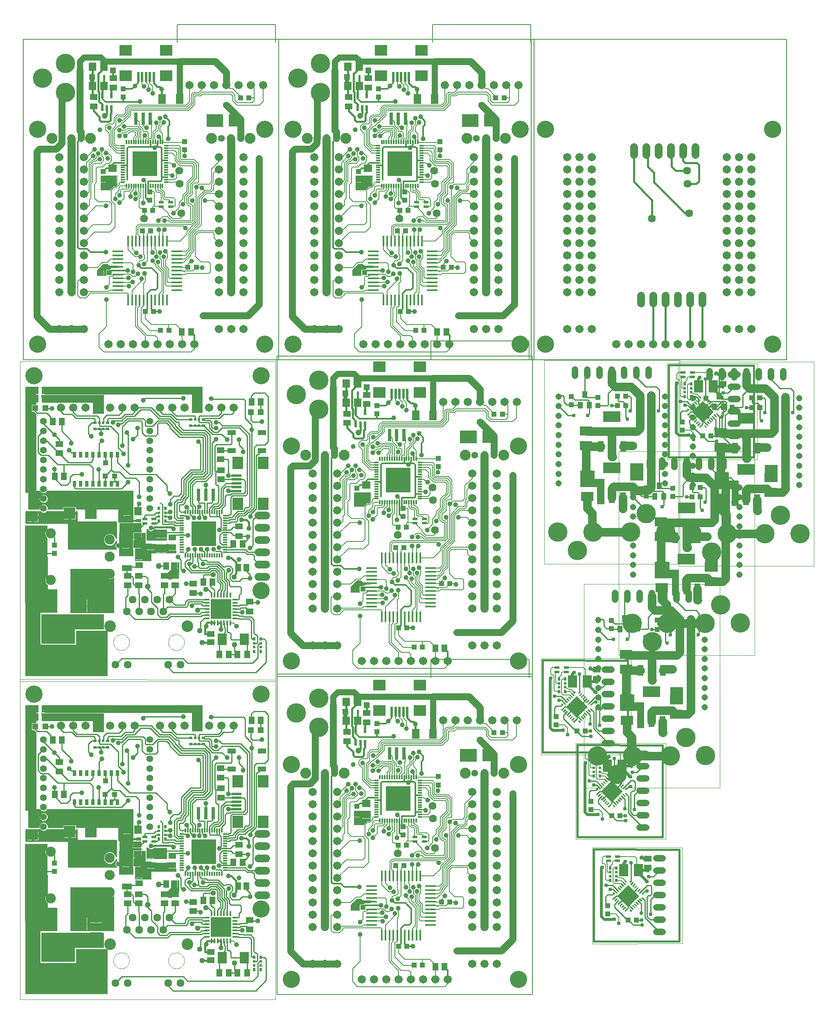
<source format=gtl>
G75*
G70*
%OFA0B0*%
%FSLAX24Y24*%
%IPPOS*%
%LPD*%
G04 *
G04 macro definitions for tiled file 'copperStiched.GTL':*
G04 *
%AMOC8*
5,1,8,0,0,1.08239X$1,22.5*
%
G04 *
G04 aperture list for tiled file 'copperStiched.GTL':*
G04 *
%ADD75R,0.1650X0.1640*%
%ADD91R,0.0390X0.0390*%
%ADD13C,0.0640*%
%ADD84R,0.0787X0.0197*%
%ADD71R,0.0748X0.0945*%
%ADD70R,0.0630X0.0512*%
%ADD48R,0.0118X0.0295*%
%ADD57C,0.0000*%
%ADD36R,0.0400X0.0200*%
%ADD78R,0.0472X0.0472*%
%ADD24R,0.0118X0.0335*%
%ADD87R,0.1102X0.0787*%
%ADD18C,0.1580*%
%ADD21C,0.0550*%
%ADD88R,0.0315X0.0472*%
%ADD47C,0.0660*%
%ADD74R,0.0260X0.0500*%
%ADD83R,0.0866X0.0984*%
%ADD52R,0.0236X0.0236*%
%ADD60R,0.1417X0.0866*%
%ADD43C,0.0476*%
%ADD86R,0.0709X0.0276*%
%ADD69R,0.0787X0.0472*%
%ADD68R,0.0512X0.0591*%
%ADD15C,0.0160*%
%ADD55C,0.0100*%
%ADD26R,0.2000X0.2000*%
%ADD90C,0.0437*%
%ADD20C,0.0050*%
%ADD58C,0.0515*%
%ADD14R,0.0512X0.0630*%
%ADD53R,0.0236X0.0315*%
%ADD81R,0.1161X0.1063*%
%ADD11C,0.0673*%
%ADD82R,0.0709X0.0433*%
%ADD22C,0.0885*%
%ADD19R,0.0433X0.0394*%
%ADD59R,0.0480X0.0880*%
%ADD32R,0.0984X0.0866*%
%ADD10C,0.0060*%
%ADD77C,0.0825*%
%ADD42R,0.0476X0.0476*%
%ADD35R,0.0591X0.0827*%
%ADD63C,0.0700*%
%ADD40C,0.0560*%
%ADD85R,0.0433X0.0276*%
%ADD54C,0.0310*%
%ADD25R,0.0335X0.0118*%
%ADD28R,0.0610X0.0709*%
%ADD16R,0.0138X0.0866*%
%ADD46C,0.0500*%
%ADD31R,0.0394X0.0433*%
%ADD64R,0.0396X0.0396*%
%ADD49R,0.0118X0.0197*%
%ADD73R,0.0394X0.0157*%
%ADD41C,0.0010*%
%ADD89C,0.0001*%
%ADD23R,0.0768X0.0984*%
%ADD79R,0.0315X0.0236*%
%ADD67C,0.0945*%
%ADD34R,0.0315X0.1024*%
%ADD62R,0.0394X0.0551*%
%ADD33R,0.0197X0.0787*%
%ADD76R,0.0900X0.0700*%
%ADD39C,0.0120*%
%ADD45C,0.0555*%
%ADD27R,0.0217X0.0472*%
%ADD66C,0.0634*%
%ADD29R,0.0591X0.0512*%
%ADD61R,0.0984X0.0768*%
%ADD80R,0.0945X0.0945*%
%ADD38C,0.0080*%
%ADD50R,0.1260X0.1260*%
%ADD30R,0.0709X0.0610*%
%ADD44C,0.0320*%
%ADD37C,0.0390*%
%ADD51C,0.0520*%
%ADD65R,0.0310X0.0310*%
%ADD12C,0.1400*%
%ADD72R,0.0157X0.0394*%
%ADD17R,0.0866X0.0138*%
%ADD56C,0.0240*%
G04 *
G04 next data from source file './prgm/top_copper.GTL', *
G04 source file key is 'infile_0003'. *
G04 *
D10*
X041990Y053735D02*
X041990Y079835D01*
X062790Y079835D01*
X062790Y053735D01*
X041990Y053735D01*
D11*
X044900Y056245D03*
X045900Y056245D03*
X046900Y056245D03*
X048900Y054995D03*
X049900Y054995D03*
X050900Y054995D03*
X051900Y054995D03*
X052900Y054995D03*
X053900Y054995D03*
X054900Y054995D03*
X055900Y054995D03*
X057900Y056245D03*
X058900Y056245D03*
X059900Y056245D03*
X059900Y059245D03*
X059900Y060245D03*
X059900Y061245D03*
X059900Y062245D03*
X059900Y063245D03*
X059900Y064245D03*
X059900Y065245D03*
X059900Y066245D03*
X059900Y067245D03*
X059900Y068245D03*
X059900Y069245D03*
X059900Y070245D03*
X058900Y070245D03*
X057900Y070245D03*
X057900Y069245D03*
X057900Y068245D03*
X057900Y067245D03*
X057900Y066245D03*
X057900Y065245D03*
X057900Y064245D03*
X057900Y063245D03*
X057900Y062245D03*
X057900Y061245D03*
X057900Y060245D03*
X057900Y059245D03*
X058900Y059245D03*
X058900Y060245D03*
X058900Y061245D03*
X058900Y062245D03*
X058900Y063245D03*
X058900Y064245D03*
X058900Y065245D03*
X058900Y066245D03*
X058900Y067245D03*
X058900Y068245D03*
X058900Y069245D03*
X046900Y069245D03*
X045900Y069245D03*
X045900Y070245D03*
X046900Y070245D03*
X046900Y068245D03*
X045900Y068245D03*
X045900Y067245D03*
X045900Y066245D03*
X045900Y065245D03*
X045900Y064245D03*
X045900Y063245D03*
X045900Y062245D03*
X045900Y061245D03*
X045900Y060245D03*
X045900Y059245D03*
X046900Y059245D03*
X046900Y060245D03*
X046900Y061245D03*
X046900Y062245D03*
X046900Y063245D03*
X046900Y064245D03*
X046900Y065245D03*
X046900Y066245D03*
X046900Y067245D03*
X044900Y067245D03*
X044900Y068245D03*
X044900Y069245D03*
X044900Y070245D03*
X044900Y066245D03*
X044900Y065245D03*
X044900Y064245D03*
X044900Y063245D03*
X044900Y062245D03*
X044900Y061245D03*
X044900Y060245D03*
X044900Y059245D03*
D12*
X043150Y054995D03*
X043150Y072495D03*
X061650Y072495D03*
X061650Y054995D03*
D13*
X054850Y065665D03*
X054710Y068085D03*
X054670Y069125D03*
X051830Y065245D03*
D13*
X051350Y070425D02*
X051350Y071065D01*
X052350Y071065D02*
X052350Y070425D01*
X053350Y070425D02*
X053350Y071065D01*
X054350Y071065D02*
X054350Y070425D01*
X055350Y070425D02*
X055350Y071065D01*
X050350Y071065D02*
X050350Y070425D01*
X050910Y058985D02*
X050910Y058345D01*
X051910Y058345D02*
X051910Y058985D01*
X052910Y058985D02*
X052910Y058345D01*
X053910Y058345D02*
X053910Y058985D01*
X054910Y058985D02*
X054910Y058345D01*
X055910Y058345D02*
X055910Y058985D01*
D15*
X055910Y058665D02*
X055900Y058655D01*
X055900Y054995D01*
X054900Y054995D02*
X054900Y058655D01*
X054910Y058665D01*
X052910Y058665D02*
X052900Y058655D01*
X052900Y054995D01*
X051900Y054995D02*
X051900Y058655D01*
X051910Y058665D01*
X051830Y065245D02*
X051830Y066745D01*
X050350Y068225D01*
X050350Y070745D01*
X051350Y070745D02*
X051490Y070605D01*
X051490Y069465D01*
X051990Y068965D01*
X051990Y068205D01*
X054530Y065665D01*
X054850Y065665D01*
X054650Y068065D02*
X054530Y068185D01*
X054610Y068185D01*
X054710Y068085D01*
X054650Y068065D02*
X055430Y068065D01*
X055650Y068285D01*
X055650Y069605D01*
X055490Y069765D01*
X054510Y069765D01*
X054350Y069925D01*
X054350Y070745D01*
X053410Y070685D02*
X053410Y069465D01*
X053750Y069125D01*
X054670Y069125D01*
X053410Y070685D02*
X053350Y070745D01*
G04 *
G04 next data from source file './dyio2/top_copper.GTL', *
G04 source file key is 'infile_0010'. *
G04 *
D10*
X000624Y053735D02*
X000624Y079835D01*
X021424Y079835D01*
X021424Y053735D01*
X000624Y053735D01*
D16*
X009154Y058594D03*
X009469Y058594D03*
X009784Y058594D03*
X010099Y058594D03*
X010414Y058594D03*
X010729Y058594D03*
X011044Y058594D03*
X011359Y058594D03*
X011674Y058594D03*
X011989Y058594D03*
X012304Y058594D03*
X012304Y063397D03*
X011989Y063397D03*
X011674Y063397D03*
X011359Y063397D03*
X011044Y063397D03*
X010729Y063397D03*
X010414Y063397D03*
X010099Y063397D03*
X009784Y063397D03*
X009469Y063397D03*
X009154Y063397D03*
D17*
X008328Y062570D03*
X008328Y062255D03*
X008328Y061940D03*
X008328Y061625D03*
X008328Y061310D03*
X008328Y060996D03*
X008328Y060681D03*
X008328Y060366D03*
X008328Y060051D03*
X008328Y059736D03*
X008328Y059421D03*
X013131Y059421D03*
X013131Y059736D03*
X013131Y060051D03*
X013131Y060366D03*
X013131Y060681D03*
X013131Y060996D03*
X013131Y061310D03*
X013131Y061625D03*
X013131Y061940D03*
X013131Y062255D03*
X013131Y062570D03*
D18*
X004037Y075509D03*
X002187Y076690D03*
X004037Y077871D03*
D14*
X013529Y056012D03*
X014277Y056012D03*
D19*
X011204Y057679D03*
X010535Y057679D03*
X007615Y060848D03*
X006945Y060848D03*
X010303Y064233D03*
X010973Y064233D03*
X014032Y061280D03*
X014701Y061280D03*
X013746Y070826D03*
X013746Y071496D03*
D11*
X016534Y070245D03*
X016534Y069245D03*
X016534Y068245D03*
X016534Y067245D03*
X016534Y066245D03*
X016534Y065245D03*
X016534Y064245D03*
X016534Y063245D03*
X016534Y062245D03*
X016534Y061245D03*
X016534Y060245D03*
X016534Y059245D03*
X017534Y059245D03*
X017534Y060245D03*
X017534Y061245D03*
X017534Y062245D03*
X017534Y063245D03*
X017534Y064245D03*
X017534Y065245D03*
X017534Y066245D03*
X017534Y067245D03*
X017534Y068245D03*
X017534Y069245D03*
X017534Y070245D03*
X018534Y070245D03*
X018534Y069245D03*
X018534Y068245D03*
X018534Y067245D03*
X018534Y066245D03*
X018534Y065245D03*
X018534Y064245D03*
X018534Y063245D03*
X018534Y062245D03*
X018534Y061245D03*
X018534Y060245D03*
X018534Y059245D03*
X018534Y056245D03*
X017534Y056245D03*
X016534Y056245D03*
X014534Y054995D03*
X013534Y054995D03*
X012534Y054995D03*
X011534Y054995D03*
X010534Y054995D03*
X009534Y054995D03*
X008534Y054995D03*
X007534Y054995D03*
X005534Y056245D03*
X004534Y056245D03*
X003534Y056245D03*
X003534Y059245D03*
X003534Y060245D03*
X003534Y061245D03*
X003534Y062245D03*
X003534Y063245D03*
X003534Y064245D03*
X003534Y065245D03*
X003534Y066245D03*
X003534Y067245D03*
X003534Y068245D03*
X003534Y069245D03*
X003534Y070245D03*
X004534Y070245D03*
X004534Y069245D03*
X004534Y068245D03*
X004534Y067245D03*
X004534Y066245D03*
X004534Y065245D03*
X004534Y064245D03*
X004534Y063245D03*
X004534Y062245D03*
X004534Y061245D03*
X004534Y060245D03*
X004534Y059245D03*
X005534Y059245D03*
X005534Y060245D03*
X005534Y061245D03*
X005534Y062245D03*
X005534Y063245D03*
X005534Y064245D03*
X005534Y065245D03*
X005534Y066245D03*
X005534Y067245D03*
X005534Y068245D03*
X005534Y069245D03*
X005534Y070245D03*
X014154Y076095D03*
X015154Y076095D03*
X016154Y076095D03*
X017154Y076095D03*
X018154Y076095D03*
X019154Y076095D03*
X020154Y076095D03*
D20*
X021154Y079595D02*
X021154Y081045D01*
X013154Y081045D01*
X013154Y079595D01*
D12*
X020284Y072495D03*
X020284Y054995D03*
X001784Y054995D03*
X001784Y072495D03*
D21*
X003737Y071764D03*
X004524Y071764D03*
X005311Y071764D03*
X016737Y071764D03*
X017524Y071764D03*
X018311Y071764D03*
D22*
X019099Y071764D03*
X015949Y071764D03*
X006099Y071764D03*
X002949Y071764D03*
D23*
X016518Y073254D03*
X017719Y073254D03*
D24*
X011964Y071459D03*
X011767Y071459D03*
X011570Y071459D03*
X011373Y071459D03*
X011176Y071459D03*
X010979Y071459D03*
X010783Y071459D03*
X010586Y071459D03*
X010389Y071459D03*
X010192Y071459D03*
X009995Y071459D03*
X009798Y071459D03*
X009601Y071459D03*
X009405Y071459D03*
X009208Y071459D03*
X009011Y071459D03*
X009011Y067915D03*
X009208Y067915D03*
X009405Y067915D03*
X009601Y067915D03*
X009798Y067915D03*
X009995Y067915D03*
X010192Y067915D03*
X010389Y067915D03*
X010586Y067915D03*
X010783Y067915D03*
X010979Y067915D03*
X011176Y067915D03*
X011373Y067915D03*
X011570Y067915D03*
X011767Y067915D03*
X011964Y067915D03*
D25*
X012259Y068211D03*
X012259Y068407D03*
X012259Y068604D03*
X012259Y068801D03*
X012259Y068998D03*
X012259Y069195D03*
X012259Y069392D03*
X012259Y069589D03*
X012259Y069785D03*
X012259Y069982D03*
X012259Y070179D03*
X012259Y070376D03*
X012259Y070573D03*
X012259Y070770D03*
X012259Y070966D03*
X012259Y071163D03*
X008716Y071163D03*
X008716Y070966D03*
X008716Y070770D03*
X008716Y070573D03*
X008716Y070376D03*
X008716Y070179D03*
X008716Y069982D03*
X008716Y069785D03*
X008716Y069589D03*
X008716Y069392D03*
X008716Y069195D03*
X008716Y068998D03*
X008716Y068801D03*
X008716Y068604D03*
X008716Y068407D03*
X008716Y068211D03*
D26*
X010509Y069711D03*
D27*
X007791Y074250D03*
X007417Y074250D03*
X007043Y074250D03*
X007043Y075273D03*
X007791Y075273D03*
D28*
X007184Y076035D03*
X006259Y076035D03*
X006263Y077592D03*
X007188Y077592D03*
D29*
X007942Y076672D03*
X007942Y075924D03*
X006338Y075138D03*
X006338Y074390D03*
D30*
X007883Y069327D03*
X007883Y068402D03*
D31*
X007124Y068400D03*
X007124Y069069D03*
X010493Y065901D03*
X011163Y065901D03*
X010904Y066750D03*
X010904Y067420D03*
X008764Y075130D03*
X008764Y075800D03*
X018309Y075085D03*
X018979Y075085D03*
X012469Y056135D03*
X011799Y056135D03*
D32*
X012258Y076868D03*
X012258Y078954D03*
X008951Y078954D03*
X008951Y076868D03*
D33*
X009974Y076769D03*
X010289Y076769D03*
X010604Y076769D03*
X010919Y076769D03*
X011234Y076769D03*
D34*
X010965Y073385D03*
X010374Y073385D03*
X009784Y073385D03*
D35*
X011915Y074985D03*
X013333Y074985D03*
D36*
X012613Y066567D03*
X012613Y066212D03*
X011865Y066212D03*
X011865Y066567D03*
D13*
X013344Y068085D03*
X013304Y069125D03*
X013484Y065665D03*
X010464Y065245D03*
D37*
X011624Y065085D03*
X012104Y065085D03*
X012124Y064345D03*
X011644Y064345D03*
X012854Y065675D03*
X013604Y066395D03*
X014384Y066705D03*
X014704Y067805D03*
X015164Y067725D03*
X015404Y066705D03*
X013804Y064485D03*
X012184Y062585D03*
X011744Y062485D03*
X011444Y062145D03*
X011584Y061705D03*
X011144Y061805D03*
X011144Y062485D03*
X010464Y061545D03*
X010004Y061425D03*
X009544Y060905D03*
X009104Y061005D03*
X009184Y060405D03*
X009504Y060085D03*
X009224Y059725D03*
X009964Y060725D03*
X010244Y060345D03*
X010484Y060765D03*
X010144Y062125D03*
X009824Y062445D03*
X012044Y062145D03*
X014304Y061765D03*
X015194Y061225D03*
X015264Y057325D03*
X011704Y057685D03*
X007384Y058645D03*
X007384Y059645D03*
X007244Y061345D03*
X007344Y062505D03*
X007364Y066265D03*
X008104Y066825D03*
X008444Y067125D03*
X008444Y066525D03*
X009344Y067045D03*
X009744Y066825D03*
X009744Y067285D03*
X010384Y066505D03*
X010424Y068385D03*
X011324Y071005D03*
X011664Y071905D03*
X012404Y071745D03*
X011464Y073045D03*
X011744Y073405D03*
X012064Y073085D03*
X012184Y073525D03*
X010644Y072635D03*
X010504Y072015D03*
X008904Y071965D03*
X008444Y071965D03*
X008444Y072425D03*
X008824Y072725D03*
X008464Y073225D03*
X007604Y072625D03*
X006844Y072465D03*
X007024Y070885D03*
X007344Y070565D03*
X007484Y070125D03*
X006864Y070085D03*
X006724Y070545D03*
X006424Y070885D03*
X006304Y070345D03*
X007564Y067825D03*
X012744Y068745D03*
X012884Y069565D03*
X013744Y070345D03*
X015804Y073005D03*
X015804Y073505D03*
X011884Y075785D03*
X011164Y075425D03*
X010824Y075725D03*
X010464Y076005D03*
X009704Y076025D03*
X010124Y074785D03*
X019824Y070125D03*
D38*
X016534Y070245D02*
X016534Y069875D01*
X015944Y069285D01*
X015944Y068245D01*
X015824Y068125D01*
X015824Y068085D01*
X015764Y068025D01*
X014924Y068025D01*
X014704Y067805D01*
X014684Y067785D01*
X014684Y064925D01*
X013964Y064205D01*
X013964Y063985D01*
X013376Y063397D01*
X012304Y063397D01*
X011989Y063397D02*
X011989Y064210D01*
X012124Y064345D01*
X011674Y064315D02*
X011644Y064345D01*
X011674Y064315D02*
X011674Y063397D01*
X011359Y063397D02*
X011359Y062770D01*
X011444Y062685D01*
X011444Y062145D01*
X011744Y061985D02*
X011744Y062485D01*
X012044Y062145D02*
X012044Y061345D01*
X012324Y061065D01*
X012324Y060125D01*
X012398Y060051D01*
X013131Y060051D01*
X013131Y060366D02*
X012563Y060366D01*
X012464Y060465D01*
X012464Y061125D01*
X012204Y061385D01*
X012204Y061885D01*
X012344Y062025D01*
X012344Y062425D01*
X012184Y062585D01*
X011744Y061985D02*
X011884Y061845D01*
X011884Y061285D01*
X012184Y060985D01*
X012184Y059865D01*
X012313Y059736D01*
X013131Y059736D01*
X013131Y060681D02*
X013820Y060681D01*
X013924Y060785D01*
X015724Y060785D01*
X015844Y060905D01*
X015844Y061585D01*
X015724Y061705D01*
X015094Y061705D01*
X014664Y062135D01*
X014664Y063885D01*
X014884Y064105D01*
X016064Y064105D01*
X016164Y064005D01*
X016164Y063685D01*
X016534Y063315D01*
X016534Y063245D01*
X016534Y064245D02*
X014824Y064245D01*
X014524Y063945D01*
X014524Y062605D01*
X014244Y062325D01*
X014244Y062205D01*
X013665Y061625D01*
X013131Y061625D01*
X013131Y061310D02*
X013161Y061280D01*
X014032Y061280D01*
X014032Y061492D01*
X014304Y061765D01*
X014104Y062265D02*
X013780Y061940D01*
X013131Y061940D01*
X013131Y062255D02*
X013875Y062255D01*
X013964Y062345D01*
X013964Y062445D01*
X014244Y062725D01*
X014244Y064085D01*
X014964Y064805D01*
X014964Y066905D01*
X015464Y067405D01*
X015904Y067405D01*
X016104Y067605D01*
X016104Y067925D01*
X016424Y068245D01*
X016534Y068245D01*
X016084Y068185D02*
X016084Y068925D01*
X016244Y069085D01*
X016374Y069085D01*
X016534Y069245D01*
X016084Y068185D02*
X015964Y068065D01*
X015964Y067665D01*
X015844Y067545D01*
X015404Y067545D01*
X015344Y067545D01*
X015164Y067725D01*
X015404Y067545D02*
X014824Y066965D01*
X014824Y064865D01*
X014104Y064145D01*
X014104Y062805D01*
X013869Y062570D01*
X013131Y062570D01*
X014104Y062385D02*
X014104Y062265D01*
X014104Y062385D02*
X014384Y062665D01*
X014384Y064025D01*
X015104Y064745D01*
X015104Y066845D01*
X015524Y067265D01*
X016514Y067265D01*
X016534Y067245D01*
X016074Y066705D02*
X015404Y066705D01*
X016074Y066705D02*
X016534Y066245D01*
X014804Y068135D02*
X014534Y068135D01*
X014384Y067985D01*
X014384Y067235D01*
X014204Y067055D01*
X014144Y067055D01*
X014054Y066965D01*
X014054Y066535D01*
X014164Y066425D01*
X014284Y066425D01*
X014404Y066305D01*
X014404Y065045D01*
X014284Y064925D01*
X012584Y064925D01*
X012424Y065085D01*
X012104Y065085D01*
X011984Y065405D02*
X012344Y065405D01*
X012684Y065065D01*
X014224Y065065D01*
X014264Y065105D01*
X014264Y066225D01*
X014204Y066285D01*
X014084Y066285D01*
X013904Y066465D01*
X013904Y067025D01*
X014234Y067355D01*
X014234Y068045D01*
X014714Y068525D01*
X014714Y069635D01*
X014464Y069885D01*
X013464Y069885D01*
X013284Y070065D01*
X013284Y070925D01*
X013243Y070966D01*
X012259Y070966D01*
X012259Y070770D02*
X012949Y070770D01*
X013124Y070595D01*
X013124Y070025D01*
X013424Y069725D01*
X014384Y069725D01*
X014564Y069545D01*
X014564Y068615D01*
X014084Y068135D01*
X014084Y067415D01*
X013754Y067085D01*
X013754Y066575D01*
X013604Y066425D01*
X013604Y066395D01*
X013304Y066545D02*
X013604Y066845D01*
X013604Y067145D01*
X013934Y067475D01*
X013934Y068195D01*
X014414Y068675D01*
X014414Y069455D01*
X014324Y069545D01*
X013394Y069545D01*
X012974Y069965D01*
X012974Y070355D01*
X012756Y070573D01*
X012259Y070573D01*
X012259Y071163D02*
X013286Y071163D01*
X013424Y071025D01*
X013424Y070125D01*
X013524Y070025D01*
X014559Y070025D01*
X014871Y069713D01*
X014871Y068202D01*
X014804Y068135D01*
X014384Y066705D02*
X014344Y066705D01*
X014544Y066505D01*
X014544Y064985D01*
X014344Y064785D01*
X010024Y064785D01*
X009824Y064585D01*
X009824Y063925D01*
X009784Y063885D01*
X009784Y063397D01*
X010099Y063397D02*
X010099Y063790D01*
X009964Y063925D01*
X009964Y064505D01*
X010104Y064645D01*
X013644Y064645D01*
X013804Y064485D01*
X013394Y065225D02*
X013484Y065315D01*
X013484Y065665D01*
X013394Y065225D02*
X012764Y065225D01*
X012434Y065555D01*
X012434Y065644D01*
X011865Y066212D01*
X011823Y066255D01*
X011214Y066255D01*
X011284Y066325D01*
X011284Y067345D01*
X011204Y067425D01*
X010909Y067425D01*
X010904Y067420D01*
X011373Y067516D02*
X011373Y067915D01*
X011570Y067915D02*
X011570Y067539D01*
X011604Y067505D01*
X011784Y067505D01*
X011984Y067305D01*
X011984Y066905D01*
X012104Y066785D01*
X012444Y066785D01*
X012613Y066616D01*
X012613Y066567D01*
X012613Y066212D02*
X012621Y066205D01*
X012924Y066205D01*
X012984Y066265D01*
X012984Y066785D01*
X012844Y066925D01*
X012204Y066925D01*
X012124Y067005D01*
X012124Y067385D01*
X011864Y067645D01*
X011804Y067645D01*
X011767Y067682D01*
X011767Y067915D01*
X011724Y067365D02*
X011524Y067365D01*
X011373Y067516D01*
X011724Y067365D02*
X011844Y067245D01*
X011844Y066588D01*
X011865Y066567D01*
X011214Y066255D02*
X011163Y066204D01*
X011163Y065901D01*
X010493Y065901D02*
X010493Y065448D01*
X010493Y065901D02*
X010489Y066065D01*
X010144Y066065D01*
X010044Y066165D01*
X010044Y066865D01*
X010192Y067013D01*
X010192Y067915D01*
X009995Y067915D02*
X009995Y067454D01*
X010044Y067405D01*
X010044Y067105D01*
X009904Y066965D01*
X009884Y066965D01*
X009744Y066825D01*
X009344Y067045D02*
X009344Y067345D01*
X009601Y067602D01*
X009601Y067915D01*
X009405Y067915D02*
X009405Y067645D01*
X009244Y067485D01*
X008864Y067485D01*
X008804Y067425D01*
X008804Y066885D01*
X008444Y066525D01*
X008084Y066385D02*
X008084Y064525D01*
X007684Y064125D01*
X006414Y064125D01*
X005534Y063245D01*
X005534Y064245D02*
X005804Y064245D01*
X006264Y064705D01*
X006284Y064725D01*
X007604Y064725D01*
X007804Y064925D01*
X007804Y066445D01*
X007644Y066605D01*
X006704Y066605D01*
X006404Y066905D01*
X006404Y068005D01*
X006564Y068165D01*
X006564Y069345D01*
X006664Y069445D01*
X007084Y069445D01*
X007384Y069745D01*
X007604Y069745D01*
X007784Y069925D01*
X007784Y070305D01*
X007524Y070565D01*
X007344Y070565D01*
X007024Y070345D02*
X007164Y070205D01*
X007164Y069965D01*
X006944Y069745D01*
X006404Y069745D01*
X006264Y069605D01*
X006264Y068225D01*
X006124Y068085D01*
X006124Y066885D01*
X006004Y066765D01*
X006004Y066345D01*
X005904Y066245D01*
X005534Y066245D01*
X005534Y067245D02*
X005554Y067265D01*
X005844Y067265D01*
X005984Y067405D01*
X005984Y068145D01*
X006124Y068285D01*
X006124Y069665D01*
X006364Y069905D01*
X006504Y069905D01*
X006684Y070085D01*
X006864Y070085D01*
X006604Y070225D02*
X006604Y070425D01*
X006724Y070545D01*
X006644Y070465D01*
X006604Y070225D02*
X006424Y070045D01*
X006304Y070045D01*
X005984Y069725D01*
X005984Y068365D01*
X005864Y068245D01*
X005534Y068245D01*
X005534Y069245D02*
X005764Y069475D01*
X005764Y069785D01*
X006304Y070325D01*
X006304Y070345D01*
X005784Y070245D02*
X006424Y070885D01*
X007024Y070885D02*
X007024Y070345D01*
X007604Y071205D02*
X007604Y072185D01*
X007304Y072485D01*
X007304Y072765D01*
X007484Y072945D01*
X007924Y072945D01*
X008024Y073045D01*
X008024Y073425D01*
X008264Y073665D01*
X008784Y073665D01*
X008944Y073825D01*
X008944Y074225D01*
X009184Y074465D01*
X013884Y074465D01*
X014154Y074735D01*
X014154Y076095D01*
X014444Y075505D02*
X014304Y075365D01*
X014304Y074685D01*
X013944Y074325D01*
X009244Y074325D01*
X009084Y074165D01*
X009084Y073765D01*
X008844Y073525D01*
X008324Y073525D01*
X008164Y073365D01*
X008164Y072785D01*
X007884Y072505D01*
X007884Y071325D01*
X008243Y070966D01*
X008716Y070966D01*
X008716Y070770D02*
X008239Y070770D01*
X007744Y071265D01*
X007744Y072485D01*
X007604Y072625D01*
X008024Y072445D02*
X008024Y071385D01*
X008246Y071163D01*
X008716Y071163D01*
X008716Y070573D02*
X008236Y070573D01*
X007604Y071205D01*
X008444Y071965D02*
X008464Y071965D01*
X008764Y072265D01*
X009024Y072265D01*
X009204Y072445D01*
X009824Y072445D01*
X009904Y072365D01*
X009904Y071945D01*
X009798Y071839D01*
X009798Y071459D01*
X009601Y071459D02*
X009601Y071842D01*
X009764Y072005D01*
X009764Y072285D01*
X009744Y072305D01*
X009304Y072305D01*
X008964Y071965D01*
X008904Y071965D01*
X008944Y072425D02*
X008444Y072425D01*
X008444Y072785D02*
X008364Y072785D01*
X008024Y072445D01*
X008444Y072785D02*
X008684Y073025D01*
X008744Y073025D01*
X009364Y073645D01*
X009364Y074025D01*
X009384Y074045D01*
X014084Y074045D01*
X014584Y074545D01*
X014584Y075205D01*
X014604Y075225D01*
X015084Y075225D01*
X015224Y075365D01*
X017524Y075365D01*
X017684Y075205D01*
X017684Y074805D01*
X018004Y074485D01*
X019844Y074485D01*
X020144Y074785D01*
X020144Y076085D01*
X020154Y076095D01*
X019424Y075825D02*
X019424Y075085D01*
X018979Y075085D01*
X019424Y075085D02*
X019424Y074825D01*
X019264Y074665D01*
X018064Y074665D01*
X017844Y074885D01*
X017844Y075285D01*
X017604Y075525D01*
X015164Y075525D01*
X015004Y075365D01*
X014524Y075365D01*
X014444Y075285D01*
X014444Y074625D01*
X014004Y074185D01*
X009304Y074185D01*
X009224Y074105D01*
X009224Y073705D01*
X008744Y073225D01*
X008464Y073225D01*
X008824Y072725D02*
X009964Y072725D01*
X010192Y072497D01*
X010192Y071459D01*
X009995Y071459D02*
X009995Y071776D01*
X010044Y071825D01*
X010044Y072445D01*
X009904Y072585D01*
X009104Y072585D01*
X008944Y072425D01*
X009784Y073385D02*
X010044Y073124D01*
X010044Y072845D01*
X010344Y072545D01*
X010344Y072385D01*
X010404Y072325D01*
X010664Y072325D01*
X010804Y072185D01*
X010804Y071885D01*
X010664Y071745D01*
X010624Y071745D01*
X010584Y071705D01*
X010584Y071460D01*
X010586Y071459D01*
X010783Y071459D02*
X010783Y071663D01*
X010864Y071745D01*
X011024Y071745D01*
X011044Y071765D01*
X011044Y072725D01*
X011084Y072765D01*
X011084Y073224D01*
X010944Y073364D01*
X010965Y073385D01*
X010374Y073385D02*
X010374Y072785D01*
X010644Y072635D01*
X011184Y072305D02*
X011284Y072405D01*
X011344Y072405D01*
X011464Y072525D01*
X011464Y073045D01*
X011764Y072885D02*
X011604Y072725D01*
X011604Y072465D01*
X011324Y072185D01*
X011324Y071745D01*
X011373Y071696D01*
X011373Y071459D01*
X011176Y071459D02*
X011176Y071717D01*
X011184Y071725D01*
X011184Y072305D01*
X011744Y072345D02*
X011744Y072665D01*
X011904Y072825D01*
X011904Y072925D01*
X012064Y073085D01*
X011764Y072885D02*
X011764Y073385D01*
X011744Y073405D01*
X011744Y072345D02*
X011964Y072125D01*
X011964Y071459D01*
X011978Y071445D01*
X013695Y071445D01*
X013746Y071496D01*
X013746Y070826D02*
X013746Y070347D01*
X013744Y070345D01*
X012884Y069605D02*
X012884Y069565D01*
X012884Y069605D02*
X012784Y069705D01*
X012664Y069705D01*
X012584Y069785D01*
X012259Y069785D01*
X012259Y068801D02*
X012688Y068801D01*
X012744Y068745D01*
X012927Y068407D02*
X013104Y068585D01*
X013104Y068925D01*
X013304Y069125D01*
X012927Y068407D02*
X012259Y068407D01*
X012259Y068211D02*
X013218Y068211D01*
X013344Y068085D01*
X013304Y066545D02*
X013304Y066125D01*
X012854Y065675D01*
X011984Y065405D02*
X011664Y065085D01*
X011624Y065085D01*
X010973Y064233D02*
X010729Y063989D01*
X010729Y063397D01*
X010729Y061810D01*
X010464Y061545D01*
X010304Y061805D02*
X010124Y061805D01*
X010004Y061685D01*
X010004Y061425D01*
X010304Y061805D02*
X010484Y061985D01*
X010484Y062245D01*
X010414Y062315D01*
X010414Y063397D01*
X010414Y064122D01*
X010303Y064233D01*
X011044Y063397D02*
X011044Y062585D01*
X011144Y062485D01*
X011144Y061805D02*
X011144Y061725D01*
X011404Y061465D01*
X011404Y061325D01*
X011904Y060825D01*
X011904Y059345D01*
X011674Y059115D01*
X011674Y058594D01*
X011989Y058594D02*
X011989Y059150D01*
X012044Y059205D01*
X012044Y060905D01*
X011584Y061365D01*
X011584Y061705D01*
X010544Y060705D02*
X010484Y060765D01*
X010544Y060705D02*
X010544Y060105D01*
X010414Y059975D01*
X010414Y058594D01*
X010414Y058105D01*
X010334Y058025D01*
X010274Y058025D01*
X010214Y057965D01*
X010214Y056825D01*
X010934Y056105D01*
X011769Y056105D01*
X011799Y056135D01*
X011364Y055705D02*
X011534Y055535D01*
X011534Y054995D01*
X011364Y055705D02*
X010724Y055705D01*
X009924Y056505D01*
X009924Y057925D01*
X010099Y058100D01*
X010099Y058594D01*
X009784Y058594D02*
X009784Y058005D01*
X009764Y057985D01*
X009764Y056465D01*
X010544Y055685D01*
X010544Y055005D01*
X010534Y054995D01*
X011044Y056605D02*
X010544Y057105D01*
X010544Y057670D01*
X010535Y057679D01*
X011044Y056605D02*
X012464Y056605D01*
X012464Y056140D01*
X012469Y056135D01*
X012464Y056605D02*
X013064Y056605D01*
X013534Y056135D01*
X013534Y054995D01*
X014284Y054385D02*
X014544Y054645D01*
X014544Y054985D01*
X014534Y054995D01*
X014284Y054385D02*
X007184Y054385D01*
X006784Y054785D01*
X006784Y055845D01*
X007384Y056445D01*
X007384Y058645D01*
X007564Y059305D02*
X005594Y059305D01*
X005534Y059245D01*
X005984Y059105D02*
X006044Y059165D01*
X009084Y059165D01*
X009154Y059095D01*
X009154Y058594D01*
X009469Y058594D02*
X009469Y059390D01*
X010244Y060165D01*
X010244Y060345D01*
X009964Y060705D02*
X009964Y060725D01*
X009764Y060525D01*
X009484Y060525D01*
X009304Y060705D01*
X008352Y060705D01*
X008328Y060681D01*
X008328Y060665D01*
X008352Y060705D02*
X008084Y060705D01*
X007924Y060545D01*
X007864Y060545D01*
X007844Y060525D01*
X007664Y060525D01*
X007624Y060485D01*
X007624Y059885D01*
X007384Y059645D01*
X007680Y059421D02*
X007564Y059305D01*
X007680Y059421D02*
X008328Y059421D01*
X008328Y059736D02*
X009213Y059736D01*
X009224Y059725D01*
X009470Y060051D02*
X009504Y060085D01*
X009470Y060051D02*
X008328Y060051D01*
X008328Y060366D02*
X009145Y060366D01*
X009184Y060405D01*
X009544Y060905D02*
X009544Y061505D01*
X009424Y061625D01*
X008328Y061625D01*
X008328Y061940D02*
X007720Y061940D01*
X007444Y061665D01*
X007064Y061665D01*
X006644Y061245D01*
X005534Y061245D01*
X005534Y060245D02*
X005144Y060245D01*
X005044Y060145D01*
X005044Y058985D01*
X005264Y058765D01*
X005704Y058765D01*
X005984Y059045D01*
X005984Y059105D01*
X009154Y062695D02*
X009724Y062125D01*
X010144Y062125D01*
X009824Y062445D02*
X009469Y062800D01*
X009469Y063397D01*
X009154Y063397D02*
X009154Y062695D01*
X009964Y060745D02*
X009964Y060725D01*
X013131Y060996D02*
X013161Y060965D01*
X013664Y060965D01*
X013764Y060865D01*
X013161Y060965D02*
X014386Y060965D01*
X014701Y061280D01*
X015139Y061280D01*
X015194Y061225D01*
X010384Y066505D02*
X010389Y066510D01*
X010389Y067915D01*
X010586Y067915D02*
X010586Y068223D01*
X010424Y068385D01*
X009798Y067915D02*
X009798Y067339D01*
X009744Y067285D01*
X009208Y067689D02*
X009164Y067645D01*
X008644Y067645D01*
X008564Y067565D01*
X008564Y067245D01*
X008444Y067125D01*
X008104Y067225D02*
X008424Y067545D01*
X008424Y067785D01*
X008554Y067915D01*
X009011Y067915D01*
X009208Y067915D02*
X009208Y067689D01*
X008716Y068211D02*
X008510Y068211D01*
X008404Y068105D01*
X008404Y067985D01*
X008184Y067765D01*
X007984Y067765D01*
X007784Y067565D01*
X007784Y066685D01*
X008084Y066385D01*
X008104Y066825D02*
X008104Y067225D01*
X007364Y066265D02*
X006554Y066265D01*
X005534Y065245D01*
X005534Y070245D02*
X005784Y070245D01*
X010389Y071459D02*
X010389Y071900D01*
X010504Y072015D01*
X011324Y071085D02*
X011324Y071005D01*
X011964Y071459D02*
X011964Y071459D01*
X011164Y075425D02*
X011164Y076005D01*
X010919Y076250D01*
X010919Y076769D01*
X010604Y076769D02*
X010604Y076325D01*
X010824Y076105D01*
X010824Y075725D01*
X010464Y076005D02*
X010289Y076180D01*
X010289Y076769D01*
X007188Y077592D02*
X007011Y077592D01*
X006944Y077525D01*
X006964Y078005D02*
X006944Y078025D01*
X006964Y078005D02*
X007164Y078005D01*
X014444Y075505D02*
X014924Y075505D01*
X015154Y075735D01*
X015154Y076095D01*
X017154Y076095D02*
X017424Y075825D01*
X017644Y075825D01*
X018309Y075160D01*
X018309Y075085D01*
X019154Y076095D02*
X019424Y075825D01*
D39*
X018204Y073425D02*
X018034Y073254D01*
X017719Y073254D01*
X012524Y073185D02*
X012524Y072845D01*
X012404Y072725D01*
X012404Y071745D01*
X011767Y071802D02*
X011767Y071459D01*
X011570Y071459D02*
X011564Y071453D01*
X011564Y071245D01*
X011404Y071085D01*
X011324Y071005D01*
X011324Y071085D02*
X011404Y071085D01*
X011764Y071085D01*
X011884Y070965D01*
X011884Y069945D01*
X011921Y069982D01*
X011941Y069982D01*
X011884Y069925D01*
X011884Y068585D01*
X011903Y068604D01*
X012259Y068604D01*
X011884Y068585D02*
X011884Y068345D01*
X011824Y068285D01*
X010804Y068285D01*
X010783Y068263D01*
X010783Y067915D01*
X010783Y067461D01*
X010904Y067420D01*
X010586Y066967D02*
X010584Y066965D01*
X010584Y066925D01*
X010759Y066750D01*
X010904Y066750D01*
X010586Y066967D02*
X010586Y067915D01*
X009084Y068405D02*
X009084Y069325D01*
X009084Y070985D01*
X009184Y071085D01*
X011004Y071085D01*
X010979Y071110D01*
X010979Y071459D01*
X011004Y071085D02*
X011324Y071085D01*
X011767Y071802D02*
X011664Y071905D01*
X012524Y073185D02*
X012184Y073525D01*
X010124Y074785D02*
X010064Y074725D01*
X008784Y074725D01*
X008764Y074745D01*
X008764Y075130D01*
X008784Y074725D02*
X007324Y074725D01*
X007043Y075006D01*
X007043Y075273D01*
X008764Y075800D02*
X009479Y075800D01*
X009704Y076025D01*
X009974Y076295D01*
X009974Y076769D01*
X005311Y071764D02*
X005064Y071517D01*
X005064Y062885D01*
X005184Y062765D01*
X005824Y062765D01*
X006084Y062505D01*
X007344Y062505D01*
X007735Y061310D02*
X008328Y061310D01*
X008328Y060996D02*
X007782Y060996D01*
X007615Y060848D01*
X008328Y060996D02*
X009095Y060996D01*
X009104Y061005D01*
X010004Y061425D02*
X010224Y061205D01*
X011084Y061205D01*
X011564Y060725D01*
X011564Y059585D01*
X011404Y059425D01*
X011004Y059425D01*
X010729Y059150D01*
X010729Y058594D01*
X010729Y057873D01*
X010535Y057679D01*
X011044Y057839D02*
X011044Y058594D01*
X011044Y057839D02*
X011204Y057679D01*
X011698Y057679D01*
X011704Y057685D01*
X014277Y056012D02*
X014544Y055745D01*
X014544Y054645D01*
X007124Y069069D02*
X007382Y069328D01*
X007884Y069328D01*
X007883Y069327D01*
X007884Y069328D02*
X007884Y069645D01*
X008025Y069785D01*
X008716Y069785D01*
X008716Y069589D02*
X009001Y069589D01*
X009084Y069505D01*
X009084Y069325D01*
X011941Y069982D02*
X012259Y069982D01*
D40*
X017164Y074465D02*
X018204Y073425D01*
X018311Y073318D01*
X018311Y071764D01*
X019824Y070125D02*
X019824Y058245D01*
X018904Y057325D01*
X015264Y057325D01*
X005534Y056245D02*
X004534Y056245D01*
X003534Y056245D01*
X002744Y056245D01*
X001724Y057265D01*
X001724Y070685D01*
X001944Y070905D01*
X003284Y070905D01*
X003737Y071358D01*
X003737Y071764D01*
X003744Y071772D01*
X003744Y075216D01*
X004037Y075509D01*
X005204Y077305D02*
X005204Y072405D01*
X005311Y072298D01*
X005311Y071764D01*
X013344Y078025D02*
X016264Y078025D01*
X017164Y077125D01*
X017164Y076105D01*
D41*
X016130Y073745D02*
X015544Y073745D01*
X015544Y072745D01*
X016904Y072745D01*
X016904Y072757D01*
X016523Y072757D01*
X016523Y073249D01*
X016513Y073249D01*
X016513Y072757D01*
X016132Y072757D01*
X016130Y072760D01*
X016130Y073249D01*
X016513Y073249D01*
X016513Y073259D01*
X016130Y073259D01*
X016130Y073745D01*
X016130Y073739D02*
X015544Y073739D01*
X015544Y073730D02*
X016130Y073730D01*
X016130Y073721D02*
X015544Y073721D01*
X015544Y073713D02*
X016130Y073713D01*
X016130Y073704D02*
X015544Y073704D01*
X015544Y073696D02*
X016130Y073696D01*
X016130Y073687D02*
X015544Y073687D01*
X015544Y073679D02*
X016130Y073679D01*
X016130Y073670D02*
X015544Y073670D01*
X015544Y073662D02*
X016130Y073662D01*
X016130Y073653D02*
X015544Y073653D01*
X015544Y073645D02*
X016130Y073645D01*
X016130Y073636D02*
X015544Y073636D01*
X015544Y073628D02*
X016130Y073628D01*
X016130Y073619D02*
X015544Y073619D01*
X015544Y073610D02*
X016130Y073610D01*
X016130Y073602D02*
X015544Y073602D01*
X015544Y073593D02*
X016130Y073593D01*
X016130Y073585D02*
X015544Y073585D01*
X015544Y073576D02*
X016130Y073576D01*
X016130Y073568D02*
X015544Y073568D01*
X015544Y073559D02*
X016130Y073559D01*
X016130Y073551D02*
X015544Y073551D01*
X015544Y073542D02*
X016130Y073542D01*
X016130Y073534D02*
X015544Y073534D01*
X015544Y073525D02*
X016130Y073525D01*
X016130Y073516D02*
X015544Y073516D01*
X015544Y073508D02*
X016130Y073508D01*
X016130Y073499D02*
X015544Y073499D01*
X015544Y073491D02*
X016130Y073491D01*
X016130Y073482D02*
X015544Y073482D01*
X015544Y073474D02*
X016130Y073474D01*
X016130Y073465D02*
X015544Y073465D01*
X015544Y073457D02*
X016130Y073457D01*
X016130Y073448D02*
X015544Y073448D01*
X015544Y073440D02*
X016130Y073440D01*
X016130Y073431D02*
X015544Y073431D01*
X015544Y073422D02*
X016130Y073422D01*
X016130Y073414D02*
X015544Y073414D01*
X015544Y073405D02*
X016130Y073405D01*
X016130Y073397D02*
X015544Y073397D01*
X015544Y073388D02*
X016130Y073388D01*
X016130Y073380D02*
X015544Y073380D01*
X015544Y073371D02*
X016130Y073371D01*
X016130Y073363D02*
X015544Y073363D01*
X015544Y073354D02*
X016130Y073354D01*
X016130Y073346D02*
X015544Y073346D01*
X015544Y073337D02*
X016130Y073337D01*
X016130Y073329D02*
X015544Y073329D01*
X015544Y073320D02*
X016130Y073320D01*
X016130Y073311D02*
X015544Y073311D01*
X015544Y073303D02*
X016130Y073303D01*
X016130Y073294D02*
X015544Y073294D01*
X015544Y073286D02*
X016130Y073286D01*
X016130Y073277D02*
X015544Y073277D01*
X015544Y073269D02*
X016130Y073269D01*
X016130Y073260D02*
X015544Y073260D01*
X015544Y073252D02*
X016513Y073252D01*
X016513Y073243D02*
X016523Y073243D01*
X016523Y073235D02*
X016513Y073235D01*
X016513Y073226D02*
X016523Y073226D01*
X016523Y073217D02*
X016513Y073217D01*
X016513Y073209D02*
X016523Y073209D01*
X016523Y073200D02*
X016513Y073200D01*
X016513Y073192D02*
X016523Y073192D01*
X016523Y073183D02*
X016513Y073183D01*
X016513Y073175D02*
X016523Y073175D01*
X016523Y073166D02*
X016513Y073166D01*
X016513Y073158D02*
X016523Y073158D01*
X016523Y073149D02*
X016513Y073149D01*
X016513Y073141D02*
X016523Y073141D01*
X016523Y073132D02*
X016513Y073132D01*
X016513Y073123D02*
X016523Y073123D01*
X016523Y073115D02*
X016513Y073115D01*
X016513Y073106D02*
X016523Y073106D01*
X016523Y073098D02*
X016513Y073098D01*
X016513Y073089D02*
X016523Y073089D01*
X016523Y073081D02*
X016513Y073081D01*
X016513Y073072D02*
X016523Y073072D01*
X016523Y073064D02*
X016513Y073064D01*
X016513Y073055D02*
X016523Y073055D01*
X016523Y073047D02*
X016513Y073047D01*
X016513Y073038D02*
X016523Y073038D01*
X016523Y073029D02*
X016513Y073029D01*
X016513Y073021D02*
X016523Y073021D01*
X016523Y073012D02*
X016513Y073012D01*
X016513Y073004D02*
X016523Y073004D01*
X016523Y072995D02*
X016513Y072995D01*
X016513Y072987D02*
X016523Y072987D01*
X016523Y072978D02*
X016513Y072978D01*
X016513Y072970D02*
X016523Y072970D01*
X016523Y072961D02*
X016513Y072961D01*
X016513Y072953D02*
X016523Y072953D01*
X016523Y072944D02*
X016513Y072944D01*
X016513Y072936D02*
X016523Y072936D01*
X016523Y072927D02*
X016513Y072927D01*
X016513Y072918D02*
X016523Y072918D01*
X016523Y072910D02*
X016513Y072910D01*
X016513Y072901D02*
X016523Y072901D01*
X016523Y072893D02*
X016513Y072893D01*
X016513Y072884D02*
X016523Y072884D01*
X016523Y072876D02*
X016513Y072876D01*
X016513Y072867D02*
X016523Y072867D01*
X016523Y072859D02*
X016513Y072859D01*
X016513Y072850D02*
X016523Y072850D01*
X016523Y072842D02*
X016513Y072842D01*
X016513Y072833D02*
X016523Y072833D01*
X016523Y072824D02*
X016513Y072824D01*
X016513Y072816D02*
X016523Y072816D01*
X016523Y072807D02*
X016513Y072807D01*
X016513Y072799D02*
X016523Y072799D01*
X016523Y072790D02*
X016513Y072790D01*
X016513Y072782D02*
X016523Y072782D01*
X016523Y072773D02*
X016513Y072773D01*
X016513Y072765D02*
X016523Y072765D01*
X016904Y072756D02*
X015544Y072756D01*
X015544Y072748D02*
X016904Y072748D01*
X016130Y072765D02*
X015544Y072765D01*
X015544Y072773D02*
X016130Y072773D01*
X016130Y072782D02*
X015544Y072782D01*
X015544Y072790D02*
X016130Y072790D01*
X016130Y072799D02*
X015544Y072799D01*
X015544Y072807D02*
X016130Y072807D01*
X016130Y072816D02*
X015544Y072816D01*
X015544Y072824D02*
X016130Y072824D01*
X016130Y072833D02*
X015544Y072833D01*
X015544Y072842D02*
X016130Y072842D01*
X016130Y072850D02*
X015544Y072850D01*
X015544Y072859D02*
X016130Y072859D01*
X016130Y072867D02*
X015544Y072867D01*
X015544Y072876D02*
X016130Y072876D01*
X016130Y072884D02*
X015544Y072884D01*
X015544Y072893D02*
X016130Y072893D01*
X016130Y072901D02*
X015544Y072901D01*
X015544Y072910D02*
X016130Y072910D01*
X016130Y072918D02*
X015544Y072918D01*
X015544Y072927D02*
X016130Y072927D01*
X016130Y072936D02*
X015544Y072936D01*
X015544Y072944D02*
X016130Y072944D01*
X016130Y072953D02*
X015544Y072953D01*
X015544Y072961D02*
X016130Y072961D01*
X016130Y072970D02*
X015544Y072970D01*
X015544Y072978D02*
X016130Y072978D01*
X016130Y072987D02*
X015544Y072987D01*
X015544Y072995D02*
X016130Y072995D01*
X016130Y073004D02*
X015544Y073004D01*
X015544Y073012D02*
X016130Y073012D01*
X016130Y073021D02*
X015544Y073021D01*
X015544Y073029D02*
X016130Y073029D01*
X016130Y073038D02*
X015544Y073038D01*
X015544Y073047D02*
X016130Y073047D01*
X016130Y073055D02*
X015544Y073055D01*
X015544Y073064D02*
X016130Y073064D01*
X016130Y073072D02*
X015544Y073072D01*
X015544Y073081D02*
X016130Y073081D01*
X016130Y073089D02*
X015544Y073089D01*
X015544Y073098D02*
X016130Y073098D01*
X016130Y073106D02*
X015544Y073106D01*
X015544Y073115D02*
X016130Y073115D01*
X016130Y073123D02*
X015544Y073123D01*
X015544Y073132D02*
X016130Y073132D01*
X016130Y073141D02*
X015544Y073141D01*
X015544Y073149D02*
X016130Y073149D01*
X016130Y073158D02*
X015544Y073158D01*
X015544Y073166D02*
X016130Y073166D01*
X016130Y073175D02*
X015544Y073175D01*
X015544Y073183D02*
X016130Y073183D01*
X016130Y073192D02*
X015544Y073192D01*
X015544Y073200D02*
X016130Y073200D01*
X016130Y073209D02*
X015544Y073209D01*
X015544Y073217D02*
X016130Y073217D01*
X016130Y073226D02*
X015544Y073226D01*
X015544Y073235D02*
X016130Y073235D01*
X016130Y073243D02*
X015544Y073243D01*
X008244Y068725D02*
X008244Y067973D01*
X008141Y067870D01*
X008028Y067870D01*
X007941Y067870D01*
X007741Y067670D01*
X007679Y067608D01*
X007679Y067585D01*
X006904Y067585D01*
X006904Y068725D01*
X008244Y068725D01*
X008244Y068724D02*
X006904Y068724D01*
X006904Y068715D02*
X008244Y068715D01*
X008240Y068712D02*
X007888Y068712D01*
X007888Y068407D01*
X007878Y068407D01*
X007878Y068397D01*
X007524Y068397D01*
X007524Y068095D01*
X007527Y068092D01*
X007878Y068092D01*
X007878Y068397D01*
X007888Y068397D01*
X007888Y068092D01*
X008240Y068092D01*
X008243Y068095D01*
X008243Y068397D01*
X007888Y068397D01*
X007888Y068407D01*
X008243Y068407D01*
X008243Y068709D01*
X008240Y068712D01*
X008243Y068707D02*
X008244Y068707D01*
X008243Y068698D02*
X008244Y068698D01*
X008243Y068689D02*
X008244Y068689D01*
X008243Y068681D02*
X008244Y068681D01*
X008243Y068672D02*
X008244Y068672D01*
X008243Y068664D02*
X008244Y068664D01*
X008243Y068655D02*
X008244Y068655D01*
X008243Y068647D02*
X008244Y068647D01*
X008243Y068638D02*
X008244Y068638D01*
X008243Y068630D02*
X008244Y068630D01*
X008243Y068621D02*
X008244Y068621D01*
X008243Y068613D02*
X008244Y068613D01*
X008243Y068604D02*
X008244Y068604D01*
X008243Y068596D02*
X008244Y068596D01*
X008243Y068587D02*
X008244Y068587D01*
X008243Y068578D02*
X008244Y068578D01*
X008243Y068570D02*
X008244Y068570D01*
X008243Y068561D02*
X008244Y068561D01*
X008243Y068553D02*
X008244Y068553D01*
X008243Y068544D02*
X008244Y068544D01*
X008243Y068536D02*
X008244Y068536D01*
X008243Y068527D02*
X008244Y068527D01*
X008243Y068519D02*
X008244Y068519D01*
X008243Y068510D02*
X008244Y068510D01*
X008243Y068502D02*
X008244Y068502D01*
X008243Y068493D02*
X008244Y068493D01*
X008243Y068484D02*
X008244Y068484D01*
X008243Y068476D02*
X008244Y068476D01*
X008243Y068467D02*
X008244Y068467D01*
X008243Y068459D02*
X008244Y068459D01*
X008243Y068450D02*
X008244Y068450D01*
X008243Y068442D02*
X008244Y068442D01*
X008243Y068433D02*
X008244Y068433D01*
X008243Y068425D02*
X008244Y068425D01*
X008243Y068416D02*
X008244Y068416D01*
X008243Y068408D02*
X008244Y068408D01*
X008244Y068399D02*
X007888Y068399D01*
X007888Y068408D02*
X007878Y068408D01*
X007878Y068407D02*
X007878Y068712D01*
X007527Y068712D01*
X007524Y068709D01*
X007524Y068407D01*
X007878Y068407D01*
X007878Y068399D02*
X007129Y068399D01*
X007129Y068395D02*
X007129Y068405D01*
X007325Y068405D01*
X007325Y068619D01*
X007323Y068621D01*
X007524Y068621D01*
X007524Y068613D02*
X007325Y068613D01*
X007323Y068621D02*
X007129Y068621D01*
X007119Y068621D01*
X006925Y068621D01*
X006922Y068619D01*
X006922Y068405D01*
X007118Y068405D01*
X007118Y068395D01*
X006922Y068395D01*
X006922Y068181D01*
X006925Y068178D01*
X007119Y068178D01*
X007119Y068395D01*
X007129Y068395D01*
X007325Y068395D01*
X007325Y068181D01*
X007323Y068178D01*
X007129Y068178D01*
X007129Y068395D01*
X007129Y068390D02*
X007119Y068390D01*
X007119Y068382D02*
X007129Y068382D01*
X007129Y068373D02*
X007119Y068373D01*
X007119Y068365D02*
X007129Y068365D01*
X007129Y068356D02*
X007119Y068356D01*
X007119Y068348D02*
X007129Y068348D01*
X007129Y068339D02*
X007119Y068339D01*
X007119Y068331D02*
X007129Y068331D01*
X007129Y068322D02*
X007119Y068322D01*
X007119Y068314D02*
X007129Y068314D01*
X007129Y068305D02*
X007119Y068305D01*
X007119Y068296D02*
X007129Y068296D01*
X007129Y068288D02*
X007119Y068288D01*
X007119Y068279D02*
X007129Y068279D01*
X007129Y068271D02*
X007119Y068271D01*
X007119Y068262D02*
X007129Y068262D01*
X007129Y068254D02*
X007119Y068254D01*
X007119Y068245D02*
X007129Y068245D01*
X007129Y068237D02*
X007119Y068237D01*
X007119Y068228D02*
X007129Y068228D01*
X007129Y068220D02*
X007119Y068220D01*
X007119Y068211D02*
X007129Y068211D01*
X007129Y068203D02*
X007119Y068203D01*
X007119Y068194D02*
X007129Y068194D01*
X007129Y068185D02*
X007119Y068185D01*
X006922Y068185D02*
X006904Y068185D01*
X006904Y068177D02*
X007524Y068177D01*
X007524Y068185D02*
X007325Y068185D01*
X007325Y068194D02*
X007524Y068194D01*
X007524Y068203D02*
X007325Y068203D01*
X007325Y068211D02*
X007524Y068211D01*
X007524Y068220D02*
X007325Y068220D01*
X007325Y068228D02*
X007524Y068228D01*
X007524Y068237D02*
X007325Y068237D01*
X007325Y068245D02*
X007524Y068245D01*
X007524Y068254D02*
X007325Y068254D01*
X007325Y068262D02*
X007524Y068262D01*
X007524Y068271D02*
X007325Y068271D01*
X007325Y068279D02*
X007524Y068279D01*
X007524Y068288D02*
X007325Y068288D01*
X007325Y068296D02*
X007524Y068296D01*
X007524Y068305D02*
X007325Y068305D01*
X007325Y068314D02*
X007524Y068314D01*
X007524Y068322D02*
X007325Y068322D01*
X007325Y068331D02*
X007524Y068331D01*
X007524Y068339D02*
X007325Y068339D01*
X007325Y068348D02*
X007524Y068348D01*
X007524Y068356D02*
X007325Y068356D01*
X007325Y068365D02*
X007524Y068365D01*
X007524Y068373D02*
X007325Y068373D01*
X007325Y068382D02*
X007524Y068382D01*
X007524Y068390D02*
X007325Y068390D01*
X007325Y068408D02*
X007524Y068408D01*
X007524Y068416D02*
X007325Y068416D01*
X007325Y068425D02*
X007524Y068425D01*
X007524Y068433D02*
X007325Y068433D01*
X007325Y068442D02*
X007524Y068442D01*
X007524Y068450D02*
X007325Y068450D01*
X007325Y068459D02*
X007524Y068459D01*
X007524Y068467D02*
X007325Y068467D01*
X007325Y068476D02*
X007524Y068476D01*
X007524Y068484D02*
X007325Y068484D01*
X007325Y068493D02*
X007524Y068493D01*
X007524Y068502D02*
X007325Y068502D01*
X007325Y068510D02*
X007524Y068510D01*
X007524Y068519D02*
X007325Y068519D01*
X007325Y068527D02*
X007524Y068527D01*
X007524Y068536D02*
X007325Y068536D01*
X007325Y068544D02*
X007524Y068544D01*
X007524Y068553D02*
X007325Y068553D01*
X007325Y068561D02*
X007524Y068561D01*
X007524Y068570D02*
X007325Y068570D01*
X007325Y068578D02*
X007524Y068578D01*
X007524Y068587D02*
X007325Y068587D01*
X007325Y068596D02*
X007524Y068596D01*
X007524Y068604D02*
X007325Y068604D01*
X007129Y068604D02*
X007119Y068604D01*
X007119Y068596D02*
X007129Y068596D01*
X007129Y068587D02*
X007119Y068587D01*
X007119Y068578D02*
X007129Y068578D01*
X007129Y068570D02*
X007119Y068570D01*
X007119Y068561D02*
X007129Y068561D01*
X007129Y068553D02*
X007119Y068553D01*
X007119Y068544D02*
X007129Y068544D01*
X007129Y068536D02*
X007119Y068536D01*
X007119Y068527D02*
X007129Y068527D01*
X007129Y068519D02*
X007119Y068519D01*
X007119Y068510D02*
X007129Y068510D01*
X007129Y068502D02*
X007119Y068502D01*
X007119Y068493D02*
X007129Y068493D01*
X007129Y068484D02*
X007119Y068484D01*
X007119Y068476D02*
X007129Y068476D01*
X007129Y068467D02*
X007119Y068467D01*
X007119Y068459D02*
X007129Y068459D01*
X007129Y068450D02*
X007119Y068450D01*
X007119Y068442D02*
X007129Y068442D01*
X007129Y068433D02*
X007119Y068433D01*
X007119Y068425D02*
X007129Y068425D01*
X007129Y068416D02*
X007119Y068416D01*
X007119Y068408D02*
X007129Y068408D01*
X007129Y068405D02*
X007119Y068405D01*
X007119Y068621D01*
X007119Y068613D02*
X007129Y068613D01*
X007129Y068621D02*
X007129Y068405D01*
X007118Y068399D02*
X006904Y068399D01*
X006904Y068408D02*
X006922Y068408D01*
X006922Y068416D02*
X006904Y068416D01*
X006904Y068425D02*
X006922Y068425D01*
X006922Y068433D02*
X006904Y068433D01*
X006904Y068442D02*
X006922Y068442D01*
X006922Y068450D02*
X006904Y068450D01*
X006904Y068459D02*
X006922Y068459D01*
X006922Y068467D02*
X006904Y068467D01*
X006904Y068476D02*
X006922Y068476D01*
X006922Y068484D02*
X006904Y068484D01*
X006904Y068493D02*
X006922Y068493D01*
X006922Y068502D02*
X006904Y068502D01*
X006904Y068510D02*
X006922Y068510D01*
X006922Y068519D02*
X006904Y068519D01*
X006904Y068527D02*
X006922Y068527D01*
X006922Y068536D02*
X006904Y068536D01*
X006904Y068544D02*
X006922Y068544D01*
X006922Y068553D02*
X006904Y068553D01*
X006904Y068561D02*
X006922Y068561D01*
X006922Y068570D02*
X006904Y068570D01*
X006904Y068578D02*
X006922Y068578D01*
X006922Y068587D02*
X006904Y068587D01*
X006904Y068596D02*
X006922Y068596D01*
X006922Y068604D02*
X006904Y068604D01*
X006904Y068613D02*
X006922Y068613D01*
X006924Y068621D02*
X006904Y068621D01*
X006904Y068630D02*
X007524Y068630D01*
X007524Y068638D02*
X006904Y068638D01*
X006904Y068647D02*
X007524Y068647D01*
X007524Y068655D02*
X006904Y068655D01*
X006904Y068664D02*
X007524Y068664D01*
X007524Y068672D02*
X006904Y068672D01*
X006904Y068681D02*
X007524Y068681D01*
X007524Y068689D02*
X006904Y068689D01*
X006904Y068698D02*
X007524Y068698D01*
X007524Y068707D02*
X006904Y068707D01*
X006904Y068390D02*
X006922Y068390D01*
X006922Y068382D02*
X006904Y068382D01*
X006904Y068373D02*
X006922Y068373D01*
X006922Y068365D02*
X006904Y068365D01*
X006904Y068356D02*
X006922Y068356D01*
X006922Y068348D02*
X006904Y068348D01*
X006904Y068339D02*
X006922Y068339D01*
X006922Y068331D02*
X006904Y068331D01*
X006904Y068322D02*
X006922Y068322D01*
X006922Y068314D02*
X006904Y068314D01*
X006904Y068305D02*
X006922Y068305D01*
X006922Y068296D02*
X006904Y068296D01*
X006904Y068288D02*
X006922Y068288D01*
X006922Y068279D02*
X006904Y068279D01*
X006904Y068271D02*
X006922Y068271D01*
X006922Y068262D02*
X006904Y068262D01*
X006904Y068254D02*
X006922Y068254D01*
X006922Y068245D02*
X006904Y068245D01*
X006904Y068237D02*
X006922Y068237D01*
X006922Y068228D02*
X006904Y068228D01*
X006904Y068220D02*
X006922Y068220D01*
X006922Y068211D02*
X006904Y068211D01*
X006904Y068203D02*
X006922Y068203D01*
X006922Y068194D02*
X006904Y068194D01*
X006904Y068168D02*
X007524Y068168D01*
X007524Y068160D02*
X006904Y068160D01*
X006904Y068151D02*
X007524Y068151D01*
X007524Y068143D02*
X006904Y068143D01*
X006904Y068134D02*
X007524Y068134D01*
X007524Y068126D02*
X006904Y068126D01*
X006904Y068117D02*
X007524Y068117D01*
X007524Y068109D02*
X006904Y068109D01*
X006904Y068100D02*
X007524Y068100D01*
X007878Y068100D02*
X007888Y068100D01*
X007888Y068109D02*
X007878Y068109D01*
X007878Y068117D02*
X007888Y068117D01*
X007888Y068126D02*
X007878Y068126D01*
X007878Y068134D02*
X007888Y068134D01*
X007888Y068143D02*
X007878Y068143D01*
X007878Y068151D02*
X007888Y068151D01*
X007888Y068160D02*
X007878Y068160D01*
X007878Y068168D02*
X007888Y068168D01*
X007888Y068177D02*
X007878Y068177D01*
X007878Y068185D02*
X007888Y068185D01*
X007888Y068194D02*
X007878Y068194D01*
X007878Y068203D02*
X007888Y068203D01*
X007888Y068211D02*
X007878Y068211D01*
X007878Y068220D02*
X007888Y068220D01*
X007888Y068228D02*
X007878Y068228D01*
X007878Y068237D02*
X007888Y068237D01*
X007888Y068245D02*
X007878Y068245D01*
X007878Y068254D02*
X007888Y068254D01*
X007888Y068262D02*
X007878Y068262D01*
X007878Y068271D02*
X007888Y068271D01*
X007888Y068279D02*
X007878Y068279D01*
X007878Y068288D02*
X007888Y068288D01*
X007888Y068296D02*
X007878Y068296D01*
X007878Y068305D02*
X007888Y068305D01*
X007888Y068314D02*
X007878Y068314D01*
X007878Y068322D02*
X007888Y068322D01*
X007888Y068331D02*
X007878Y068331D01*
X007878Y068339D02*
X007888Y068339D01*
X007888Y068348D02*
X007878Y068348D01*
X007878Y068356D02*
X007888Y068356D01*
X007888Y068365D02*
X007878Y068365D01*
X007878Y068373D02*
X007888Y068373D01*
X007888Y068382D02*
X007878Y068382D01*
X007878Y068390D02*
X007888Y068390D01*
X007888Y068416D02*
X007878Y068416D01*
X007878Y068425D02*
X007888Y068425D01*
X007888Y068433D02*
X007878Y068433D01*
X007878Y068442D02*
X007888Y068442D01*
X007888Y068450D02*
X007878Y068450D01*
X007878Y068459D02*
X007888Y068459D01*
X007888Y068467D02*
X007878Y068467D01*
X007878Y068476D02*
X007888Y068476D01*
X007888Y068484D02*
X007878Y068484D01*
X007878Y068493D02*
X007888Y068493D01*
X007888Y068502D02*
X007878Y068502D01*
X007878Y068510D02*
X007888Y068510D01*
X007888Y068519D02*
X007878Y068519D01*
X007878Y068527D02*
X007888Y068527D01*
X007888Y068536D02*
X007878Y068536D01*
X007878Y068544D02*
X007888Y068544D01*
X007888Y068553D02*
X007878Y068553D01*
X007878Y068561D02*
X007888Y068561D01*
X007888Y068570D02*
X007878Y068570D01*
X007878Y068578D02*
X007888Y068578D01*
X007888Y068587D02*
X007878Y068587D01*
X007878Y068596D02*
X007888Y068596D01*
X007888Y068604D02*
X007878Y068604D01*
X007878Y068613D02*
X007888Y068613D01*
X007888Y068621D02*
X007878Y068621D01*
X007878Y068630D02*
X007888Y068630D01*
X007888Y068638D02*
X007878Y068638D01*
X007878Y068647D02*
X007888Y068647D01*
X007888Y068655D02*
X007878Y068655D01*
X007878Y068664D02*
X007888Y068664D01*
X007888Y068672D02*
X007878Y068672D01*
X007878Y068681D02*
X007888Y068681D01*
X007888Y068689D02*
X007878Y068689D01*
X007878Y068698D02*
X007888Y068698D01*
X007888Y068707D02*
X007878Y068707D01*
X008243Y068390D02*
X008244Y068390D01*
X008243Y068382D02*
X008244Y068382D01*
X008243Y068373D02*
X008244Y068373D01*
X008243Y068365D02*
X008244Y068365D01*
X008243Y068356D02*
X008244Y068356D01*
X008243Y068348D02*
X008244Y068348D01*
X008243Y068339D02*
X008244Y068339D01*
X008243Y068331D02*
X008244Y068331D01*
X008243Y068322D02*
X008244Y068322D01*
X008243Y068314D02*
X008244Y068314D01*
X008243Y068305D02*
X008244Y068305D01*
X008243Y068296D02*
X008244Y068296D01*
X008243Y068288D02*
X008244Y068288D01*
X008243Y068279D02*
X008244Y068279D01*
X008243Y068271D02*
X008244Y068271D01*
X008243Y068262D02*
X008244Y068262D01*
X008243Y068254D02*
X008244Y068254D01*
X008243Y068245D02*
X008244Y068245D01*
X008243Y068237D02*
X008244Y068237D01*
X008243Y068228D02*
X008244Y068228D01*
X008243Y068220D02*
X008244Y068220D01*
X008243Y068211D02*
X008244Y068211D01*
X008243Y068203D02*
X008244Y068203D01*
X008243Y068194D02*
X008244Y068194D01*
X008243Y068185D02*
X008244Y068185D01*
X008243Y068177D02*
X008244Y068177D01*
X008243Y068168D02*
X008244Y068168D01*
X008243Y068160D02*
X008244Y068160D01*
X008243Y068151D02*
X008244Y068151D01*
X008243Y068143D02*
X008244Y068143D01*
X008243Y068134D02*
X008244Y068134D01*
X008243Y068126D02*
X008244Y068126D01*
X008243Y068117D02*
X008244Y068117D01*
X008243Y068109D02*
X008244Y068109D01*
X008243Y068100D02*
X008244Y068100D01*
X008244Y068091D02*
X006904Y068091D01*
X006904Y068083D02*
X008244Y068083D01*
X008244Y068074D02*
X006904Y068074D01*
X006904Y068066D02*
X008244Y068066D01*
X008244Y068057D02*
X006904Y068057D01*
X006904Y068049D02*
X008244Y068049D01*
X008244Y068040D02*
X006904Y068040D01*
X006904Y068032D02*
X008244Y068032D01*
X008244Y068023D02*
X006904Y068023D01*
X006904Y068015D02*
X008244Y068015D01*
X008244Y068006D02*
X006904Y068006D01*
X006904Y067997D02*
X008244Y067997D01*
X008244Y067989D02*
X006904Y067989D01*
X006904Y067980D02*
X008244Y067980D01*
X008243Y067972D02*
X006904Y067972D01*
X006904Y067963D02*
X008234Y067963D01*
X008226Y067955D02*
X006904Y067955D01*
X006904Y067946D02*
X008217Y067946D01*
X008208Y067938D02*
X006904Y067938D01*
X006904Y067929D02*
X008200Y067929D01*
X008191Y067921D02*
X006904Y067921D01*
X006904Y067912D02*
X008183Y067912D01*
X008174Y067904D02*
X006904Y067904D01*
X006904Y067895D02*
X008166Y067895D01*
X008157Y067886D02*
X006904Y067886D01*
X006904Y067878D02*
X008149Y067878D01*
X007940Y067869D02*
X006904Y067869D01*
X006904Y067861D02*
X007931Y067861D01*
X007923Y067852D02*
X006904Y067852D01*
X006904Y067844D02*
X007914Y067844D01*
X007906Y067835D02*
X006904Y067835D01*
X006904Y067827D02*
X007897Y067827D01*
X007889Y067818D02*
X006904Y067818D01*
X006904Y067810D02*
X007880Y067810D01*
X007872Y067801D02*
X006904Y067801D01*
X006904Y067792D02*
X007863Y067792D01*
X007855Y067784D02*
X006904Y067784D01*
X006904Y067775D02*
X007846Y067775D01*
X007838Y067767D02*
X006904Y067767D01*
X006904Y067758D02*
X007829Y067758D01*
X007820Y067750D02*
X006904Y067750D01*
X006904Y067741D02*
X007812Y067741D01*
X007803Y067733D02*
X006904Y067733D01*
X006904Y067724D02*
X007795Y067724D01*
X007786Y067716D02*
X006904Y067716D01*
X006904Y067707D02*
X007778Y067707D01*
X007769Y067698D02*
X006904Y067698D01*
X006904Y067690D02*
X007761Y067690D01*
X007752Y067681D02*
X006904Y067681D01*
X006904Y067673D02*
X007744Y067673D01*
X007735Y067664D02*
X006904Y067664D01*
X006904Y067656D02*
X007726Y067656D01*
X007718Y067647D02*
X006904Y067647D01*
X006904Y067639D02*
X007709Y067639D01*
X007701Y067630D02*
X006904Y067630D01*
X006904Y067622D02*
X007692Y067622D01*
X007684Y067613D02*
X006904Y067613D01*
X006904Y067604D02*
X007679Y067604D01*
X007679Y067596D02*
X006904Y067596D01*
X006904Y067587D02*
X007679Y067587D01*
X007444Y061545D02*
X007124Y061545D01*
X006624Y061045D01*
X006624Y060605D01*
X007353Y060605D01*
X007333Y060625D01*
X007333Y061072D01*
X007371Y061110D01*
X007649Y061110D01*
X007764Y061225D01*
X008244Y061225D01*
X008244Y061237D01*
X007892Y061237D01*
X007889Y061239D01*
X007889Y061306D01*
X008244Y061306D01*
X008244Y061315D01*
X007889Y061315D01*
X007889Y061381D01*
X007892Y061384D01*
X008244Y061384D01*
X008244Y061405D01*
X007604Y061405D01*
X007444Y061545D01*
X007451Y061539D02*
X007118Y061539D01*
X007109Y061530D02*
X007461Y061530D01*
X007471Y061522D02*
X007101Y061522D01*
X007092Y061513D02*
X007480Y061513D01*
X007490Y061505D02*
X007084Y061505D01*
X007075Y061496D02*
X007500Y061496D01*
X007510Y061487D02*
X007067Y061487D01*
X007058Y061479D02*
X007519Y061479D01*
X007529Y061470D02*
X007050Y061470D01*
X007041Y061462D02*
X007539Y061462D01*
X007549Y061453D02*
X007032Y061453D01*
X007024Y061445D02*
X007559Y061445D01*
X007568Y061436D02*
X007015Y061436D01*
X007007Y061428D02*
X007578Y061428D01*
X007588Y061419D02*
X006998Y061419D01*
X006990Y061411D02*
X007598Y061411D01*
X007762Y061223D02*
X006802Y061223D01*
X006810Y061231D02*
X008244Y061231D01*
X008244Y061308D02*
X006887Y061308D01*
X006879Y061300D02*
X007889Y061300D01*
X007889Y061291D02*
X006870Y061291D01*
X006862Y061282D02*
X007889Y061282D01*
X007889Y061274D02*
X006853Y061274D01*
X006845Y061265D02*
X007889Y061265D01*
X007889Y061257D02*
X006836Y061257D01*
X006827Y061248D02*
X007889Y061248D01*
X007889Y061240D02*
X006819Y061240D01*
X006793Y061214D02*
X007753Y061214D01*
X007745Y061206D02*
X006785Y061206D01*
X006776Y061197D02*
X007736Y061197D01*
X007728Y061188D02*
X006768Y061188D01*
X006759Y061180D02*
X007719Y061180D01*
X007711Y061171D02*
X006751Y061171D01*
X006742Y061163D02*
X007702Y061163D01*
X007693Y061154D02*
X006733Y061154D01*
X006725Y061146D02*
X007685Y061146D01*
X007676Y061137D02*
X006716Y061137D01*
X006708Y061129D02*
X007668Y061129D01*
X007659Y061120D02*
X006699Y061120D01*
X006691Y061112D02*
X007651Y061112D01*
X007364Y061103D02*
X006682Y061103D01*
X006674Y061094D02*
X007355Y061094D01*
X007347Y061086D02*
X006665Y061086D01*
X006657Y061077D02*
X007338Y061077D01*
X007333Y061069D02*
X006648Y061069D01*
X006639Y061060D02*
X007333Y061060D01*
X007333Y061052D02*
X006631Y061052D01*
X006624Y061043D02*
X006724Y061043D01*
X006724Y061047D02*
X006724Y060853D01*
X006940Y060853D01*
X006940Y060843D01*
X006950Y060843D01*
X006950Y060647D01*
X007164Y060647D01*
X007167Y060649D01*
X007167Y060843D01*
X006950Y060843D01*
X006950Y060853D01*
X007167Y060853D01*
X007167Y061047D01*
X007164Y061050D01*
X006950Y061050D01*
X006950Y060854D01*
X006940Y060854D01*
X006940Y061050D01*
X006727Y061050D01*
X006724Y061047D01*
X006724Y061035D02*
X006624Y061035D01*
X006624Y061026D02*
X006724Y061026D01*
X006724Y061018D02*
X006624Y061018D01*
X006624Y061009D02*
X006724Y061009D01*
X006724Y061001D02*
X006624Y061001D01*
X006624Y060992D02*
X006724Y060992D01*
X006724Y060983D02*
X006624Y060983D01*
X006624Y060975D02*
X006724Y060975D01*
X006724Y060966D02*
X006624Y060966D01*
X006624Y060958D02*
X006724Y060958D01*
X006724Y060949D02*
X006624Y060949D01*
X006624Y060941D02*
X006724Y060941D01*
X006724Y060932D02*
X006624Y060932D01*
X006624Y060924D02*
X006724Y060924D01*
X006724Y060915D02*
X006624Y060915D01*
X006624Y060907D02*
X006724Y060907D01*
X006724Y060898D02*
X006624Y060898D01*
X006624Y060889D02*
X006724Y060889D01*
X006724Y060881D02*
X006624Y060881D01*
X006624Y060872D02*
X006724Y060872D01*
X006724Y060864D02*
X006624Y060864D01*
X006624Y060855D02*
X006724Y060855D01*
X006724Y060843D02*
X006724Y060649D01*
X006727Y060647D01*
X006940Y060647D01*
X006940Y060843D01*
X006724Y060843D01*
X006724Y060838D02*
X006624Y060838D01*
X006624Y060830D02*
X006724Y060830D01*
X006724Y060821D02*
X006624Y060821D01*
X006624Y060813D02*
X006724Y060813D01*
X006724Y060804D02*
X006624Y060804D01*
X006624Y060795D02*
X006724Y060795D01*
X006724Y060787D02*
X006624Y060787D01*
X006624Y060778D02*
X006724Y060778D01*
X006724Y060770D02*
X006624Y060770D01*
X006624Y060761D02*
X006724Y060761D01*
X006724Y060753D02*
X006624Y060753D01*
X006624Y060744D02*
X006724Y060744D01*
X006724Y060736D02*
X006624Y060736D01*
X006624Y060727D02*
X006724Y060727D01*
X006724Y060719D02*
X006624Y060719D01*
X006624Y060710D02*
X006724Y060710D01*
X006724Y060701D02*
X006624Y060701D01*
X006624Y060693D02*
X006724Y060693D01*
X006724Y060684D02*
X006624Y060684D01*
X006624Y060676D02*
X006724Y060676D01*
X006724Y060667D02*
X006624Y060667D01*
X006624Y060659D02*
X006724Y060659D01*
X006724Y060650D02*
X006624Y060650D01*
X006624Y060642D02*
X007333Y060642D01*
X007333Y060650D02*
X007167Y060650D01*
X007167Y060659D02*
X007333Y060659D01*
X007333Y060667D02*
X007167Y060667D01*
X007167Y060676D02*
X007333Y060676D01*
X007333Y060684D02*
X007167Y060684D01*
X007167Y060693D02*
X007333Y060693D01*
X007333Y060701D02*
X007167Y060701D01*
X007167Y060710D02*
X007333Y060710D01*
X007333Y060719D02*
X007167Y060719D01*
X007167Y060727D02*
X007333Y060727D01*
X007333Y060736D02*
X007167Y060736D01*
X007167Y060744D02*
X007333Y060744D01*
X007333Y060753D02*
X007167Y060753D01*
X007167Y060761D02*
X007333Y060761D01*
X007333Y060770D02*
X007167Y060770D01*
X007167Y060778D02*
X007333Y060778D01*
X007333Y060787D02*
X007167Y060787D01*
X007167Y060795D02*
X007333Y060795D01*
X007333Y060804D02*
X007167Y060804D01*
X007167Y060813D02*
X007333Y060813D01*
X007333Y060821D02*
X007167Y060821D01*
X007167Y060830D02*
X007333Y060830D01*
X007333Y060838D02*
X007167Y060838D01*
X007167Y060855D02*
X007333Y060855D01*
X007333Y060847D02*
X006950Y060847D01*
X006950Y060855D02*
X006940Y060855D01*
X006940Y060847D02*
X006624Y060847D01*
X006624Y060633D02*
X007333Y060633D01*
X007333Y060625D02*
X006624Y060625D01*
X006624Y060616D02*
X007342Y060616D01*
X007350Y060608D02*
X006624Y060608D01*
X006940Y060650D02*
X006950Y060650D01*
X006950Y060659D02*
X006940Y060659D01*
X006940Y060667D02*
X006950Y060667D01*
X006950Y060676D02*
X006940Y060676D01*
X006940Y060684D02*
X006950Y060684D01*
X006950Y060693D02*
X006940Y060693D01*
X006940Y060701D02*
X006950Y060701D01*
X006950Y060710D02*
X006940Y060710D01*
X006940Y060719D02*
X006950Y060719D01*
X006950Y060727D02*
X006940Y060727D01*
X006940Y060736D02*
X006950Y060736D01*
X006950Y060744D02*
X006940Y060744D01*
X006940Y060753D02*
X006950Y060753D01*
X006950Y060761D02*
X006940Y060761D01*
X006940Y060770D02*
X006950Y060770D01*
X006950Y060778D02*
X006940Y060778D01*
X006940Y060787D02*
X006950Y060787D01*
X006950Y060795D02*
X006940Y060795D01*
X006940Y060804D02*
X006950Y060804D01*
X006950Y060813D02*
X006940Y060813D01*
X006940Y060821D02*
X006950Y060821D01*
X006950Y060830D02*
X006940Y060830D01*
X006940Y060838D02*
X006950Y060838D01*
X006950Y060864D02*
X006940Y060864D01*
X006940Y060872D02*
X006950Y060872D01*
X006950Y060881D02*
X006940Y060881D01*
X006940Y060889D02*
X006950Y060889D01*
X006950Y060898D02*
X006940Y060898D01*
X006940Y060907D02*
X006950Y060907D01*
X006950Y060915D02*
X006940Y060915D01*
X006940Y060924D02*
X006950Y060924D01*
X006950Y060932D02*
X006940Y060932D01*
X006940Y060941D02*
X006950Y060941D01*
X006950Y060949D02*
X006940Y060949D01*
X006940Y060958D02*
X006950Y060958D01*
X006950Y060966D02*
X006940Y060966D01*
X006940Y060975D02*
X006950Y060975D01*
X006950Y060983D02*
X006940Y060983D01*
X006940Y060992D02*
X006950Y060992D01*
X006950Y061001D02*
X006940Y061001D01*
X006940Y061009D02*
X006950Y061009D01*
X006950Y061018D02*
X006940Y061018D01*
X006940Y061026D02*
X006950Y061026D01*
X006950Y061035D02*
X006940Y061035D01*
X006940Y061043D02*
X006950Y061043D01*
X007167Y061043D02*
X007333Y061043D01*
X007333Y061035D02*
X007167Y061035D01*
X007167Y061026D02*
X007333Y061026D01*
X007333Y061018D02*
X007167Y061018D01*
X007167Y061009D02*
X007333Y061009D01*
X007333Y061001D02*
X007167Y061001D01*
X007167Y060992D02*
X007333Y060992D01*
X007333Y060983D02*
X007167Y060983D01*
X007167Y060975D02*
X007333Y060975D01*
X007333Y060966D02*
X007167Y060966D01*
X007167Y060958D02*
X007333Y060958D01*
X007333Y060949D02*
X007167Y060949D01*
X007167Y060941D02*
X007333Y060941D01*
X007333Y060932D02*
X007167Y060932D01*
X007167Y060924D02*
X007333Y060924D01*
X007333Y060915D02*
X007167Y060915D01*
X007167Y060907D02*
X007333Y060907D01*
X007333Y060898D02*
X007167Y060898D01*
X007167Y060889D02*
X007333Y060889D01*
X007333Y060881D02*
X007167Y060881D01*
X007167Y060872D02*
X007333Y060872D01*
X007333Y060864D02*
X007167Y060864D01*
X006904Y061325D02*
X007889Y061325D01*
X007889Y061317D02*
X006896Y061317D01*
X006913Y061334D02*
X007889Y061334D01*
X007889Y061342D02*
X006921Y061342D01*
X006930Y061351D02*
X007889Y061351D01*
X007889Y061359D02*
X006939Y061359D01*
X006947Y061368D02*
X007889Y061368D01*
X007889Y061376D02*
X006956Y061376D01*
X006964Y061385D02*
X008244Y061385D01*
X008244Y061394D02*
X006973Y061394D01*
X006981Y061402D02*
X008244Y061402D01*
D42*
X006204Y076785D03*
X007924Y077305D03*
D15*
X007924Y076672D01*
X007942Y076672D01*
X007942Y075924D02*
X007791Y075924D01*
X007791Y075273D01*
X007184Y076035D02*
X007184Y076889D01*
X006984Y077285D02*
X006984Y077485D01*
X006944Y077525D01*
X006944Y078025D01*
X006984Y077285D02*
X006724Y077025D01*
X006724Y075605D01*
X006784Y075545D01*
X006784Y074785D01*
X007043Y074526D01*
X007043Y074250D01*
X007417Y074250D02*
X007417Y073758D01*
X007264Y073605D01*
X006824Y073265D02*
X006964Y073125D01*
X007584Y073125D01*
X007704Y073245D01*
X007704Y073785D01*
X007784Y073865D01*
X007784Y074243D01*
X007791Y074250D01*
X007043Y075273D02*
X007043Y076035D01*
X007184Y076035D01*
X006259Y076035D02*
X006259Y075138D01*
X006338Y075138D01*
X006511Y074965D01*
X006338Y074390D02*
X006338Y073991D01*
X006824Y073505D01*
X006824Y073265D01*
X006204Y076785D02*
X006263Y076844D01*
X006263Y077592D01*
X011234Y076769D02*
X011234Y076275D01*
X011524Y075985D01*
X011724Y075985D01*
X011884Y075825D01*
X011884Y075785D01*
X011884Y075016D01*
X011915Y074985D01*
X017154Y076095D02*
X017164Y076105D01*
D43*
X007264Y073605D03*
D44*
X006259Y076035D02*
X006204Y076090D01*
X006204Y076785D01*
D45*
X017164Y074465D03*
D46*
X013333Y074985D02*
X013333Y078014D01*
X013344Y078025D01*
X007184Y078025D01*
X007164Y078005D01*
X007164Y078125D01*
X006904Y078385D01*
X005564Y078385D01*
X005204Y078025D01*
X005204Y077305D01*
D47*
X004524Y071764D02*
X004534Y071754D01*
X004534Y070245D01*
X004534Y069245D01*
X004534Y068245D01*
X004534Y067245D01*
X004534Y066245D01*
X004534Y065245D01*
X004534Y064245D01*
X004534Y063245D01*
X004534Y062245D01*
X004534Y061245D01*
X004534Y060245D01*
X004534Y059245D01*
X017534Y059245D02*
X017534Y060245D01*
X017534Y061245D01*
X017534Y062245D01*
X017534Y063245D01*
X017534Y064245D01*
X017534Y065245D01*
X017534Y066245D01*
X017534Y067245D01*
X017534Y068245D01*
X017534Y069245D01*
X017534Y070245D01*
X017534Y071754D01*
X017524Y071764D01*
G04 *
G04 next data from source file './usb/top_copper.GTL', *
G04 source file key is 'infile_0008'. *
G04 *
D41*
X046972Y006186D02*
X054292Y006196D01*
X054292Y014006D01*
X046972Y014006D01*
X046972Y006186D01*
D15*
X047092Y006376D02*
X054034Y006376D01*
X054044Y013846D01*
X047092Y013876D01*
X047092Y006376D01*
D48*
G36*
X049514Y008921D02*
X049431Y009004D01*
X049638Y009211D01*
X049721Y009128D01*
X049514Y008921D01*
G37*
G36*
X049375Y009061D02*
X049292Y009144D01*
X049499Y009351D01*
X049582Y009268D01*
X049375Y009061D01*
G37*
G36*
X049236Y009200D02*
X049153Y009283D01*
X049360Y009490D01*
X049443Y009407D01*
X049236Y009200D01*
G37*
G36*
X049097Y009339D02*
X049014Y009422D01*
X049221Y009629D01*
X049304Y009546D01*
X049097Y009339D01*
G37*
G36*
X048957Y009478D02*
X048874Y009561D01*
X049081Y009768D01*
X049164Y009685D01*
X048957Y009478D01*
G37*
G36*
X048818Y009617D02*
X048735Y009700D01*
X048942Y009907D01*
X049025Y009824D01*
X048818Y009617D01*
G37*
G36*
X049025Y010327D02*
X048942Y010244D01*
X048735Y010451D01*
X048818Y010534D01*
X049025Y010327D01*
G37*
G36*
X049164Y010466D02*
X049081Y010383D01*
X048874Y010590D01*
X048957Y010673D01*
X049164Y010466D01*
G37*
G36*
X049304Y010605D02*
X049221Y010522D01*
X049014Y010729D01*
X049097Y010812D01*
X049304Y010605D01*
G37*
G36*
X049443Y010744D02*
X049360Y010661D01*
X049153Y010868D01*
X049236Y010951D01*
X049443Y010744D01*
G37*
G36*
X049582Y010884D02*
X049499Y010801D01*
X049292Y011008D01*
X049375Y011091D01*
X049582Y010884D01*
G37*
G36*
X049721Y011023D02*
X049638Y010940D01*
X049431Y011147D01*
X049514Y011230D01*
X049721Y011023D01*
G37*
G36*
X050141Y010940D02*
X050058Y011023D01*
X050265Y011230D01*
X050348Y011147D01*
X050141Y010940D01*
G37*
G36*
X050280Y010801D02*
X050197Y010884D01*
X050404Y011091D01*
X050487Y011008D01*
X050280Y010801D01*
G37*
G36*
X050419Y010661D02*
X050336Y010744D01*
X050543Y010951D01*
X050626Y010868D01*
X050419Y010661D01*
G37*
G36*
X050558Y010522D02*
X050475Y010605D01*
X050682Y010812D01*
X050765Y010729D01*
X050558Y010522D01*
G37*
G36*
X050697Y010383D02*
X050614Y010466D01*
X050821Y010673D01*
X050904Y010590D01*
X050697Y010383D01*
G37*
G36*
X050837Y010244D02*
X050754Y010327D01*
X050961Y010534D01*
X051044Y010451D01*
X050837Y010244D01*
G37*
G36*
X051044Y009700D02*
X050961Y009617D01*
X050754Y009824D01*
X050837Y009907D01*
X051044Y009700D01*
G37*
G36*
X050904Y009561D02*
X050821Y009478D01*
X050614Y009685D01*
X050697Y009768D01*
X050904Y009561D01*
G37*
G36*
X050765Y009422D02*
X050682Y009339D01*
X050475Y009546D01*
X050558Y009629D01*
X050765Y009422D01*
G37*
G36*
X050626Y009283D02*
X050543Y009200D01*
X050336Y009407D01*
X050419Y009490D01*
X050626Y009283D01*
G37*
G36*
X050487Y009144D02*
X050404Y009061D01*
X050197Y009268D01*
X050280Y009351D01*
X050487Y009144D01*
G37*
G36*
X050348Y009004D02*
X050265Y008921D01*
X050058Y009128D01*
X050141Y009211D01*
X050348Y009004D01*
G37*
D49*
G36*
X049987Y008919D02*
X050071Y009003D01*
X050209Y008865D01*
X050125Y008781D01*
X049987Y008919D01*
G37*
G36*
X049654Y008781D02*
X049570Y008865D01*
X049708Y009003D01*
X049792Y008919D01*
X049654Y008781D01*
G37*
G36*
X048679Y009756D02*
X048595Y009840D01*
X048733Y009978D01*
X048817Y009894D01*
X048679Y009756D01*
G37*
G36*
X048595Y010311D02*
X048679Y010395D01*
X048817Y010257D01*
X048733Y010173D01*
X048595Y010311D01*
G37*
G36*
X049570Y011286D02*
X049654Y011370D01*
X049792Y011232D01*
X049708Y011148D01*
X049570Y011286D01*
G37*
G36*
X050071Y011148D02*
X049987Y011232D01*
X050125Y011370D01*
X050209Y011286D01*
X050071Y011148D01*
G37*
G36*
X051046Y010173D02*
X050962Y010257D01*
X051100Y010395D01*
X051184Y010311D01*
X051046Y010173D01*
G37*
G36*
X050962Y009894D02*
X051046Y009978D01*
X051184Y009840D01*
X051100Y009756D01*
X050962Y009894D01*
G37*
D50*
G36*
X048999Y010076D02*
X049889Y010966D01*
X050779Y010076D01*
X049889Y009186D01*
X048999Y010076D01*
G37*
D29*
X051492Y012362D03*
X051492Y013110D03*
D31*
X048202Y009270D03*
X048202Y008601D03*
D19*
X049887Y008116D03*
X050557Y008116D03*
D23*
X050732Y012166D03*
X049532Y012166D03*
D51*
X052172Y012131D02*
X052692Y012131D01*
X052692Y013131D02*
X052172Y013131D01*
X052172Y011131D02*
X052692Y011131D01*
X052692Y010131D02*
X052172Y010131D01*
X052172Y009131D02*
X052692Y009131D01*
X052692Y008131D02*
X052172Y008131D01*
X052172Y007131D02*
X052692Y007131D01*
D36*
X049031Y012934D03*
X049031Y013288D03*
X048283Y013288D03*
X048283Y012934D03*
D52*
X048418Y012000D03*
X048418Y011685D03*
X048930Y011685D03*
X048930Y012000D03*
D53*
X048930Y012355D03*
X048418Y012355D03*
X048418Y011331D03*
X048930Y011331D03*
D54*
X048082Y010936D03*
X048432Y010606D03*
X049572Y010356D03*
X051432Y010476D03*
X051432Y011256D03*
X051552Y011636D03*
X050102Y012766D03*
X049652Y012886D03*
X050952Y013176D03*
X047782Y012406D03*
X050952Y008676D03*
X050992Y008116D03*
X051022Y007696D03*
X051722Y008586D03*
X049132Y007826D03*
X048752Y008186D03*
D55*
X049681Y008892D02*
X049889Y009101D01*
X049889Y009876D01*
X049889Y009380D01*
X050203Y009066D01*
X050759Y009623D02*
X050952Y009431D01*
X050952Y008676D01*
X051252Y008311D02*
X051252Y009687D01*
X051073Y009867D01*
X051432Y009996D02*
X051552Y010116D01*
X051672Y010116D01*
X051792Y010236D01*
X051792Y010836D01*
X051672Y010956D01*
X051465Y010956D01*
X050899Y010389D01*
X051073Y010284D02*
X051264Y010476D01*
X051432Y010476D01*
X051432Y009996D02*
X051432Y008376D01*
X051677Y008131D01*
X052432Y008131D01*
X051722Y008586D02*
X051722Y009771D01*
X052082Y010131D01*
X052432Y010131D01*
X050620Y010667D02*
X050029Y010076D01*
X049889Y010076D01*
X049852Y010076D01*
X049572Y010356D01*
X049750Y010076D02*
X049889Y010076D01*
X048915Y010076D01*
X048706Y009867D01*
X048587Y010166D02*
X048202Y010166D01*
X048062Y010026D01*
X048062Y009410D01*
X048202Y009270D01*
X048792Y009396D02*
X048792Y009126D01*
X049802Y008116D01*
X049882Y008116D01*
X050302Y007696D01*
X051022Y007696D01*
X050992Y008116D02*
X050557Y008116D01*
X051252Y008311D02*
X052432Y007131D01*
X049750Y010076D02*
X049159Y009484D01*
X049019Y009623D02*
X048792Y009396D01*
X048587Y010166D02*
X048706Y010284D01*
X048880Y010389D02*
X048663Y010606D01*
X048432Y010606D01*
X048612Y010935D02*
X048082Y010936D01*
X048612Y010935D02*
X049019Y010528D01*
X049889Y010076D02*
X049889Y009876D01*
X050098Y011259D02*
X050112Y011273D01*
X050112Y012756D01*
X050102Y012766D01*
X051552Y011636D02*
X051937Y011636D01*
X052432Y012131D01*
D56*
X051492Y012166D02*
X051492Y012096D01*
X051492Y012166D02*
X050732Y012166D01*
X050832Y011946D01*
X050832Y011856D01*
X051372Y011316D01*
X051432Y011316D01*
X051312Y011316D01*
X051432Y011316D02*
X051432Y011256D01*
X051492Y012166D02*
X051492Y012362D01*
X051492Y013110D02*
X051148Y013110D01*
X050982Y013276D01*
X050982Y013206D01*
X050952Y013176D01*
X049652Y012886D02*
X049502Y012786D01*
X049532Y012166D01*
X047782Y012406D02*
X047712Y012406D01*
X047692Y012386D01*
X047692Y012406D01*
X047692Y012386D02*
X047692Y008396D01*
X047902Y008186D01*
X048752Y008186D01*
D38*
X049132Y008336D02*
X049132Y007826D01*
X049132Y008336D02*
X048867Y008601D01*
X048202Y008601D01*
X049437Y010946D02*
X049317Y011066D01*
X048772Y011066D01*
X048642Y011196D01*
X048642Y012276D01*
X048731Y012365D01*
X048930Y012355D01*
X048622Y012686D02*
X048418Y012482D01*
X048418Y012355D01*
X048182Y012636D02*
X048182Y012036D01*
X048212Y012006D01*
X048413Y012006D01*
X048418Y012000D01*
X048408Y011686D02*
X048418Y011685D01*
X048413Y011336D02*
X048132Y011336D01*
X048042Y011426D01*
X048042Y012576D01*
X047922Y012696D01*
X047832Y012696D01*
X047772Y012756D01*
X047772Y013176D01*
X047892Y013296D01*
X048275Y013296D01*
X048283Y013288D01*
X048690Y012934D02*
X048622Y012866D01*
X048622Y012686D01*
X048690Y012934D02*
X049031Y012934D01*
X049031Y013288D02*
X050420Y013288D01*
X050592Y013116D01*
X050592Y012186D01*
X050732Y012166D01*
X049681Y011259D02*
X049414Y011526D01*
X049242Y011526D01*
X049022Y011616D01*
X049012Y011616D01*
X048992Y011695D01*
X048930Y011685D01*
X048972Y011695D01*
X048930Y011331D02*
X049320Y011341D01*
X049576Y011085D01*
X048418Y011331D02*
X048413Y011336D01*
X048182Y012636D02*
X048142Y012686D01*
X048142Y012886D01*
X048152Y012876D01*
X048312Y012876D01*
D10*
X048244Y012944D01*
X048283Y012934D01*
G04 *
G04 next data from source file './dyio/top_copper.GTL', *
G04 source file key is 'infile_0007'. *
G04 *
D10*
X021414Y053735D02*
X021414Y079835D01*
X042214Y079835D01*
X042214Y053735D01*
X021414Y053735D01*
D16*
X029944Y058594D03*
X030259Y058594D03*
X030574Y058594D03*
X030889Y058594D03*
X031204Y058594D03*
X031519Y058594D03*
X031834Y058594D03*
X032149Y058594D03*
X032464Y058594D03*
X032779Y058594D03*
X033094Y058594D03*
X033094Y063397D03*
X032779Y063397D03*
X032464Y063397D03*
X032149Y063397D03*
X031834Y063397D03*
X031519Y063397D03*
X031204Y063397D03*
X030889Y063397D03*
X030574Y063397D03*
X030259Y063397D03*
X029944Y063397D03*
D17*
X029118Y062570D03*
X029118Y062255D03*
X029118Y061940D03*
X029118Y061625D03*
X029118Y061310D03*
X029118Y060996D03*
X029118Y060681D03*
X029118Y060366D03*
X029118Y060051D03*
X029118Y059736D03*
X029118Y059421D03*
X033921Y059421D03*
X033921Y059736D03*
X033921Y060051D03*
X033921Y060366D03*
X033921Y060681D03*
X033921Y060996D03*
X033921Y061310D03*
X033921Y061625D03*
X033921Y061940D03*
X033921Y062255D03*
X033921Y062570D03*
D18*
X024827Y075509D03*
X022977Y076690D03*
X024827Y077871D03*
D14*
X034319Y056012D03*
X035067Y056012D03*
D19*
X031994Y057679D03*
X031325Y057679D03*
X028405Y060848D03*
X027735Y060848D03*
X031093Y064233D03*
X031763Y064233D03*
X034822Y061280D03*
X035491Y061280D03*
X034536Y070826D03*
X034536Y071496D03*
D11*
X037324Y070245D03*
X037324Y069245D03*
X037324Y068245D03*
X037324Y067245D03*
X037324Y066245D03*
X037324Y065245D03*
X037324Y064245D03*
X037324Y063245D03*
X037324Y062245D03*
X037324Y061245D03*
X037324Y060245D03*
X037324Y059245D03*
X038324Y059245D03*
X038324Y060245D03*
X038324Y061245D03*
X038324Y062245D03*
X038324Y063245D03*
X038324Y064245D03*
X038324Y065245D03*
X038324Y066245D03*
X038324Y067245D03*
X038324Y068245D03*
X038324Y069245D03*
X038324Y070245D03*
X039324Y070245D03*
X039324Y069245D03*
X039324Y068245D03*
X039324Y067245D03*
X039324Y066245D03*
X039324Y065245D03*
X039324Y064245D03*
X039324Y063245D03*
X039324Y062245D03*
X039324Y061245D03*
X039324Y060245D03*
X039324Y059245D03*
X039324Y056245D03*
X038324Y056245D03*
X037324Y056245D03*
X035324Y054995D03*
X034324Y054995D03*
X033324Y054995D03*
X032324Y054995D03*
X031324Y054995D03*
X030324Y054995D03*
X029324Y054995D03*
X028324Y054995D03*
X026324Y056245D03*
X025324Y056245D03*
X024324Y056245D03*
X024324Y059245D03*
X024324Y060245D03*
X024324Y061245D03*
X024324Y062245D03*
X024324Y063245D03*
X024324Y064245D03*
X024324Y065245D03*
X024324Y066245D03*
X024324Y067245D03*
X024324Y068245D03*
X024324Y069245D03*
X024324Y070245D03*
X025324Y070245D03*
X025324Y069245D03*
X025324Y068245D03*
X025324Y067245D03*
X025324Y066245D03*
X025324Y065245D03*
X025324Y064245D03*
X025324Y063245D03*
X025324Y062245D03*
X025324Y061245D03*
X025324Y060245D03*
X025324Y059245D03*
X026324Y059245D03*
X026324Y060245D03*
X026324Y061245D03*
X026324Y062245D03*
X026324Y063245D03*
X026324Y064245D03*
X026324Y065245D03*
X026324Y066245D03*
X026324Y067245D03*
X026324Y068245D03*
X026324Y069245D03*
X026324Y070245D03*
X034944Y076095D03*
X035944Y076095D03*
X036944Y076095D03*
X037944Y076095D03*
X038944Y076095D03*
X039944Y076095D03*
X040944Y076095D03*
D20*
X041944Y079595D02*
X041944Y081045D01*
X033944Y081045D01*
X033944Y079595D01*
D12*
X041074Y072495D03*
X041074Y054995D03*
X022574Y054995D03*
X022574Y072495D03*
D21*
X024527Y071764D03*
X025314Y071764D03*
X026101Y071764D03*
X037527Y071764D03*
X038314Y071764D03*
X039101Y071764D03*
D22*
X039889Y071764D03*
X036739Y071764D03*
X026889Y071764D03*
X023739Y071764D03*
D23*
X037308Y073254D03*
X038509Y073254D03*
D24*
X032754Y071459D03*
X032557Y071459D03*
X032360Y071459D03*
X032163Y071459D03*
X031966Y071459D03*
X031769Y071459D03*
X031573Y071459D03*
X031376Y071459D03*
X031179Y071459D03*
X030982Y071459D03*
X030785Y071459D03*
X030588Y071459D03*
X030391Y071459D03*
X030195Y071459D03*
X029998Y071459D03*
X029801Y071459D03*
X029801Y067915D03*
X029998Y067915D03*
X030195Y067915D03*
X030391Y067915D03*
X030588Y067915D03*
X030785Y067915D03*
X030982Y067915D03*
X031179Y067915D03*
X031376Y067915D03*
X031573Y067915D03*
X031769Y067915D03*
X031966Y067915D03*
X032163Y067915D03*
X032360Y067915D03*
X032557Y067915D03*
X032754Y067915D03*
D25*
X033049Y068211D03*
X033049Y068407D03*
X033049Y068604D03*
X033049Y068801D03*
X033049Y068998D03*
X033049Y069195D03*
X033049Y069392D03*
X033049Y069589D03*
X033049Y069785D03*
X033049Y069982D03*
X033049Y070179D03*
X033049Y070376D03*
X033049Y070573D03*
X033049Y070770D03*
X033049Y070966D03*
X033049Y071163D03*
X029506Y071163D03*
X029506Y070966D03*
X029506Y070770D03*
X029506Y070573D03*
X029506Y070376D03*
X029506Y070179D03*
X029506Y069982D03*
X029506Y069785D03*
X029506Y069589D03*
X029506Y069392D03*
X029506Y069195D03*
X029506Y068998D03*
X029506Y068801D03*
X029506Y068604D03*
X029506Y068407D03*
X029506Y068211D03*
D26*
X031299Y069711D03*
D27*
X028581Y074250D03*
X028207Y074250D03*
X027833Y074250D03*
X027833Y075273D03*
X028581Y075273D03*
D28*
X027974Y076035D03*
X027049Y076035D03*
X027053Y077592D03*
X027978Y077592D03*
D29*
X028732Y076672D03*
X028732Y075924D03*
X027128Y075138D03*
X027128Y074390D03*
D30*
X028673Y069327D03*
X028673Y068402D03*
D31*
X027914Y068400D03*
X027914Y069069D03*
X031283Y065901D03*
X031953Y065901D03*
X031694Y066750D03*
X031694Y067420D03*
X029554Y075130D03*
X029554Y075800D03*
X039099Y075085D03*
X039769Y075085D03*
X033259Y056135D03*
X032589Y056135D03*
D32*
X033048Y076868D03*
X033048Y078954D03*
X029741Y078954D03*
X029741Y076868D03*
D33*
X030764Y076769D03*
X031079Y076769D03*
X031394Y076769D03*
X031709Y076769D03*
X032024Y076769D03*
D34*
X031755Y073385D03*
X031164Y073385D03*
X030574Y073385D03*
D35*
X032705Y074985D03*
X034123Y074985D03*
D36*
X033403Y066567D03*
X033403Y066212D03*
X032655Y066212D03*
X032655Y066567D03*
D13*
X034134Y068085D03*
X034094Y069125D03*
X034274Y065665D03*
X031254Y065245D03*
D37*
X032414Y065085D03*
X032894Y065085D03*
X032914Y064345D03*
X032434Y064345D03*
X033644Y065675D03*
X034394Y066395D03*
X035174Y066705D03*
X035494Y067805D03*
X035954Y067725D03*
X036194Y066705D03*
X034594Y064485D03*
X032974Y062585D03*
X032534Y062485D03*
X032234Y062145D03*
X032374Y061705D03*
X031934Y061805D03*
X031934Y062485D03*
X031254Y061545D03*
X030794Y061425D03*
X030334Y060905D03*
X029894Y061005D03*
X029974Y060405D03*
X030294Y060085D03*
X030014Y059725D03*
X030754Y060725D03*
X031034Y060345D03*
X031274Y060765D03*
X030934Y062125D03*
X030614Y062445D03*
X032834Y062145D03*
X035094Y061765D03*
X035984Y061225D03*
X036054Y057325D03*
X032494Y057685D03*
X028174Y058645D03*
X028174Y059645D03*
X028034Y061345D03*
X028134Y062505D03*
X028154Y066265D03*
X028894Y066825D03*
X029234Y067125D03*
X029234Y066525D03*
X030134Y067045D03*
X030534Y066825D03*
X030534Y067285D03*
X031174Y066505D03*
X031214Y068385D03*
X032114Y071005D03*
X032454Y071905D03*
X033194Y071745D03*
X032254Y073045D03*
X032534Y073405D03*
X032854Y073085D03*
X032974Y073525D03*
X031434Y072635D03*
X031294Y072015D03*
X029694Y071965D03*
X029234Y071965D03*
X029234Y072425D03*
X029614Y072725D03*
X029254Y073225D03*
X028394Y072625D03*
X027634Y072465D03*
X027814Y070885D03*
X028134Y070565D03*
X028274Y070125D03*
X027654Y070085D03*
X027514Y070545D03*
X027214Y070885D03*
X027094Y070345D03*
X028354Y067825D03*
X033534Y068745D03*
X033674Y069565D03*
X034534Y070345D03*
X036594Y073005D03*
X036594Y073505D03*
X032674Y075785D03*
X031954Y075425D03*
X031614Y075725D03*
X031254Y076005D03*
X030494Y076025D03*
X030914Y074785D03*
X040614Y070125D03*
D38*
X037324Y070245D02*
X037324Y069875D01*
X036734Y069285D01*
X036734Y068245D01*
X036614Y068125D01*
X036614Y068085D01*
X036554Y068025D01*
X035714Y068025D01*
X035494Y067805D01*
X035474Y067785D01*
X035474Y064925D01*
X034754Y064205D01*
X034754Y063985D01*
X034166Y063397D01*
X033094Y063397D01*
X032779Y063397D02*
X032779Y064210D01*
X032914Y064345D01*
X032464Y064315D02*
X032434Y064345D01*
X032464Y064315D02*
X032464Y063397D01*
X032149Y063397D02*
X032149Y062770D01*
X032234Y062685D01*
X032234Y062145D01*
X032534Y061985D02*
X032534Y062485D01*
X032834Y062145D02*
X032834Y061345D01*
X033114Y061065D01*
X033114Y060125D01*
X033188Y060051D01*
X033921Y060051D01*
X033921Y060366D02*
X033353Y060366D01*
X033254Y060465D01*
X033254Y061125D01*
X032994Y061385D01*
X032994Y061885D01*
X033134Y062025D01*
X033134Y062425D01*
X032974Y062585D01*
X032534Y061985D02*
X032674Y061845D01*
X032674Y061285D01*
X032974Y060985D01*
X032974Y059865D01*
X033103Y059736D01*
X033921Y059736D01*
X033921Y060681D02*
X034610Y060681D01*
X034714Y060785D01*
X036514Y060785D01*
X036634Y060905D01*
X036634Y061585D01*
X036514Y061705D01*
X035884Y061705D01*
X035454Y062135D01*
X035454Y063885D01*
X035674Y064105D01*
X036854Y064105D01*
X036954Y064005D01*
X036954Y063685D01*
X037324Y063315D01*
X037324Y063245D01*
X037324Y064245D02*
X035614Y064245D01*
X035314Y063945D01*
X035314Y062605D01*
X035034Y062325D01*
X035034Y062205D01*
X034455Y061625D01*
X033921Y061625D01*
X033921Y061310D02*
X033951Y061280D01*
X034822Y061280D01*
X034822Y061492D01*
X035094Y061765D01*
X034894Y062265D02*
X034570Y061940D01*
X033921Y061940D01*
X033921Y062255D02*
X034665Y062255D01*
X034754Y062345D01*
X034754Y062445D01*
X035034Y062725D01*
X035034Y064085D01*
X035754Y064805D01*
X035754Y066905D01*
X036254Y067405D01*
X036694Y067405D01*
X036894Y067605D01*
X036894Y067925D01*
X037214Y068245D01*
X037324Y068245D01*
X036874Y068185D02*
X036874Y068925D01*
X037034Y069085D01*
X037164Y069085D01*
X037324Y069245D01*
X036874Y068185D02*
X036754Y068065D01*
X036754Y067665D01*
X036634Y067545D01*
X036194Y067545D01*
X036134Y067545D01*
X035954Y067725D01*
X036194Y067545D02*
X035614Y066965D01*
X035614Y064865D01*
X034894Y064145D01*
X034894Y062805D01*
X034659Y062570D01*
X033921Y062570D01*
X034894Y062385D02*
X034894Y062265D01*
X034894Y062385D02*
X035174Y062665D01*
X035174Y064025D01*
X035894Y064745D01*
X035894Y066845D01*
X036314Y067265D01*
X037304Y067265D01*
X037324Y067245D01*
X036864Y066705D02*
X036194Y066705D01*
X036864Y066705D02*
X037324Y066245D01*
X035594Y068135D02*
X035324Y068135D01*
X035174Y067985D01*
X035174Y067235D01*
X034994Y067055D01*
X034934Y067055D01*
X034844Y066965D01*
X034844Y066535D01*
X034954Y066425D01*
X035074Y066425D01*
X035194Y066305D01*
X035194Y065045D01*
X035074Y064925D01*
X033374Y064925D01*
X033214Y065085D01*
X032894Y065085D01*
X032774Y065405D02*
X033134Y065405D01*
X033474Y065065D01*
X035014Y065065D01*
X035054Y065105D01*
X035054Y066225D01*
X034994Y066285D01*
X034874Y066285D01*
X034694Y066465D01*
X034694Y067025D01*
X035024Y067355D01*
X035024Y068045D01*
X035504Y068525D01*
X035504Y069635D01*
X035254Y069885D01*
X034254Y069885D01*
X034074Y070065D01*
X034074Y070925D01*
X034033Y070966D01*
X033049Y070966D01*
X033049Y070770D02*
X033739Y070770D01*
X033914Y070595D01*
X033914Y070025D01*
X034214Y069725D01*
X035174Y069725D01*
X035354Y069545D01*
X035354Y068615D01*
X034874Y068135D01*
X034874Y067415D01*
X034544Y067085D01*
X034544Y066575D01*
X034394Y066425D01*
X034394Y066395D01*
X034094Y066545D02*
X034394Y066845D01*
X034394Y067145D01*
X034724Y067475D01*
X034724Y068195D01*
X035204Y068675D01*
X035204Y069455D01*
X035114Y069545D01*
X034184Y069545D01*
X033764Y069965D01*
X033764Y070355D01*
X033546Y070573D01*
X033049Y070573D01*
X033049Y071163D02*
X034076Y071163D01*
X034214Y071025D01*
X034214Y070125D01*
X034314Y070025D01*
X035349Y070025D01*
X035661Y069713D01*
X035661Y068202D01*
X035594Y068135D01*
X035174Y066705D02*
X035134Y066705D01*
X035334Y066505D01*
X035334Y064985D01*
X035134Y064785D01*
X030814Y064785D01*
X030614Y064585D01*
X030614Y063925D01*
X030574Y063885D01*
X030574Y063397D01*
X030889Y063397D02*
X030889Y063790D01*
X030754Y063925D01*
X030754Y064505D01*
X030894Y064645D01*
X034434Y064645D01*
X034594Y064485D01*
X034184Y065225D02*
X034274Y065315D01*
X034274Y065665D01*
X034184Y065225D02*
X033554Y065225D01*
X033224Y065555D01*
X033224Y065644D01*
X032655Y066212D01*
X032613Y066255D01*
X032004Y066255D01*
X032074Y066325D01*
X032074Y067345D01*
X031994Y067425D01*
X031699Y067425D01*
X031694Y067420D01*
X032163Y067516D02*
X032163Y067915D01*
X032360Y067915D02*
X032360Y067539D01*
X032394Y067505D01*
X032574Y067505D01*
X032774Y067305D01*
X032774Y066905D01*
X032894Y066785D01*
X033234Y066785D01*
X033403Y066616D01*
X033403Y066567D01*
X033403Y066212D02*
X033411Y066205D01*
X033714Y066205D01*
X033774Y066265D01*
X033774Y066785D01*
X033634Y066925D01*
X032994Y066925D01*
X032914Y067005D01*
X032914Y067385D01*
X032654Y067645D01*
X032594Y067645D01*
X032557Y067682D01*
X032557Y067915D01*
X032514Y067365D02*
X032314Y067365D01*
X032163Y067516D01*
X032514Y067365D02*
X032634Y067245D01*
X032634Y066588D01*
X032655Y066567D01*
X032004Y066255D02*
X031953Y066204D01*
X031953Y065901D01*
X031283Y065901D02*
X031283Y065448D01*
X031283Y065901D02*
X031279Y066065D01*
X030934Y066065D01*
X030834Y066165D01*
X030834Y066865D01*
X030982Y067013D01*
X030982Y067915D01*
X030785Y067915D02*
X030785Y067454D01*
X030834Y067405D01*
X030834Y067105D01*
X030694Y066965D01*
X030674Y066965D01*
X030534Y066825D01*
X030134Y067045D02*
X030134Y067345D01*
X030391Y067602D01*
X030391Y067915D01*
X030195Y067915D02*
X030195Y067645D01*
X030034Y067485D01*
X029654Y067485D01*
X029594Y067425D01*
X029594Y066885D01*
X029234Y066525D01*
X028874Y066385D02*
X028874Y064525D01*
X028474Y064125D01*
X027204Y064125D01*
X026324Y063245D01*
X026324Y064245D02*
X026594Y064245D01*
X027054Y064705D01*
X027074Y064725D01*
X028394Y064725D01*
X028594Y064925D01*
X028594Y066445D01*
X028434Y066605D01*
X027494Y066605D01*
X027194Y066905D01*
X027194Y068005D01*
X027354Y068165D01*
X027354Y069345D01*
X027454Y069445D01*
X027874Y069445D01*
X028174Y069745D01*
X028394Y069745D01*
X028574Y069925D01*
X028574Y070305D01*
X028314Y070565D01*
X028134Y070565D01*
X027814Y070345D02*
X027954Y070205D01*
X027954Y069965D01*
X027734Y069745D01*
X027194Y069745D01*
X027054Y069605D01*
X027054Y068225D01*
X026914Y068085D01*
X026914Y066885D01*
X026794Y066765D01*
X026794Y066345D01*
X026694Y066245D01*
X026324Y066245D01*
X026324Y067245D02*
X026344Y067265D01*
X026634Y067265D01*
X026774Y067405D01*
X026774Y068145D01*
X026914Y068285D01*
X026914Y069665D01*
X027154Y069905D01*
X027294Y069905D01*
X027474Y070085D01*
X027654Y070085D01*
X027394Y070225D02*
X027394Y070425D01*
X027514Y070545D01*
X027434Y070465D01*
X027394Y070225D02*
X027214Y070045D01*
X027094Y070045D01*
X026774Y069725D01*
X026774Y068365D01*
X026654Y068245D01*
X026324Y068245D01*
X026324Y069245D02*
X026554Y069475D01*
X026554Y069785D01*
X027094Y070325D01*
X027094Y070345D01*
X026574Y070245D02*
X027214Y070885D01*
X027814Y070885D02*
X027814Y070345D01*
X028394Y071205D02*
X028394Y072185D01*
X028094Y072485D01*
X028094Y072765D01*
X028274Y072945D01*
X028714Y072945D01*
X028814Y073045D01*
X028814Y073425D01*
X029054Y073665D01*
X029574Y073665D01*
X029734Y073825D01*
X029734Y074225D01*
X029974Y074465D01*
X034674Y074465D01*
X034944Y074735D01*
X034944Y076095D01*
X035234Y075505D02*
X035094Y075365D01*
X035094Y074685D01*
X034734Y074325D01*
X030034Y074325D01*
X029874Y074165D01*
X029874Y073765D01*
X029634Y073525D01*
X029114Y073525D01*
X028954Y073365D01*
X028954Y072785D01*
X028674Y072505D01*
X028674Y071325D01*
X029033Y070966D01*
X029506Y070966D01*
X029506Y070770D02*
X029029Y070770D01*
X028534Y071265D01*
X028534Y072485D01*
X028394Y072625D01*
X028814Y072445D02*
X028814Y071385D01*
X029036Y071163D01*
X029506Y071163D01*
X029506Y070573D02*
X029026Y070573D01*
X028394Y071205D01*
X029234Y071965D02*
X029254Y071965D01*
X029554Y072265D01*
X029814Y072265D01*
X029994Y072445D01*
X030614Y072445D01*
X030694Y072365D01*
X030694Y071945D01*
X030588Y071839D01*
X030588Y071459D01*
X030391Y071459D02*
X030391Y071842D01*
X030554Y072005D01*
X030554Y072285D01*
X030534Y072305D01*
X030094Y072305D01*
X029754Y071965D01*
X029694Y071965D01*
X029734Y072425D02*
X029234Y072425D01*
X029234Y072785D02*
X029154Y072785D01*
X028814Y072445D01*
X029234Y072785D02*
X029474Y073025D01*
X029534Y073025D01*
X030154Y073645D01*
X030154Y074025D01*
X030174Y074045D01*
X034874Y074045D01*
X035374Y074545D01*
X035374Y075205D01*
X035394Y075225D01*
X035874Y075225D01*
X036014Y075365D01*
X038314Y075365D01*
X038474Y075205D01*
X038474Y074805D01*
X038794Y074485D01*
X040634Y074485D01*
X040934Y074785D01*
X040934Y076085D01*
X040944Y076095D01*
X040214Y075825D02*
X040214Y075085D01*
X039769Y075085D01*
X040214Y075085D02*
X040214Y074825D01*
X040054Y074665D01*
X038854Y074665D01*
X038634Y074885D01*
X038634Y075285D01*
X038394Y075525D01*
X035954Y075525D01*
X035794Y075365D01*
X035314Y075365D01*
X035234Y075285D01*
X035234Y074625D01*
X034794Y074185D01*
X030094Y074185D01*
X030014Y074105D01*
X030014Y073705D01*
X029534Y073225D01*
X029254Y073225D01*
X029614Y072725D02*
X030754Y072725D01*
X030982Y072497D01*
X030982Y071459D01*
X030785Y071459D02*
X030785Y071776D01*
X030834Y071825D01*
X030834Y072445D01*
X030694Y072585D01*
X029894Y072585D01*
X029734Y072425D01*
X030574Y073385D02*
X030834Y073124D01*
X030834Y072845D01*
X031134Y072545D01*
X031134Y072385D01*
X031194Y072325D01*
X031454Y072325D01*
X031594Y072185D01*
X031594Y071885D01*
X031454Y071745D01*
X031414Y071745D01*
X031374Y071705D01*
X031374Y071460D01*
X031376Y071459D01*
X031573Y071459D02*
X031573Y071663D01*
X031654Y071745D01*
X031814Y071745D01*
X031834Y071765D01*
X031834Y072725D01*
X031874Y072765D01*
X031874Y073224D01*
X031734Y073364D01*
X031755Y073385D01*
X031164Y073385D02*
X031164Y072785D01*
X031434Y072635D01*
X031974Y072305D02*
X032074Y072405D01*
X032134Y072405D01*
X032254Y072525D01*
X032254Y073045D01*
X032554Y072885D02*
X032394Y072725D01*
X032394Y072465D01*
X032114Y072185D01*
X032114Y071745D01*
X032163Y071696D01*
X032163Y071459D01*
X031966Y071459D02*
X031966Y071717D01*
X031974Y071725D01*
X031974Y072305D01*
X032534Y072345D02*
X032534Y072665D01*
X032694Y072825D01*
X032694Y072925D01*
X032854Y073085D01*
X032554Y072885D02*
X032554Y073385D01*
X032534Y073405D01*
X032534Y072345D02*
X032754Y072125D01*
X032754Y071459D01*
X032768Y071445D01*
X034485Y071445D01*
X034536Y071496D01*
X034536Y070826D02*
X034536Y070347D01*
X034534Y070345D01*
X033674Y069605D02*
X033674Y069565D01*
X033674Y069605D02*
X033574Y069705D01*
X033454Y069705D01*
X033374Y069785D01*
X033049Y069785D01*
X033049Y068801D02*
X033478Y068801D01*
X033534Y068745D01*
X033717Y068407D02*
X033894Y068585D01*
X033894Y068925D01*
X034094Y069125D01*
X033717Y068407D02*
X033049Y068407D01*
X033049Y068211D02*
X034008Y068211D01*
X034134Y068085D01*
X034094Y066545D02*
X034094Y066125D01*
X033644Y065675D01*
X032774Y065405D02*
X032454Y065085D01*
X032414Y065085D01*
X031763Y064233D02*
X031519Y063989D01*
X031519Y063397D01*
X031519Y061810D01*
X031254Y061545D01*
X031094Y061805D02*
X030914Y061805D01*
X030794Y061685D01*
X030794Y061425D01*
X031094Y061805D02*
X031274Y061985D01*
X031274Y062245D01*
X031204Y062315D01*
X031204Y063397D01*
X031204Y064122D01*
X031093Y064233D01*
X031834Y063397D02*
X031834Y062585D01*
X031934Y062485D01*
X031934Y061805D02*
X031934Y061725D01*
X032194Y061465D01*
X032194Y061325D01*
X032694Y060825D01*
X032694Y059345D01*
X032464Y059115D01*
X032464Y058594D01*
X032779Y058594D02*
X032779Y059150D01*
X032834Y059205D01*
X032834Y060905D01*
X032374Y061365D01*
X032374Y061705D01*
X031334Y060705D02*
X031274Y060765D01*
X031334Y060705D02*
X031334Y060105D01*
X031204Y059975D01*
X031204Y058594D01*
X031204Y058105D01*
X031124Y058025D01*
X031064Y058025D01*
X031004Y057965D01*
X031004Y056825D01*
X031724Y056105D01*
X032559Y056105D01*
X032589Y056135D01*
X032154Y055705D02*
X032324Y055535D01*
X032324Y054995D01*
X032154Y055705D02*
X031514Y055705D01*
X030714Y056505D01*
X030714Y057925D01*
X030889Y058100D01*
X030889Y058594D01*
X030574Y058594D02*
X030574Y058005D01*
X030554Y057985D01*
X030554Y056465D01*
X031334Y055685D01*
X031334Y055005D01*
X031324Y054995D01*
X031834Y056605D02*
X031334Y057105D01*
X031334Y057670D01*
X031325Y057679D01*
X031834Y056605D02*
X033254Y056605D01*
X033254Y056140D01*
X033259Y056135D01*
X033254Y056605D02*
X033854Y056605D01*
X034324Y056135D01*
X034324Y054995D01*
X035074Y054385D02*
X035334Y054645D01*
X035334Y054985D01*
X035324Y054995D01*
X035074Y054385D02*
X027974Y054385D01*
X027574Y054785D01*
X027574Y055845D01*
X028174Y056445D01*
X028174Y058645D01*
X028354Y059305D02*
X026384Y059305D01*
X026324Y059245D01*
X026774Y059105D02*
X026834Y059165D01*
X029874Y059165D01*
X029944Y059095D01*
X029944Y058594D01*
X030259Y058594D02*
X030259Y059390D01*
X031034Y060165D01*
X031034Y060345D01*
X030754Y060705D02*
X030754Y060725D01*
X030554Y060525D01*
X030274Y060525D01*
X030094Y060705D01*
X029142Y060705D01*
X029118Y060681D01*
X029118Y060665D01*
X029142Y060705D02*
X028874Y060705D01*
X028714Y060545D01*
X028654Y060545D01*
X028634Y060525D01*
X028454Y060525D01*
X028414Y060485D01*
X028414Y059885D01*
X028174Y059645D01*
X028470Y059421D02*
X028354Y059305D01*
X028470Y059421D02*
X029118Y059421D01*
X029118Y059736D02*
X030003Y059736D01*
X030014Y059725D01*
X030260Y060051D02*
X030294Y060085D01*
X030260Y060051D02*
X029118Y060051D01*
X029118Y060366D02*
X029935Y060366D01*
X029974Y060405D01*
X030334Y060905D02*
X030334Y061505D01*
X030214Y061625D01*
X029118Y061625D01*
X029118Y061940D02*
X028510Y061940D01*
X028234Y061665D01*
X027854Y061665D01*
X027434Y061245D01*
X026324Y061245D01*
X026324Y060245D02*
X025934Y060245D01*
X025834Y060145D01*
X025834Y058985D01*
X026054Y058765D01*
X026494Y058765D01*
X026774Y059045D01*
X026774Y059105D01*
X029944Y062695D02*
X030514Y062125D01*
X030934Y062125D01*
X030614Y062445D02*
X030259Y062800D01*
X030259Y063397D01*
X029944Y063397D02*
X029944Y062695D01*
X030754Y060745D02*
X030754Y060725D01*
X033921Y060996D02*
X033951Y060965D01*
X034454Y060965D01*
X034554Y060865D01*
X033951Y060965D02*
X035176Y060965D01*
X035491Y061280D01*
X035929Y061280D01*
X035984Y061225D01*
X031174Y066505D02*
X031179Y066510D01*
X031179Y067915D01*
X031376Y067915D02*
X031376Y068223D01*
X031214Y068385D01*
X030588Y067915D02*
X030588Y067339D01*
X030534Y067285D01*
X029998Y067689D02*
X029954Y067645D01*
X029434Y067645D01*
X029354Y067565D01*
X029354Y067245D01*
X029234Y067125D01*
X028894Y067225D02*
X029214Y067545D01*
X029214Y067785D01*
X029344Y067915D01*
X029801Y067915D01*
X029998Y067915D02*
X029998Y067689D01*
X029506Y068211D02*
X029300Y068211D01*
X029194Y068105D01*
X029194Y067985D01*
X028974Y067765D01*
X028774Y067765D01*
X028574Y067565D01*
X028574Y066685D01*
X028874Y066385D01*
X028894Y066825D02*
X028894Y067225D01*
X028154Y066265D02*
X027344Y066265D01*
X026324Y065245D01*
X026324Y070245D02*
X026574Y070245D01*
X031179Y071459D02*
X031179Y071900D01*
X031294Y072015D01*
X032114Y071085D02*
X032114Y071005D01*
X032754Y071459D02*
X032754Y071459D01*
X031954Y075425D02*
X031954Y076005D01*
X031709Y076250D01*
X031709Y076769D01*
X031394Y076769D02*
X031394Y076325D01*
X031614Y076105D01*
X031614Y075725D01*
X031254Y076005D02*
X031079Y076180D01*
X031079Y076769D01*
X027978Y077592D02*
X027801Y077592D01*
X027734Y077525D01*
X027754Y078005D02*
X027734Y078025D01*
X027754Y078005D02*
X027954Y078005D01*
X035234Y075505D02*
X035714Y075505D01*
X035944Y075735D01*
X035944Y076095D01*
X037944Y076095D02*
X038214Y075825D01*
X038434Y075825D01*
X039099Y075160D01*
X039099Y075085D01*
X039944Y076095D02*
X040214Y075825D01*
D39*
X038994Y073425D02*
X038824Y073254D01*
X038509Y073254D01*
X033314Y073185D02*
X033314Y072845D01*
X033194Y072725D01*
X033194Y071745D01*
X032557Y071802D02*
X032557Y071459D01*
X032360Y071459D02*
X032354Y071453D01*
X032354Y071245D01*
X032194Y071085D01*
X032114Y071005D01*
X032114Y071085D02*
X032194Y071085D01*
X032554Y071085D01*
X032674Y070965D01*
X032674Y069945D01*
X032711Y069982D01*
X032731Y069982D01*
X032674Y069925D01*
X032674Y068585D01*
X032693Y068604D01*
X033049Y068604D01*
X032674Y068585D02*
X032674Y068345D01*
X032614Y068285D01*
X031594Y068285D01*
X031573Y068263D01*
X031573Y067915D01*
X031573Y067461D01*
X031694Y067420D01*
X031376Y066967D02*
X031374Y066965D01*
X031374Y066925D01*
X031549Y066750D01*
X031694Y066750D01*
X031376Y066967D02*
X031376Y067915D01*
X029874Y068405D02*
X029874Y069325D01*
X029874Y070985D01*
X029974Y071085D01*
X031794Y071085D01*
X031769Y071110D01*
X031769Y071459D01*
X031794Y071085D02*
X032114Y071085D01*
X032557Y071802D02*
X032454Y071905D01*
X033314Y073185D02*
X032974Y073525D01*
X030914Y074785D02*
X030854Y074725D01*
X029574Y074725D01*
X029554Y074745D01*
X029554Y075130D01*
X029574Y074725D02*
X028114Y074725D01*
X027833Y075006D01*
X027833Y075273D01*
X029554Y075800D02*
X030269Y075800D01*
X030494Y076025D01*
X030764Y076295D01*
X030764Y076769D01*
X026101Y071764D02*
X025854Y071517D01*
X025854Y062885D01*
X025974Y062765D01*
X026614Y062765D01*
X026874Y062505D01*
X028134Y062505D01*
X028525Y061310D02*
X029118Y061310D01*
X029118Y060996D02*
X028572Y060996D01*
X028405Y060848D01*
X029118Y060996D02*
X029885Y060996D01*
X029894Y061005D01*
X030794Y061425D02*
X031014Y061205D01*
X031874Y061205D01*
X032354Y060725D01*
X032354Y059585D01*
X032194Y059425D01*
X031794Y059425D01*
X031519Y059150D01*
X031519Y058594D01*
X031519Y057873D01*
X031325Y057679D01*
X031834Y057839D02*
X031834Y058594D01*
X031834Y057839D02*
X031994Y057679D01*
X032488Y057679D01*
X032494Y057685D01*
X035067Y056012D02*
X035334Y055745D01*
X035334Y054645D01*
X027914Y069069D02*
X028172Y069328D01*
X028674Y069328D01*
X028673Y069327D01*
X028674Y069328D02*
X028674Y069645D01*
X028815Y069785D01*
X029506Y069785D01*
X029506Y069589D02*
X029791Y069589D01*
X029874Y069505D01*
X029874Y069325D01*
X032731Y069982D02*
X033049Y069982D01*
D40*
X037954Y074465D02*
X038994Y073425D01*
X039101Y073318D01*
X039101Y071764D01*
X040614Y070125D02*
X040614Y058245D01*
X039694Y057325D01*
X036054Y057325D01*
X026324Y056245D02*
X025324Y056245D01*
X024324Y056245D01*
X023534Y056245D01*
X022514Y057265D01*
X022514Y070685D01*
X022734Y070905D01*
X024074Y070905D01*
X024527Y071358D01*
X024527Y071764D01*
X024534Y071772D01*
X024534Y075216D01*
X024827Y075509D01*
X025994Y077305D02*
X025994Y072405D01*
X026101Y072298D01*
X026101Y071764D01*
X034134Y078025D02*
X037054Y078025D01*
X037954Y077125D01*
X037954Y076105D01*
D41*
X036920Y073745D02*
X036334Y073745D01*
X036334Y072745D01*
X037694Y072745D01*
X037694Y072757D01*
X037313Y072757D01*
X037313Y073249D01*
X037303Y073249D01*
X037303Y072757D01*
X036922Y072757D01*
X036920Y072760D01*
X036920Y073249D01*
X037303Y073249D01*
X037303Y073259D01*
X036920Y073259D01*
X036920Y073745D01*
X036920Y073739D02*
X036334Y073739D01*
X036334Y073730D02*
X036920Y073730D01*
X036920Y073721D02*
X036334Y073721D01*
X036334Y073713D02*
X036920Y073713D01*
X036920Y073704D02*
X036334Y073704D01*
X036334Y073696D02*
X036920Y073696D01*
X036920Y073687D02*
X036334Y073687D01*
X036334Y073679D02*
X036920Y073679D01*
X036920Y073670D02*
X036334Y073670D01*
X036334Y073662D02*
X036920Y073662D01*
X036920Y073653D02*
X036334Y073653D01*
X036334Y073645D02*
X036920Y073645D01*
X036920Y073636D02*
X036334Y073636D01*
X036334Y073628D02*
X036920Y073628D01*
X036920Y073619D02*
X036334Y073619D01*
X036334Y073610D02*
X036920Y073610D01*
X036920Y073602D02*
X036334Y073602D01*
X036334Y073593D02*
X036920Y073593D01*
X036920Y073585D02*
X036334Y073585D01*
X036334Y073576D02*
X036920Y073576D01*
X036920Y073568D02*
X036334Y073568D01*
X036334Y073559D02*
X036920Y073559D01*
X036920Y073551D02*
X036334Y073551D01*
X036334Y073542D02*
X036920Y073542D01*
X036920Y073534D02*
X036334Y073534D01*
X036334Y073525D02*
X036920Y073525D01*
X036920Y073516D02*
X036334Y073516D01*
X036334Y073508D02*
X036920Y073508D01*
X036920Y073499D02*
X036334Y073499D01*
X036334Y073491D02*
X036920Y073491D01*
X036920Y073482D02*
X036334Y073482D01*
X036334Y073474D02*
X036920Y073474D01*
X036920Y073465D02*
X036334Y073465D01*
X036334Y073457D02*
X036920Y073457D01*
X036920Y073448D02*
X036334Y073448D01*
X036334Y073440D02*
X036920Y073440D01*
X036920Y073431D02*
X036334Y073431D01*
X036334Y073422D02*
X036920Y073422D01*
X036920Y073414D02*
X036334Y073414D01*
X036334Y073405D02*
X036920Y073405D01*
X036920Y073397D02*
X036334Y073397D01*
X036334Y073388D02*
X036920Y073388D01*
X036920Y073380D02*
X036334Y073380D01*
X036334Y073371D02*
X036920Y073371D01*
X036920Y073363D02*
X036334Y073363D01*
X036334Y073354D02*
X036920Y073354D01*
X036920Y073346D02*
X036334Y073346D01*
X036334Y073337D02*
X036920Y073337D01*
X036920Y073329D02*
X036334Y073329D01*
X036334Y073320D02*
X036920Y073320D01*
X036920Y073311D02*
X036334Y073311D01*
X036334Y073303D02*
X036920Y073303D01*
X036920Y073294D02*
X036334Y073294D01*
X036334Y073286D02*
X036920Y073286D01*
X036920Y073277D02*
X036334Y073277D01*
X036334Y073269D02*
X036920Y073269D01*
X036920Y073260D02*
X036334Y073260D01*
X036334Y073252D02*
X037303Y073252D01*
X037303Y073243D02*
X037313Y073243D01*
X037313Y073235D02*
X037303Y073235D01*
X037303Y073226D02*
X037313Y073226D01*
X037313Y073217D02*
X037303Y073217D01*
X037303Y073209D02*
X037313Y073209D01*
X037313Y073200D02*
X037303Y073200D01*
X037303Y073192D02*
X037313Y073192D01*
X037313Y073183D02*
X037303Y073183D01*
X037303Y073175D02*
X037313Y073175D01*
X037313Y073166D02*
X037303Y073166D01*
X037303Y073158D02*
X037313Y073158D01*
X037313Y073149D02*
X037303Y073149D01*
X037303Y073141D02*
X037313Y073141D01*
X037313Y073132D02*
X037303Y073132D01*
X037303Y073123D02*
X037313Y073123D01*
X037313Y073115D02*
X037303Y073115D01*
X037303Y073106D02*
X037313Y073106D01*
X037313Y073098D02*
X037303Y073098D01*
X037303Y073089D02*
X037313Y073089D01*
X037313Y073081D02*
X037303Y073081D01*
X037303Y073072D02*
X037313Y073072D01*
X037313Y073064D02*
X037303Y073064D01*
X037303Y073055D02*
X037313Y073055D01*
X037313Y073047D02*
X037303Y073047D01*
X037303Y073038D02*
X037313Y073038D01*
X037313Y073029D02*
X037303Y073029D01*
X037303Y073021D02*
X037313Y073021D01*
X037313Y073012D02*
X037303Y073012D01*
X037303Y073004D02*
X037313Y073004D01*
X037313Y072995D02*
X037303Y072995D01*
X037303Y072987D02*
X037313Y072987D01*
X037313Y072978D02*
X037303Y072978D01*
X037303Y072970D02*
X037313Y072970D01*
X037313Y072961D02*
X037303Y072961D01*
X037303Y072953D02*
X037313Y072953D01*
X037313Y072944D02*
X037303Y072944D01*
X037303Y072936D02*
X037313Y072936D01*
X037313Y072927D02*
X037303Y072927D01*
X037303Y072918D02*
X037313Y072918D01*
X037313Y072910D02*
X037303Y072910D01*
X037303Y072901D02*
X037313Y072901D01*
X037313Y072893D02*
X037303Y072893D01*
X037303Y072884D02*
X037313Y072884D01*
X037313Y072876D02*
X037303Y072876D01*
X037303Y072867D02*
X037313Y072867D01*
X037313Y072859D02*
X037303Y072859D01*
X037303Y072850D02*
X037313Y072850D01*
X037313Y072842D02*
X037303Y072842D01*
X037303Y072833D02*
X037313Y072833D01*
X037313Y072824D02*
X037303Y072824D01*
X037303Y072816D02*
X037313Y072816D01*
X037313Y072807D02*
X037303Y072807D01*
X037303Y072799D02*
X037313Y072799D01*
X037313Y072790D02*
X037303Y072790D01*
X037303Y072782D02*
X037313Y072782D01*
X037313Y072773D02*
X037303Y072773D01*
X037303Y072765D02*
X037313Y072765D01*
X037694Y072756D02*
X036334Y072756D01*
X036334Y072748D02*
X037694Y072748D01*
X036920Y072765D02*
X036334Y072765D01*
X036334Y072773D02*
X036920Y072773D01*
X036920Y072782D02*
X036334Y072782D01*
X036334Y072790D02*
X036920Y072790D01*
X036920Y072799D02*
X036334Y072799D01*
X036334Y072807D02*
X036920Y072807D01*
X036920Y072816D02*
X036334Y072816D01*
X036334Y072824D02*
X036920Y072824D01*
X036920Y072833D02*
X036334Y072833D01*
X036334Y072842D02*
X036920Y072842D01*
X036920Y072850D02*
X036334Y072850D01*
X036334Y072859D02*
X036920Y072859D01*
X036920Y072867D02*
X036334Y072867D01*
X036334Y072876D02*
X036920Y072876D01*
X036920Y072884D02*
X036334Y072884D01*
X036334Y072893D02*
X036920Y072893D01*
X036920Y072901D02*
X036334Y072901D01*
X036334Y072910D02*
X036920Y072910D01*
X036920Y072918D02*
X036334Y072918D01*
X036334Y072927D02*
X036920Y072927D01*
X036920Y072936D02*
X036334Y072936D01*
X036334Y072944D02*
X036920Y072944D01*
X036920Y072953D02*
X036334Y072953D01*
X036334Y072961D02*
X036920Y072961D01*
X036920Y072970D02*
X036334Y072970D01*
X036334Y072978D02*
X036920Y072978D01*
X036920Y072987D02*
X036334Y072987D01*
X036334Y072995D02*
X036920Y072995D01*
X036920Y073004D02*
X036334Y073004D01*
X036334Y073012D02*
X036920Y073012D01*
X036920Y073021D02*
X036334Y073021D01*
X036334Y073029D02*
X036920Y073029D01*
X036920Y073038D02*
X036334Y073038D01*
X036334Y073047D02*
X036920Y073047D01*
X036920Y073055D02*
X036334Y073055D01*
X036334Y073064D02*
X036920Y073064D01*
X036920Y073072D02*
X036334Y073072D01*
X036334Y073081D02*
X036920Y073081D01*
X036920Y073089D02*
X036334Y073089D01*
X036334Y073098D02*
X036920Y073098D01*
X036920Y073106D02*
X036334Y073106D01*
X036334Y073115D02*
X036920Y073115D01*
X036920Y073123D02*
X036334Y073123D01*
X036334Y073132D02*
X036920Y073132D01*
X036920Y073141D02*
X036334Y073141D01*
X036334Y073149D02*
X036920Y073149D01*
X036920Y073158D02*
X036334Y073158D01*
X036334Y073166D02*
X036920Y073166D01*
X036920Y073175D02*
X036334Y073175D01*
X036334Y073183D02*
X036920Y073183D01*
X036920Y073192D02*
X036334Y073192D01*
X036334Y073200D02*
X036920Y073200D01*
X036920Y073209D02*
X036334Y073209D01*
X036334Y073217D02*
X036920Y073217D01*
X036920Y073226D02*
X036334Y073226D01*
X036334Y073235D02*
X036920Y073235D01*
X036920Y073243D02*
X036334Y073243D01*
X029034Y068725D02*
X029034Y067973D01*
X028931Y067870D01*
X028818Y067870D01*
X028731Y067870D01*
X028531Y067670D01*
X028469Y067608D01*
X028469Y067585D01*
X027694Y067585D01*
X027694Y068725D01*
X029034Y068725D01*
X029034Y068724D02*
X027694Y068724D01*
X027694Y068715D02*
X029034Y068715D01*
X029030Y068712D02*
X028678Y068712D01*
X028678Y068407D01*
X028668Y068407D01*
X028668Y068397D01*
X028314Y068397D01*
X028314Y068095D01*
X028317Y068092D01*
X028668Y068092D01*
X028668Y068397D01*
X028678Y068397D01*
X028678Y068092D01*
X029030Y068092D01*
X029033Y068095D01*
X029033Y068397D01*
X028678Y068397D01*
X028678Y068407D01*
X029033Y068407D01*
X029033Y068709D01*
X029030Y068712D01*
X029033Y068707D02*
X029034Y068707D01*
X029033Y068698D02*
X029034Y068698D01*
X029033Y068689D02*
X029034Y068689D01*
X029033Y068681D02*
X029034Y068681D01*
X029033Y068672D02*
X029034Y068672D01*
X029033Y068664D02*
X029034Y068664D01*
X029033Y068655D02*
X029034Y068655D01*
X029033Y068647D02*
X029034Y068647D01*
X029033Y068638D02*
X029034Y068638D01*
X029033Y068630D02*
X029034Y068630D01*
X029033Y068621D02*
X029034Y068621D01*
X029033Y068613D02*
X029034Y068613D01*
X029033Y068604D02*
X029034Y068604D01*
X029033Y068596D02*
X029034Y068596D01*
X029033Y068587D02*
X029034Y068587D01*
X029033Y068578D02*
X029034Y068578D01*
X029033Y068570D02*
X029034Y068570D01*
X029033Y068561D02*
X029034Y068561D01*
X029033Y068553D02*
X029034Y068553D01*
X029033Y068544D02*
X029034Y068544D01*
X029033Y068536D02*
X029034Y068536D01*
X029033Y068527D02*
X029034Y068527D01*
X029033Y068519D02*
X029034Y068519D01*
X029033Y068510D02*
X029034Y068510D01*
X029033Y068502D02*
X029034Y068502D01*
X029033Y068493D02*
X029034Y068493D01*
X029033Y068484D02*
X029034Y068484D01*
X029033Y068476D02*
X029034Y068476D01*
X029033Y068467D02*
X029034Y068467D01*
X029033Y068459D02*
X029034Y068459D01*
X029033Y068450D02*
X029034Y068450D01*
X029033Y068442D02*
X029034Y068442D01*
X029033Y068433D02*
X029034Y068433D01*
X029033Y068425D02*
X029034Y068425D01*
X029033Y068416D02*
X029034Y068416D01*
X029033Y068408D02*
X029034Y068408D01*
X029034Y068399D02*
X028678Y068399D01*
X028678Y068408D02*
X028668Y068408D01*
X028668Y068407D02*
X028668Y068712D01*
X028317Y068712D01*
X028314Y068709D01*
X028314Y068407D01*
X028668Y068407D01*
X028668Y068399D02*
X027919Y068399D01*
X027919Y068395D02*
X027919Y068405D01*
X028115Y068405D01*
X028115Y068619D01*
X028113Y068621D01*
X028314Y068621D01*
X028314Y068613D02*
X028115Y068613D01*
X028113Y068621D02*
X027919Y068621D01*
X027909Y068621D01*
X027715Y068621D01*
X027712Y068619D01*
X027712Y068405D01*
X027908Y068405D01*
X027908Y068395D01*
X027712Y068395D01*
X027712Y068181D01*
X027715Y068178D01*
X027909Y068178D01*
X027909Y068395D01*
X027919Y068395D01*
X028115Y068395D01*
X028115Y068181D01*
X028113Y068178D01*
X027919Y068178D01*
X027919Y068395D01*
X027919Y068390D02*
X027909Y068390D01*
X027909Y068382D02*
X027919Y068382D01*
X027919Y068373D02*
X027909Y068373D01*
X027909Y068365D02*
X027919Y068365D01*
X027919Y068356D02*
X027909Y068356D01*
X027909Y068348D02*
X027919Y068348D01*
X027919Y068339D02*
X027909Y068339D01*
X027909Y068331D02*
X027919Y068331D01*
X027919Y068322D02*
X027909Y068322D01*
X027909Y068314D02*
X027919Y068314D01*
X027919Y068305D02*
X027909Y068305D01*
X027909Y068296D02*
X027919Y068296D01*
X027919Y068288D02*
X027909Y068288D01*
X027909Y068279D02*
X027919Y068279D01*
X027919Y068271D02*
X027909Y068271D01*
X027909Y068262D02*
X027919Y068262D01*
X027919Y068254D02*
X027909Y068254D01*
X027909Y068245D02*
X027919Y068245D01*
X027919Y068237D02*
X027909Y068237D01*
X027909Y068228D02*
X027919Y068228D01*
X027919Y068220D02*
X027909Y068220D01*
X027909Y068211D02*
X027919Y068211D01*
X027919Y068203D02*
X027909Y068203D01*
X027909Y068194D02*
X027919Y068194D01*
X027919Y068185D02*
X027909Y068185D01*
X027712Y068185D02*
X027694Y068185D01*
X027694Y068177D02*
X028314Y068177D01*
X028314Y068185D02*
X028115Y068185D01*
X028115Y068194D02*
X028314Y068194D01*
X028314Y068203D02*
X028115Y068203D01*
X028115Y068211D02*
X028314Y068211D01*
X028314Y068220D02*
X028115Y068220D01*
X028115Y068228D02*
X028314Y068228D01*
X028314Y068237D02*
X028115Y068237D01*
X028115Y068245D02*
X028314Y068245D01*
X028314Y068254D02*
X028115Y068254D01*
X028115Y068262D02*
X028314Y068262D01*
X028314Y068271D02*
X028115Y068271D01*
X028115Y068279D02*
X028314Y068279D01*
X028314Y068288D02*
X028115Y068288D01*
X028115Y068296D02*
X028314Y068296D01*
X028314Y068305D02*
X028115Y068305D01*
X028115Y068314D02*
X028314Y068314D01*
X028314Y068322D02*
X028115Y068322D01*
X028115Y068331D02*
X028314Y068331D01*
X028314Y068339D02*
X028115Y068339D01*
X028115Y068348D02*
X028314Y068348D01*
X028314Y068356D02*
X028115Y068356D01*
X028115Y068365D02*
X028314Y068365D01*
X028314Y068373D02*
X028115Y068373D01*
X028115Y068382D02*
X028314Y068382D01*
X028314Y068390D02*
X028115Y068390D01*
X028115Y068408D02*
X028314Y068408D01*
X028314Y068416D02*
X028115Y068416D01*
X028115Y068425D02*
X028314Y068425D01*
X028314Y068433D02*
X028115Y068433D01*
X028115Y068442D02*
X028314Y068442D01*
X028314Y068450D02*
X028115Y068450D01*
X028115Y068459D02*
X028314Y068459D01*
X028314Y068467D02*
X028115Y068467D01*
X028115Y068476D02*
X028314Y068476D01*
X028314Y068484D02*
X028115Y068484D01*
X028115Y068493D02*
X028314Y068493D01*
X028314Y068502D02*
X028115Y068502D01*
X028115Y068510D02*
X028314Y068510D01*
X028314Y068519D02*
X028115Y068519D01*
X028115Y068527D02*
X028314Y068527D01*
X028314Y068536D02*
X028115Y068536D01*
X028115Y068544D02*
X028314Y068544D01*
X028314Y068553D02*
X028115Y068553D01*
X028115Y068561D02*
X028314Y068561D01*
X028314Y068570D02*
X028115Y068570D01*
X028115Y068578D02*
X028314Y068578D01*
X028314Y068587D02*
X028115Y068587D01*
X028115Y068596D02*
X028314Y068596D01*
X028314Y068604D02*
X028115Y068604D01*
X027919Y068604D02*
X027909Y068604D01*
X027909Y068596D02*
X027919Y068596D01*
X027919Y068587D02*
X027909Y068587D01*
X027909Y068578D02*
X027919Y068578D01*
X027919Y068570D02*
X027909Y068570D01*
X027909Y068561D02*
X027919Y068561D01*
X027919Y068553D02*
X027909Y068553D01*
X027909Y068544D02*
X027919Y068544D01*
X027919Y068536D02*
X027909Y068536D01*
X027909Y068527D02*
X027919Y068527D01*
X027919Y068519D02*
X027909Y068519D01*
X027909Y068510D02*
X027919Y068510D01*
X027919Y068502D02*
X027909Y068502D01*
X027909Y068493D02*
X027919Y068493D01*
X027919Y068484D02*
X027909Y068484D01*
X027909Y068476D02*
X027919Y068476D01*
X027919Y068467D02*
X027909Y068467D01*
X027909Y068459D02*
X027919Y068459D01*
X027919Y068450D02*
X027909Y068450D01*
X027909Y068442D02*
X027919Y068442D01*
X027919Y068433D02*
X027909Y068433D01*
X027909Y068425D02*
X027919Y068425D01*
X027919Y068416D02*
X027909Y068416D01*
X027909Y068408D02*
X027919Y068408D01*
X027919Y068405D02*
X027909Y068405D01*
X027909Y068621D01*
X027909Y068613D02*
X027919Y068613D01*
X027919Y068621D02*
X027919Y068405D01*
X027908Y068399D02*
X027694Y068399D01*
X027694Y068408D02*
X027712Y068408D01*
X027712Y068416D02*
X027694Y068416D01*
X027694Y068425D02*
X027712Y068425D01*
X027712Y068433D02*
X027694Y068433D01*
X027694Y068442D02*
X027712Y068442D01*
X027712Y068450D02*
X027694Y068450D01*
X027694Y068459D02*
X027712Y068459D01*
X027712Y068467D02*
X027694Y068467D01*
X027694Y068476D02*
X027712Y068476D01*
X027712Y068484D02*
X027694Y068484D01*
X027694Y068493D02*
X027712Y068493D01*
X027712Y068502D02*
X027694Y068502D01*
X027694Y068510D02*
X027712Y068510D01*
X027712Y068519D02*
X027694Y068519D01*
X027694Y068527D02*
X027712Y068527D01*
X027712Y068536D02*
X027694Y068536D01*
X027694Y068544D02*
X027712Y068544D01*
X027712Y068553D02*
X027694Y068553D01*
X027694Y068561D02*
X027712Y068561D01*
X027712Y068570D02*
X027694Y068570D01*
X027694Y068578D02*
X027712Y068578D01*
X027712Y068587D02*
X027694Y068587D01*
X027694Y068596D02*
X027712Y068596D01*
X027712Y068604D02*
X027694Y068604D01*
X027694Y068613D02*
X027712Y068613D01*
X027714Y068621D02*
X027694Y068621D01*
X027694Y068630D02*
X028314Y068630D01*
X028314Y068638D02*
X027694Y068638D01*
X027694Y068647D02*
X028314Y068647D01*
X028314Y068655D02*
X027694Y068655D01*
X027694Y068664D02*
X028314Y068664D01*
X028314Y068672D02*
X027694Y068672D01*
X027694Y068681D02*
X028314Y068681D01*
X028314Y068689D02*
X027694Y068689D01*
X027694Y068698D02*
X028314Y068698D01*
X028314Y068707D02*
X027694Y068707D01*
X027694Y068390D02*
X027712Y068390D01*
X027712Y068382D02*
X027694Y068382D01*
X027694Y068373D02*
X027712Y068373D01*
X027712Y068365D02*
X027694Y068365D01*
X027694Y068356D02*
X027712Y068356D01*
X027712Y068348D02*
X027694Y068348D01*
X027694Y068339D02*
X027712Y068339D01*
X027712Y068331D02*
X027694Y068331D01*
X027694Y068322D02*
X027712Y068322D01*
X027712Y068314D02*
X027694Y068314D01*
X027694Y068305D02*
X027712Y068305D01*
X027712Y068296D02*
X027694Y068296D01*
X027694Y068288D02*
X027712Y068288D01*
X027712Y068279D02*
X027694Y068279D01*
X027694Y068271D02*
X027712Y068271D01*
X027712Y068262D02*
X027694Y068262D01*
X027694Y068254D02*
X027712Y068254D01*
X027712Y068245D02*
X027694Y068245D01*
X027694Y068237D02*
X027712Y068237D01*
X027712Y068228D02*
X027694Y068228D01*
X027694Y068220D02*
X027712Y068220D01*
X027712Y068211D02*
X027694Y068211D01*
X027694Y068203D02*
X027712Y068203D01*
X027712Y068194D02*
X027694Y068194D01*
X027694Y068168D02*
X028314Y068168D01*
X028314Y068160D02*
X027694Y068160D01*
X027694Y068151D02*
X028314Y068151D01*
X028314Y068143D02*
X027694Y068143D01*
X027694Y068134D02*
X028314Y068134D01*
X028314Y068126D02*
X027694Y068126D01*
X027694Y068117D02*
X028314Y068117D01*
X028314Y068109D02*
X027694Y068109D01*
X027694Y068100D02*
X028314Y068100D01*
X028668Y068100D02*
X028678Y068100D01*
X028678Y068109D02*
X028668Y068109D01*
X028668Y068117D02*
X028678Y068117D01*
X028678Y068126D02*
X028668Y068126D01*
X028668Y068134D02*
X028678Y068134D01*
X028678Y068143D02*
X028668Y068143D01*
X028668Y068151D02*
X028678Y068151D01*
X028678Y068160D02*
X028668Y068160D01*
X028668Y068168D02*
X028678Y068168D01*
X028678Y068177D02*
X028668Y068177D01*
X028668Y068185D02*
X028678Y068185D01*
X028678Y068194D02*
X028668Y068194D01*
X028668Y068203D02*
X028678Y068203D01*
X028678Y068211D02*
X028668Y068211D01*
X028668Y068220D02*
X028678Y068220D01*
X028678Y068228D02*
X028668Y068228D01*
X028668Y068237D02*
X028678Y068237D01*
X028678Y068245D02*
X028668Y068245D01*
X028668Y068254D02*
X028678Y068254D01*
X028678Y068262D02*
X028668Y068262D01*
X028668Y068271D02*
X028678Y068271D01*
X028678Y068279D02*
X028668Y068279D01*
X028668Y068288D02*
X028678Y068288D01*
X028678Y068296D02*
X028668Y068296D01*
X028668Y068305D02*
X028678Y068305D01*
X028678Y068314D02*
X028668Y068314D01*
X028668Y068322D02*
X028678Y068322D01*
X028678Y068331D02*
X028668Y068331D01*
X028668Y068339D02*
X028678Y068339D01*
X028678Y068348D02*
X028668Y068348D01*
X028668Y068356D02*
X028678Y068356D01*
X028678Y068365D02*
X028668Y068365D01*
X028668Y068373D02*
X028678Y068373D01*
X028678Y068382D02*
X028668Y068382D01*
X028668Y068390D02*
X028678Y068390D01*
X028678Y068416D02*
X028668Y068416D01*
X028668Y068425D02*
X028678Y068425D01*
X028678Y068433D02*
X028668Y068433D01*
X028668Y068442D02*
X028678Y068442D01*
X028678Y068450D02*
X028668Y068450D01*
X028668Y068459D02*
X028678Y068459D01*
X028678Y068467D02*
X028668Y068467D01*
X028668Y068476D02*
X028678Y068476D01*
X028678Y068484D02*
X028668Y068484D01*
X028668Y068493D02*
X028678Y068493D01*
X028678Y068502D02*
X028668Y068502D01*
X028668Y068510D02*
X028678Y068510D01*
X028678Y068519D02*
X028668Y068519D01*
X028668Y068527D02*
X028678Y068527D01*
X028678Y068536D02*
X028668Y068536D01*
X028668Y068544D02*
X028678Y068544D01*
X028678Y068553D02*
X028668Y068553D01*
X028668Y068561D02*
X028678Y068561D01*
X028678Y068570D02*
X028668Y068570D01*
X028668Y068578D02*
X028678Y068578D01*
X028678Y068587D02*
X028668Y068587D01*
X028668Y068596D02*
X028678Y068596D01*
X028678Y068604D02*
X028668Y068604D01*
X028668Y068613D02*
X028678Y068613D01*
X028678Y068621D02*
X028668Y068621D01*
X028668Y068630D02*
X028678Y068630D01*
X028678Y068638D02*
X028668Y068638D01*
X028668Y068647D02*
X028678Y068647D01*
X028678Y068655D02*
X028668Y068655D01*
X028668Y068664D02*
X028678Y068664D01*
X028678Y068672D02*
X028668Y068672D01*
X028668Y068681D02*
X028678Y068681D01*
X028678Y068689D02*
X028668Y068689D01*
X028668Y068698D02*
X028678Y068698D01*
X028678Y068707D02*
X028668Y068707D01*
X029033Y068390D02*
X029034Y068390D01*
X029033Y068382D02*
X029034Y068382D01*
X029033Y068373D02*
X029034Y068373D01*
X029033Y068365D02*
X029034Y068365D01*
X029033Y068356D02*
X029034Y068356D01*
X029033Y068348D02*
X029034Y068348D01*
X029033Y068339D02*
X029034Y068339D01*
X029033Y068331D02*
X029034Y068331D01*
X029033Y068322D02*
X029034Y068322D01*
X029033Y068314D02*
X029034Y068314D01*
X029033Y068305D02*
X029034Y068305D01*
X029033Y068296D02*
X029034Y068296D01*
X029033Y068288D02*
X029034Y068288D01*
X029033Y068279D02*
X029034Y068279D01*
X029033Y068271D02*
X029034Y068271D01*
X029033Y068262D02*
X029034Y068262D01*
X029033Y068254D02*
X029034Y068254D01*
X029033Y068245D02*
X029034Y068245D01*
X029033Y068237D02*
X029034Y068237D01*
X029033Y068228D02*
X029034Y068228D01*
X029033Y068220D02*
X029034Y068220D01*
X029033Y068211D02*
X029034Y068211D01*
X029033Y068203D02*
X029034Y068203D01*
X029033Y068194D02*
X029034Y068194D01*
X029033Y068185D02*
X029034Y068185D01*
X029033Y068177D02*
X029034Y068177D01*
X029033Y068168D02*
X029034Y068168D01*
X029033Y068160D02*
X029034Y068160D01*
X029033Y068151D02*
X029034Y068151D01*
X029033Y068143D02*
X029034Y068143D01*
X029033Y068134D02*
X029034Y068134D01*
X029033Y068126D02*
X029034Y068126D01*
X029033Y068117D02*
X029034Y068117D01*
X029033Y068109D02*
X029034Y068109D01*
X029033Y068100D02*
X029034Y068100D01*
X029034Y068091D02*
X027694Y068091D01*
X027694Y068083D02*
X029034Y068083D01*
X029034Y068074D02*
X027694Y068074D01*
X027694Y068066D02*
X029034Y068066D01*
X029034Y068057D02*
X027694Y068057D01*
X027694Y068049D02*
X029034Y068049D01*
X029034Y068040D02*
X027694Y068040D01*
X027694Y068032D02*
X029034Y068032D01*
X029034Y068023D02*
X027694Y068023D01*
X027694Y068015D02*
X029034Y068015D01*
X029034Y068006D02*
X027694Y068006D01*
X027694Y067997D02*
X029034Y067997D01*
X029034Y067989D02*
X027694Y067989D01*
X027694Y067980D02*
X029034Y067980D01*
X029033Y067972D02*
X027694Y067972D01*
X027694Y067963D02*
X029024Y067963D01*
X029016Y067955D02*
X027694Y067955D01*
X027694Y067946D02*
X029007Y067946D01*
X028998Y067938D02*
X027694Y067938D01*
X027694Y067929D02*
X028990Y067929D01*
X028981Y067921D02*
X027694Y067921D01*
X027694Y067912D02*
X028973Y067912D01*
X028964Y067904D02*
X027694Y067904D01*
X027694Y067895D02*
X028956Y067895D01*
X028947Y067886D02*
X027694Y067886D01*
X027694Y067878D02*
X028939Y067878D01*
X028730Y067869D02*
X027694Y067869D01*
X027694Y067861D02*
X028721Y067861D01*
X028713Y067852D02*
X027694Y067852D01*
X027694Y067844D02*
X028704Y067844D01*
X028696Y067835D02*
X027694Y067835D01*
X027694Y067827D02*
X028687Y067827D01*
X028679Y067818D02*
X027694Y067818D01*
X027694Y067810D02*
X028670Y067810D01*
X028662Y067801D02*
X027694Y067801D01*
X027694Y067792D02*
X028653Y067792D01*
X028645Y067784D02*
X027694Y067784D01*
X027694Y067775D02*
X028636Y067775D01*
X028628Y067767D02*
X027694Y067767D01*
X027694Y067758D02*
X028619Y067758D01*
X028610Y067750D02*
X027694Y067750D01*
X027694Y067741D02*
X028602Y067741D01*
X028593Y067733D02*
X027694Y067733D01*
X027694Y067724D02*
X028585Y067724D01*
X028576Y067716D02*
X027694Y067716D01*
X027694Y067707D02*
X028568Y067707D01*
X028559Y067698D02*
X027694Y067698D01*
X027694Y067690D02*
X028551Y067690D01*
X028542Y067681D02*
X027694Y067681D01*
X027694Y067673D02*
X028534Y067673D01*
X028525Y067664D02*
X027694Y067664D01*
X027694Y067656D02*
X028516Y067656D01*
X028508Y067647D02*
X027694Y067647D01*
X027694Y067639D02*
X028499Y067639D01*
X028491Y067630D02*
X027694Y067630D01*
X027694Y067622D02*
X028482Y067622D01*
X028474Y067613D02*
X027694Y067613D01*
X027694Y067604D02*
X028469Y067604D01*
X028469Y067596D02*
X027694Y067596D01*
X027694Y067587D02*
X028469Y067587D01*
X028234Y061545D02*
X027914Y061545D01*
X027414Y061045D01*
X027414Y060605D01*
X028143Y060605D01*
X028123Y060625D01*
X028123Y061072D01*
X028161Y061110D01*
X028439Y061110D01*
X028554Y061225D01*
X029034Y061225D01*
X029034Y061237D01*
X028682Y061237D01*
X028679Y061239D01*
X028679Y061306D01*
X029034Y061306D01*
X029034Y061315D01*
X028679Y061315D01*
X028679Y061381D01*
X028682Y061384D01*
X029034Y061384D01*
X029034Y061405D01*
X028394Y061405D01*
X028234Y061545D01*
X028241Y061539D02*
X027908Y061539D01*
X027899Y061530D02*
X028251Y061530D01*
X028261Y061522D02*
X027891Y061522D01*
X027882Y061513D02*
X028270Y061513D01*
X028280Y061505D02*
X027874Y061505D01*
X027865Y061496D02*
X028290Y061496D01*
X028300Y061487D02*
X027857Y061487D01*
X027848Y061479D02*
X028309Y061479D01*
X028319Y061470D02*
X027840Y061470D01*
X027831Y061462D02*
X028329Y061462D01*
X028339Y061453D02*
X027822Y061453D01*
X027814Y061445D02*
X028349Y061445D01*
X028358Y061436D02*
X027805Y061436D01*
X027797Y061428D02*
X028368Y061428D01*
X028378Y061419D02*
X027788Y061419D01*
X027780Y061411D02*
X028388Y061411D01*
X028552Y061223D02*
X027592Y061223D01*
X027600Y061231D02*
X029034Y061231D01*
X029034Y061308D02*
X027677Y061308D01*
X027669Y061300D02*
X028679Y061300D01*
X028679Y061291D02*
X027660Y061291D01*
X027652Y061282D02*
X028679Y061282D01*
X028679Y061274D02*
X027643Y061274D01*
X027635Y061265D02*
X028679Y061265D01*
X028679Y061257D02*
X027626Y061257D01*
X027617Y061248D02*
X028679Y061248D01*
X028679Y061240D02*
X027609Y061240D01*
X027583Y061214D02*
X028543Y061214D01*
X028535Y061206D02*
X027575Y061206D01*
X027566Y061197D02*
X028526Y061197D01*
X028518Y061188D02*
X027558Y061188D01*
X027549Y061180D02*
X028509Y061180D01*
X028501Y061171D02*
X027541Y061171D01*
X027532Y061163D02*
X028492Y061163D01*
X028483Y061154D02*
X027523Y061154D01*
X027515Y061146D02*
X028475Y061146D01*
X028466Y061137D02*
X027506Y061137D01*
X027498Y061129D02*
X028458Y061129D01*
X028449Y061120D02*
X027489Y061120D01*
X027481Y061112D02*
X028441Y061112D01*
X028154Y061103D02*
X027472Y061103D01*
X027464Y061094D02*
X028145Y061094D01*
X028137Y061086D02*
X027455Y061086D01*
X027447Y061077D02*
X028128Y061077D01*
X028123Y061069D02*
X027438Y061069D01*
X027429Y061060D02*
X028123Y061060D01*
X028123Y061052D02*
X027421Y061052D01*
X027414Y061043D02*
X027514Y061043D01*
X027514Y061047D02*
X027514Y060853D01*
X027730Y060853D01*
X027730Y060843D01*
X027740Y060843D01*
X027740Y060647D01*
X027954Y060647D01*
X027957Y060649D01*
X027957Y060843D01*
X027740Y060843D01*
X027740Y060853D01*
X027957Y060853D01*
X027957Y061047D01*
X027954Y061050D01*
X027740Y061050D01*
X027740Y060854D01*
X027730Y060854D01*
X027730Y061050D01*
X027517Y061050D01*
X027514Y061047D01*
X027514Y061035D02*
X027414Y061035D01*
X027414Y061026D02*
X027514Y061026D01*
X027514Y061018D02*
X027414Y061018D01*
X027414Y061009D02*
X027514Y061009D01*
X027514Y061001D02*
X027414Y061001D01*
X027414Y060992D02*
X027514Y060992D01*
X027514Y060983D02*
X027414Y060983D01*
X027414Y060975D02*
X027514Y060975D01*
X027514Y060966D02*
X027414Y060966D01*
X027414Y060958D02*
X027514Y060958D01*
X027514Y060949D02*
X027414Y060949D01*
X027414Y060941D02*
X027514Y060941D01*
X027514Y060932D02*
X027414Y060932D01*
X027414Y060924D02*
X027514Y060924D01*
X027514Y060915D02*
X027414Y060915D01*
X027414Y060907D02*
X027514Y060907D01*
X027514Y060898D02*
X027414Y060898D01*
X027414Y060889D02*
X027514Y060889D01*
X027514Y060881D02*
X027414Y060881D01*
X027414Y060872D02*
X027514Y060872D01*
X027514Y060864D02*
X027414Y060864D01*
X027414Y060855D02*
X027514Y060855D01*
X027514Y060843D02*
X027514Y060649D01*
X027517Y060647D01*
X027730Y060647D01*
X027730Y060843D01*
X027514Y060843D01*
X027514Y060838D02*
X027414Y060838D01*
X027414Y060830D02*
X027514Y060830D01*
X027514Y060821D02*
X027414Y060821D01*
X027414Y060813D02*
X027514Y060813D01*
X027514Y060804D02*
X027414Y060804D01*
X027414Y060795D02*
X027514Y060795D01*
X027514Y060787D02*
X027414Y060787D01*
X027414Y060778D02*
X027514Y060778D01*
X027514Y060770D02*
X027414Y060770D01*
X027414Y060761D02*
X027514Y060761D01*
X027514Y060753D02*
X027414Y060753D01*
X027414Y060744D02*
X027514Y060744D01*
X027514Y060736D02*
X027414Y060736D01*
X027414Y060727D02*
X027514Y060727D01*
X027514Y060719D02*
X027414Y060719D01*
X027414Y060710D02*
X027514Y060710D01*
X027514Y060701D02*
X027414Y060701D01*
X027414Y060693D02*
X027514Y060693D01*
X027514Y060684D02*
X027414Y060684D01*
X027414Y060676D02*
X027514Y060676D01*
X027514Y060667D02*
X027414Y060667D01*
X027414Y060659D02*
X027514Y060659D01*
X027514Y060650D02*
X027414Y060650D01*
X027414Y060642D02*
X028123Y060642D01*
X028123Y060650D02*
X027957Y060650D01*
X027957Y060659D02*
X028123Y060659D01*
X028123Y060667D02*
X027957Y060667D01*
X027957Y060676D02*
X028123Y060676D01*
X028123Y060684D02*
X027957Y060684D01*
X027957Y060693D02*
X028123Y060693D01*
X028123Y060701D02*
X027957Y060701D01*
X027957Y060710D02*
X028123Y060710D01*
X028123Y060719D02*
X027957Y060719D01*
X027957Y060727D02*
X028123Y060727D01*
X028123Y060736D02*
X027957Y060736D01*
X027957Y060744D02*
X028123Y060744D01*
X028123Y060753D02*
X027957Y060753D01*
X027957Y060761D02*
X028123Y060761D01*
X028123Y060770D02*
X027957Y060770D01*
X027957Y060778D02*
X028123Y060778D01*
X028123Y060787D02*
X027957Y060787D01*
X027957Y060795D02*
X028123Y060795D01*
X028123Y060804D02*
X027957Y060804D01*
X027957Y060813D02*
X028123Y060813D01*
X028123Y060821D02*
X027957Y060821D01*
X027957Y060830D02*
X028123Y060830D01*
X028123Y060838D02*
X027957Y060838D01*
X027957Y060855D02*
X028123Y060855D01*
X028123Y060847D02*
X027740Y060847D01*
X027740Y060855D02*
X027730Y060855D01*
X027730Y060847D02*
X027414Y060847D01*
X027414Y060633D02*
X028123Y060633D01*
X028123Y060625D02*
X027414Y060625D01*
X027414Y060616D02*
X028132Y060616D01*
X028140Y060608D02*
X027414Y060608D01*
X027730Y060650D02*
X027740Y060650D01*
X027740Y060659D02*
X027730Y060659D01*
X027730Y060667D02*
X027740Y060667D01*
X027740Y060676D02*
X027730Y060676D01*
X027730Y060684D02*
X027740Y060684D01*
X027740Y060693D02*
X027730Y060693D01*
X027730Y060701D02*
X027740Y060701D01*
X027740Y060710D02*
X027730Y060710D01*
X027730Y060719D02*
X027740Y060719D01*
X027740Y060727D02*
X027730Y060727D01*
X027730Y060736D02*
X027740Y060736D01*
X027740Y060744D02*
X027730Y060744D01*
X027730Y060753D02*
X027740Y060753D01*
X027740Y060761D02*
X027730Y060761D01*
X027730Y060770D02*
X027740Y060770D01*
X027740Y060778D02*
X027730Y060778D01*
X027730Y060787D02*
X027740Y060787D01*
X027740Y060795D02*
X027730Y060795D01*
X027730Y060804D02*
X027740Y060804D01*
X027740Y060813D02*
X027730Y060813D01*
X027730Y060821D02*
X027740Y060821D01*
X027740Y060830D02*
X027730Y060830D01*
X027730Y060838D02*
X027740Y060838D01*
X027740Y060864D02*
X027730Y060864D01*
X027730Y060872D02*
X027740Y060872D01*
X027740Y060881D02*
X027730Y060881D01*
X027730Y060889D02*
X027740Y060889D01*
X027740Y060898D02*
X027730Y060898D01*
X027730Y060907D02*
X027740Y060907D01*
X027740Y060915D02*
X027730Y060915D01*
X027730Y060924D02*
X027740Y060924D01*
X027740Y060932D02*
X027730Y060932D01*
X027730Y060941D02*
X027740Y060941D01*
X027740Y060949D02*
X027730Y060949D01*
X027730Y060958D02*
X027740Y060958D01*
X027740Y060966D02*
X027730Y060966D01*
X027730Y060975D02*
X027740Y060975D01*
X027740Y060983D02*
X027730Y060983D01*
X027730Y060992D02*
X027740Y060992D01*
X027740Y061001D02*
X027730Y061001D01*
X027730Y061009D02*
X027740Y061009D01*
X027740Y061018D02*
X027730Y061018D01*
X027730Y061026D02*
X027740Y061026D01*
X027740Y061035D02*
X027730Y061035D01*
X027730Y061043D02*
X027740Y061043D01*
X027957Y061043D02*
X028123Y061043D01*
X028123Y061035D02*
X027957Y061035D01*
X027957Y061026D02*
X028123Y061026D01*
X028123Y061018D02*
X027957Y061018D01*
X027957Y061009D02*
X028123Y061009D01*
X028123Y061001D02*
X027957Y061001D01*
X027957Y060992D02*
X028123Y060992D01*
X028123Y060983D02*
X027957Y060983D01*
X027957Y060975D02*
X028123Y060975D01*
X028123Y060966D02*
X027957Y060966D01*
X027957Y060958D02*
X028123Y060958D01*
X028123Y060949D02*
X027957Y060949D01*
X027957Y060941D02*
X028123Y060941D01*
X028123Y060932D02*
X027957Y060932D01*
X027957Y060924D02*
X028123Y060924D01*
X028123Y060915D02*
X027957Y060915D01*
X027957Y060907D02*
X028123Y060907D01*
X028123Y060898D02*
X027957Y060898D01*
X027957Y060889D02*
X028123Y060889D01*
X028123Y060881D02*
X027957Y060881D01*
X027957Y060872D02*
X028123Y060872D01*
X028123Y060864D02*
X027957Y060864D01*
X027694Y061325D02*
X028679Y061325D01*
X028679Y061317D02*
X027686Y061317D01*
X027703Y061334D02*
X028679Y061334D01*
X028679Y061342D02*
X027711Y061342D01*
X027720Y061351D02*
X028679Y061351D01*
X028679Y061359D02*
X027729Y061359D01*
X027737Y061368D02*
X028679Y061368D01*
X028679Y061376D02*
X027746Y061376D01*
X027754Y061385D02*
X029034Y061385D01*
X029034Y061394D02*
X027763Y061394D01*
X027771Y061402D02*
X029034Y061402D01*
D42*
X026994Y076785D03*
X028714Y077305D03*
D15*
X028714Y076672D01*
X028732Y076672D01*
X028732Y075924D02*
X028581Y075924D01*
X028581Y075273D01*
X027974Y076035D02*
X027974Y076889D01*
X027774Y077285D02*
X027774Y077485D01*
X027734Y077525D01*
X027734Y078025D01*
X027774Y077285D02*
X027514Y077025D01*
X027514Y075605D01*
X027574Y075545D01*
X027574Y074785D01*
X027833Y074526D01*
X027833Y074250D01*
X028207Y074250D02*
X028207Y073758D01*
X028054Y073605D01*
X027614Y073265D02*
X027754Y073125D01*
X028374Y073125D01*
X028494Y073245D01*
X028494Y073785D01*
X028574Y073865D01*
X028574Y074243D01*
X028581Y074250D01*
X027833Y075273D02*
X027833Y076035D01*
X027974Y076035D01*
X027049Y076035D02*
X027049Y075138D01*
X027128Y075138D01*
X027301Y074965D01*
X027128Y074390D02*
X027128Y073991D01*
X027614Y073505D01*
X027614Y073265D01*
X026994Y076785D02*
X027053Y076844D01*
X027053Y077592D01*
X032024Y076769D02*
X032024Y076275D01*
X032314Y075985D01*
X032514Y075985D01*
X032674Y075825D01*
X032674Y075785D01*
X032674Y075016D01*
X032705Y074985D01*
X037944Y076095D02*
X037954Y076105D01*
D43*
X028054Y073605D03*
D44*
X027049Y076035D02*
X026994Y076090D01*
X026994Y076785D01*
D45*
X037954Y074465D03*
D46*
X034123Y074985D02*
X034123Y078014D01*
X034134Y078025D01*
X027974Y078025D01*
X027954Y078005D01*
X027954Y078125D01*
X027694Y078385D01*
X026354Y078385D01*
X025994Y078025D01*
X025994Y077305D01*
D47*
X025314Y071764D02*
X025324Y071754D01*
X025324Y070245D01*
X025324Y069245D01*
X025324Y068245D01*
X025324Y067245D01*
X025324Y066245D01*
X025324Y065245D01*
X025324Y064245D01*
X025324Y063245D01*
X025324Y062245D01*
X025324Y061245D01*
X025324Y060245D01*
X025324Y059245D01*
X038324Y059245D02*
X038324Y060245D01*
X038324Y061245D01*
X038324Y062245D01*
X038324Y063245D01*
X038324Y064245D01*
X038324Y065245D01*
X038324Y066245D01*
X038324Y067245D01*
X038324Y068245D01*
X038324Y069245D01*
X038324Y070245D01*
X038324Y071754D01*
X038314Y071764D01*
G04 *
G04 next data from source file './adapt/top_copper.GTL', *
G04 source file key is 'infile_0004'. *
G04 *
D57*
X046286Y018866D02*
X046286Y035482D01*
X057336Y035482D01*
X057336Y018866D01*
X046286Y018866D01*
D58*
X047455Y025442D03*
X047455Y026230D03*
X047455Y027017D03*
X047455Y027805D03*
X047455Y028592D03*
X047455Y029379D03*
X047455Y030167D03*
X047455Y030954D03*
X047455Y031742D03*
X047455Y032529D03*
X056116Y032529D03*
X056116Y031742D03*
X056116Y030954D03*
X056116Y030167D03*
X056116Y029379D03*
X056116Y028592D03*
X056116Y027805D03*
X056116Y027017D03*
X056116Y026230D03*
X056116Y025442D03*
D59*
X052696Y024266D03*
X051786Y024266D03*
X050876Y024266D03*
X050896Y028446D03*
X051806Y028446D03*
X052716Y028446D03*
D60*
X051786Y026706D03*
X051806Y030886D03*
D61*
X049706Y029726D03*
X049706Y028525D03*
X049786Y025586D03*
X049786Y024385D03*
X053786Y024865D03*
X053786Y026066D03*
D18*
X054573Y022987D03*
X053322Y021486D03*
X056184Y021496D03*
X050249Y021486D03*
X048998Y019985D03*
X047387Y021476D03*
D51*
X048806Y034206D02*
X048806Y034726D01*
X049806Y034726D02*
X049806Y034206D01*
X050806Y034206D02*
X050806Y034726D01*
X051806Y034726D02*
X051806Y034206D01*
X052806Y034206D02*
X052806Y034726D01*
X053806Y034726D02*
X053806Y034206D01*
X054806Y034206D02*
X054806Y034726D01*
D62*
X049960Y031813D03*
X049586Y032679D03*
X049212Y031813D03*
D19*
X048506Y031851D03*
X048506Y032520D03*
X050666Y032460D03*
X050666Y031791D03*
D31*
X052251Y031766D03*
X052920Y031766D03*
X052920Y032546D03*
X052251Y032546D03*
D63*
X052046Y033326D02*
X053366Y033326D01*
X054086Y032606D01*
X054086Y029906D01*
X053846Y029666D01*
X051446Y029666D01*
X051566Y029666D01*
X051806Y029426D01*
X051806Y028446D01*
X051806Y027626D01*
X051866Y027626D01*
X052716Y028446D02*
X052796Y028526D01*
X053486Y028526D01*
X051446Y029666D02*
X049766Y029666D01*
X049706Y029726D01*
X049706Y028525D02*
X049706Y026246D01*
X049766Y026186D01*
X049706Y026126D01*
X049786Y024385D02*
X049786Y023426D01*
X049946Y023266D01*
X049946Y023246D01*
X049786Y023406D01*
X049786Y023426D01*
X049946Y023246D02*
X050186Y023006D01*
X050186Y021549D01*
X050249Y021486D01*
X053322Y021486D01*
X052706Y023366D02*
X052696Y023376D01*
X052696Y024266D01*
X051926Y025166D02*
X053485Y025166D01*
X053786Y024865D01*
X053786Y024866D01*
X054746Y024866D01*
X054986Y025106D01*
X054986Y032606D01*
X052046Y033326D02*
X051806Y033566D01*
X051806Y034466D01*
X050896Y028446D02*
X049785Y028446D01*
X049706Y028525D01*
X051926Y025166D02*
X051786Y025026D01*
X051786Y024266D01*
D55*
X053066Y030686D02*
X052920Y030831D01*
X052920Y031766D01*
X052920Y031911D01*
X052706Y032126D01*
X052346Y032126D01*
X052286Y032186D01*
X052286Y032511D01*
X052251Y032546D01*
X052920Y032546D02*
X053246Y032546D01*
X053366Y032426D01*
X053366Y031406D01*
X053306Y031346D01*
X053306Y031406D01*
X052251Y031766D02*
X051806Y031766D01*
X051506Y031826D02*
X051506Y032786D01*
X052046Y033326D01*
X051506Y031826D02*
X051471Y031791D01*
X050666Y031791D01*
X050666Y032460D02*
X049804Y032460D01*
X049586Y032679D01*
X049586Y034246D01*
X049806Y034466D01*
X048506Y032520D02*
X048780Y032246D01*
X049826Y032246D01*
X049960Y032112D01*
X049960Y031813D01*
X049960Y031120D01*
X049826Y030986D01*
X049212Y031813D02*
X048544Y031813D01*
X048506Y031851D01*
X048120Y031851D01*
X047906Y032066D01*
X047906Y032486D01*
X047786Y032606D01*
X047532Y032606D01*
X047455Y032529D01*
X047455Y031742D02*
X048211Y030986D01*
X048686Y030986D01*
X053806Y034086D02*
X054566Y033326D01*
X055406Y033326D01*
X055646Y033086D01*
X055646Y031406D01*
X055586Y031346D01*
X053806Y034086D02*
X053806Y034466D01*
D54*
X054986Y032606D03*
X055586Y031346D03*
X053306Y031346D03*
X053066Y030686D03*
X051806Y031766D03*
X053486Y028526D03*
X051866Y027626D03*
X048686Y030986D03*
X049786Y023426D03*
X052706Y023366D03*
D64*
X053546Y026786D03*
X054026Y026786D03*
X050006Y026306D03*
X049526Y026306D03*
D41*
X049226Y026307D02*
X050366Y026307D01*
X050366Y026298D02*
X049226Y026298D01*
X049226Y026290D02*
X050366Y026290D01*
X050366Y026281D02*
X049226Y026281D01*
X049226Y026273D02*
X050366Y026273D01*
X050366Y026264D02*
X049226Y026264D01*
X049226Y026256D02*
X050366Y026256D01*
X050366Y026247D02*
X049226Y026247D01*
X049226Y026239D02*
X050366Y026239D01*
X050366Y026230D02*
X049226Y026230D01*
X049226Y026222D02*
X050366Y026222D01*
X050366Y026213D02*
X049226Y026213D01*
X049226Y026204D02*
X050366Y026204D01*
X050366Y026196D02*
X049226Y026196D01*
X049226Y026187D02*
X050366Y026187D01*
X050366Y026179D02*
X049226Y026179D01*
X049226Y026170D02*
X050366Y026170D01*
X050366Y026162D02*
X049226Y026162D01*
X049226Y026153D02*
X050366Y026153D01*
X050366Y026145D02*
X049226Y026145D01*
X049226Y026136D02*
X050366Y026136D01*
X050366Y026128D02*
X049226Y026128D01*
X049226Y026119D02*
X050366Y026119D01*
X050366Y026111D02*
X049226Y026111D01*
X049226Y026102D02*
X050366Y026102D01*
X050366Y026093D02*
X049226Y026093D01*
X049226Y026085D02*
X050366Y026085D01*
X050366Y026076D02*
X049226Y026076D01*
X049226Y026068D02*
X050366Y026068D01*
X050366Y026059D02*
X049226Y026059D01*
X049226Y026051D02*
X050366Y026051D01*
X050366Y026042D02*
X049226Y026042D01*
X049226Y026034D02*
X050366Y026034D01*
X050366Y026025D02*
X049226Y026025D01*
X049226Y026017D02*
X050366Y026017D01*
X050366Y026008D02*
X049226Y026008D01*
X049226Y025999D02*
X050366Y025999D01*
X050366Y025991D02*
X049226Y025991D01*
X049226Y025982D02*
X050366Y025982D01*
X050366Y025974D02*
X049226Y025974D01*
X049226Y025965D02*
X050366Y025965D01*
X050366Y025957D02*
X049226Y025957D01*
X049226Y025948D02*
X050366Y025948D01*
X050366Y025940D02*
X049226Y025940D01*
X049226Y025931D02*
X050366Y025931D01*
X050366Y025923D02*
X049226Y025923D01*
X049226Y025914D02*
X050366Y025914D01*
X050366Y025905D02*
X049226Y025905D01*
X049226Y025897D02*
X050366Y025897D01*
X050366Y025888D02*
X049226Y025888D01*
X049226Y025880D02*
X050366Y025880D01*
X050366Y025871D02*
X049226Y025871D01*
X049226Y025863D02*
X050366Y025863D01*
X050366Y025854D02*
X049226Y025854D01*
X049226Y025846D02*
X050366Y025846D01*
X050366Y025837D02*
X049226Y025837D01*
X049226Y025829D02*
X050366Y025829D01*
X050366Y025820D02*
X049226Y025820D01*
X051146Y025820D01*
X051146Y025826D02*
X051146Y023786D01*
X050606Y023786D01*
X050606Y025166D01*
X049226Y025166D01*
X049226Y025826D01*
X051146Y025826D01*
X051146Y025811D02*
X049226Y025811D01*
X050366Y025811D01*
X050366Y025803D02*
X049226Y025803D01*
X051146Y025803D01*
X051146Y025794D02*
X049226Y025794D01*
X050366Y025794D01*
X050366Y025786D02*
X049226Y025786D01*
X051146Y025786D01*
X051146Y025777D02*
X049226Y025777D01*
X050366Y025777D01*
X050366Y025769D02*
X049226Y025769D01*
X051146Y025769D01*
X051146Y025760D02*
X049226Y025760D01*
X050366Y025760D01*
X050366Y025752D02*
X049226Y025752D01*
X051146Y025752D01*
X051146Y025743D02*
X049226Y025743D01*
X050366Y025743D01*
X050366Y025735D02*
X049226Y025735D01*
X051146Y025735D01*
X051146Y025726D02*
X049226Y025726D01*
X050366Y025726D01*
X050366Y025718D02*
X049226Y025718D01*
X051146Y025718D01*
X051146Y025709D02*
X049226Y025709D01*
X050366Y025709D01*
X050366Y025700D02*
X049226Y025700D01*
X051146Y025700D01*
X051146Y025692D02*
X049226Y025692D01*
X050366Y025692D01*
X050366Y025683D02*
X049226Y025683D01*
X051146Y025683D01*
X051146Y025675D02*
X049226Y025675D01*
X050366Y025675D01*
X050366Y025666D02*
X049226Y025666D01*
X051146Y025666D01*
X051146Y025658D02*
X049226Y025658D01*
X050366Y025658D01*
X050366Y025649D02*
X049226Y025649D01*
X051146Y025649D01*
X051146Y025641D02*
X049226Y025641D01*
X050366Y025641D01*
X050366Y025632D02*
X049226Y025632D01*
X051146Y025632D01*
X051146Y025624D02*
X049226Y025624D01*
X050366Y025624D01*
X050366Y025615D02*
X049226Y025615D01*
X051146Y025615D01*
X051146Y025606D02*
X049226Y025606D01*
X050366Y025606D01*
X050366Y025598D02*
X049226Y025598D01*
X051146Y025598D01*
X051146Y025589D02*
X049226Y025589D01*
X050366Y025589D01*
X050366Y025581D02*
X049226Y025581D01*
X051146Y025581D01*
X051146Y025572D02*
X049226Y025572D01*
X050366Y025572D01*
X050366Y025564D02*
X049226Y025564D01*
X051146Y025564D01*
X051146Y025555D02*
X049226Y025555D01*
X050366Y025555D01*
X050366Y025547D02*
X049226Y025547D01*
X051146Y025547D01*
X051146Y025538D02*
X049226Y025538D01*
X050366Y025538D01*
X050366Y025530D02*
X049226Y025530D01*
X051146Y025530D01*
X051146Y025521D02*
X049226Y025521D01*
X050366Y025521D01*
X050366Y025512D02*
X049226Y025512D01*
X051146Y025512D01*
X051146Y025504D02*
X049226Y025504D01*
X050366Y025504D01*
X050366Y025495D02*
X049226Y025495D01*
X051146Y025495D01*
X051146Y025487D02*
X049226Y025487D01*
X050366Y025487D01*
X050366Y025478D02*
X049226Y025478D01*
X051146Y025478D01*
X051146Y025470D02*
X049226Y025470D01*
X050366Y025470D01*
X050366Y025461D02*
X049226Y025461D01*
X051146Y025461D01*
X051146Y025453D02*
X049226Y025453D01*
X050366Y025453D01*
X050366Y025444D02*
X049226Y025444D01*
X051146Y025444D01*
X051146Y025436D02*
X049226Y025436D01*
X050366Y025436D01*
X050366Y025427D02*
X049226Y025427D01*
X051146Y025427D01*
X051146Y025419D02*
X049226Y025419D01*
X050366Y025419D01*
X050366Y025410D02*
X049226Y025410D01*
X051146Y025410D01*
X051146Y025401D02*
X049226Y025401D01*
X050366Y025401D01*
X050366Y025393D02*
X049226Y025393D01*
X051146Y025393D01*
X051146Y025384D02*
X049226Y025384D01*
X050366Y025384D01*
X050366Y025376D02*
X049226Y025376D01*
X051146Y025376D01*
X051146Y025367D02*
X049226Y025367D01*
X050366Y025367D01*
X050366Y025359D02*
X049226Y025359D01*
X051146Y025359D01*
X051146Y025350D02*
X049226Y025350D01*
X050366Y025350D01*
X050366Y025342D02*
X049226Y025342D01*
X051146Y025342D01*
X051146Y025333D02*
X049226Y025333D01*
X050366Y025333D01*
X050366Y025325D02*
X049226Y025325D01*
X051146Y025325D01*
X051146Y025316D02*
X049226Y025316D01*
X050366Y025316D01*
X050366Y025307D02*
X049226Y025307D01*
X051146Y025307D01*
X051146Y025299D02*
X049226Y025299D01*
X050366Y025299D01*
X050366Y025290D02*
X049226Y025290D01*
X051146Y025290D01*
X051146Y025282D02*
X049226Y025282D01*
X050366Y025282D01*
X050366Y025273D02*
X049226Y025273D01*
X051146Y025273D01*
X051146Y025265D02*
X049226Y025265D01*
X050366Y025265D01*
X050366Y025256D02*
X049226Y025256D01*
X051146Y025256D01*
X051146Y025248D02*
X049226Y025248D01*
X050366Y025248D01*
X050366Y025239D02*
X049226Y025239D01*
X051146Y025239D01*
X051146Y025231D02*
X049226Y025231D01*
X050366Y025231D01*
X050366Y025226D02*
X049226Y025226D01*
X049226Y026486D01*
X050366Y026486D01*
X050366Y025226D01*
X050606Y025162D02*
X051146Y025162D01*
X051146Y025154D02*
X050606Y025154D01*
X050606Y025145D02*
X051146Y025145D01*
X051146Y025137D02*
X050606Y025137D01*
X050606Y025128D02*
X051146Y025128D01*
X051146Y025119D02*
X050606Y025119D01*
X050606Y025111D02*
X051146Y025111D01*
X051146Y025102D02*
X050606Y025102D01*
X050606Y025094D02*
X051146Y025094D01*
X051146Y025085D02*
X050606Y025085D01*
X050606Y025077D02*
X051146Y025077D01*
X051146Y025068D02*
X050606Y025068D01*
X050606Y025060D02*
X051146Y025060D01*
X051146Y025051D02*
X050606Y025051D01*
X050606Y025043D02*
X051146Y025043D01*
X051146Y025034D02*
X050606Y025034D01*
X050606Y025026D02*
X051146Y025026D01*
X051146Y025017D02*
X050606Y025017D01*
X050606Y025008D02*
X051146Y025008D01*
X051146Y025000D02*
X050606Y025000D01*
X050606Y024991D02*
X051146Y024991D01*
X051146Y024983D02*
X050606Y024983D01*
X050606Y024974D02*
X051146Y024974D01*
X051146Y024966D02*
X050606Y024966D01*
X050606Y024957D02*
X051146Y024957D01*
X051146Y024949D02*
X050606Y024949D01*
X050606Y024940D02*
X051146Y024940D01*
X051146Y024932D02*
X050606Y024932D01*
X050606Y024923D02*
X051146Y024923D01*
X051146Y024914D02*
X050606Y024914D01*
X050606Y024906D02*
X051146Y024906D01*
X051146Y024897D02*
X050606Y024897D01*
X050606Y024889D02*
X051146Y024889D01*
X051146Y024880D02*
X050606Y024880D01*
X050606Y024872D02*
X051146Y024872D01*
X051146Y024863D02*
X050606Y024863D01*
X050606Y024855D02*
X051146Y024855D01*
X051146Y024846D02*
X050606Y024846D01*
X050606Y024838D02*
X051146Y024838D01*
X051146Y024829D02*
X050606Y024829D01*
X050606Y024820D02*
X051146Y024820D01*
X051146Y024812D02*
X050606Y024812D01*
X050606Y024803D02*
X051146Y024803D01*
X051146Y024795D02*
X050606Y024795D01*
X050606Y024786D02*
X051146Y024786D01*
X051146Y024778D02*
X050606Y024778D01*
X050606Y024769D02*
X051146Y024769D01*
X051146Y024761D02*
X050606Y024761D01*
X050606Y024752D02*
X051146Y024752D01*
X051146Y024744D02*
X050606Y024744D01*
X050606Y024735D02*
X051146Y024735D01*
X051146Y024726D02*
X050606Y024726D01*
X050606Y024718D02*
X051146Y024718D01*
X051146Y024709D02*
X050606Y024709D01*
X050606Y024701D02*
X051146Y024701D01*
X051146Y024692D02*
X050606Y024692D01*
X050606Y024684D02*
X051146Y024684D01*
X051146Y024675D02*
X050606Y024675D01*
X050606Y024667D02*
X051146Y024667D01*
X051146Y024658D02*
X050606Y024658D01*
X050606Y024650D02*
X051146Y024650D01*
X051146Y024641D02*
X050606Y024641D01*
X050606Y024633D02*
X051146Y024633D01*
X051146Y024624D02*
X050606Y024624D01*
X050606Y024615D02*
X051146Y024615D01*
X051146Y024607D02*
X050606Y024607D01*
X050606Y024598D02*
X051146Y024598D01*
X051146Y024590D02*
X050606Y024590D01*
X050606Y024581D02*
X051146Y024581D01*
X051146Y024573D02*
X050606Y024573D01*
X050606Y024564D02*
X051146Y024564D01*
X051146Y024556D02*
X050606Y024556D01*
X050606Y024547D02*
X051146Y024547D01*
X051146Y024539D02*
X050606Y024539D01*
X050606Y024530D02*
X051146Y024530D01*
X051146Y024521D02*
X050606Y024521D01*
X050606Y024513D02*
X051146Y024513D01*
X051146Y024504D02*
X050606Y024504D01*
X050606Y024496D02*
X051146Y024496D01*
X051146Y024487D02*
X050606Y024487D01*
X050606Y024479D02*
X051146Y024479D01*
X051146Y024470D02*
X050606Y024470D01*
X050606Y024462D02*
X051146Y024462D01*
X051146Y024453D02*
X050606Y024453D01*
X050606Y024445D02*
X051146Y024445D01*
X051146Y024436D02*
X050606Y024436D01*
X050606Y024427D02*
X051146Y024427D01*
X051146Y024419D02*
X050606Y024419D01*
X050606Y024410D02*
X051146Y024410D01*
X051146Y024402D02*
X050606Y024402D01*
X050606Y024393D02*
X051146Y024393D01*
X051146Y024385D02*
X050606Y024385D01*
X050606Y024376D02*
X051146Y024376D01*
X051146Y024368D02*
X050606Y024368D01*
X050606Y024359D02*
X051146Y024359D01*
X051146Y024351D02*
X050606Y024351D01*
X050606Y024342D02*
X051146Y024342D01*
X051146Y024334D02*
X050606Y024334D01*
X050606Y024325D02*
X051146Y024325D01*
X051146Y024316D02*
X050606Y024316D01*
X050606Y024308D02*
X051146Y024308D01*
X051146Y024299D02*
X050606Y024299D01*
X050606Y024291D02*
X051146Y024291D01*
X051146Y024282D02*
X050606Y024282D01*
X050606Y024274D02*
X051146Y024274D01*
X051146Y024265D02*
X050606Y024265D01*
X050606Y024257D02*
X051146Y024257D01*
X051146Y024248D02*
X050606Y024248D01*
X050606Y024240D02*
X051146Y024240D01*
X051146Y024231D02*
X050606Y024231D01*
X050606Y024222D02*
X051146Y024222D01*
X051146Y024214D02*
X050606Y024214D01*
X050606Y024205D02*
X051146Y024205D01*
X051146Y024197D02*
X050606Y024197D01*
X050606Y024188D02*
X051146Y024188D01*
X051146Y024180D02*
X050606Y024180D01*
X050606Y024171D02*
X051146Y024171D01*
X051146Y024163D02*
X050606Y024163D01*
X050606Y024154D02*
X051146Y024154D01*
X051146Y024146D02*
X050606Y024146D01*
X050606Y024137D02*
X051146Y024137D01*
X051146Y024128D02*
X050606Y024128D01*
X050606Y024120D02*
X051146Y024120D01*
X051146Y024111D02*
X050606Y024111D01*
X050606Y024103D02*
X051146Y024103D01*
X051146Y024094D02*
X050606Y024094D01*
X050606Y024086D02*
X051146Y024086D01*
X051146Y024077D02*
X050606Y024077D01*
X050606Y024069D02*
X051146Y024069D01*
X051146Y024060D02*
X050606Y024060D01*
X050606Y024052D02*
X051146Y024052D01*
X051146Y024043D02*
X050606Y024043D01*
X050606Y024034D02*
X051146Y024034D01*
X051146Y024026D02*
X050606Y024026D01*
X050606Y024017D02*
X051146Y024017D01*
X051146Y024009D02*
X050606Y024009D01*
X050606Y024000D02*
X051146Y024000D01*
X051146Y023992D02*
X050606Y023992D01*
X050606Y023983D02*
X051146Y023983D01*
X051146Y023975D02*
X050606Y023975D01*
X050606Y023966D02*
X051146Y023966D01*
X051146Y023958D02*
X050606Y023958D01*
X050606Y023949D02*
X051146Y023949D01*
X051146Y023941D02*
X050606Y023941D01*
X050606Y023932D02*
X051146Y023932D01*
X051146Y023923D02*
X050606Y023923D01*
X050606Y023915D02*
X051146Y023915D01*
X051146Y023906D02*
X050606Y023906D01*
X050606Y023898D02*
X051146Y023898D01*
X051146Y023889D02*
X050606Y023889D01*
X050606Y023881D02*
X051146Y023881D01*
X051146Y023872D02*
X050606Y023872D01*
X050606Y023864D02*
X051146Y023864D01*
X051146Y023855D02*
X050606Y023855D01*
X050606Y023847D02*
X051146Y023847D01*
X051146Y023838D02*
X050606Y023838D01*
X050606Y023829D02*
X051146Y023829D01*
X051146Y023821D02*
X050606Y023821D01*
X050606Y023812D02*
X051146Y023812D01*
X051146Y023804D02*
X050606Y023804D01*
X050606Y023795D02*
X051146Y023795D01*
X051146Y023787D02*
X050606Y023787D01*
X051146Y025171D02*
X049226Y025171D01*
X049226Y025179D02*
X051146Y025179D01*
X051146Y025188D02*
X049226Y025188D01*
X049226Y025196D02*
X051146Y025196D01*
X051146Y025205D02*
X049226Y025205D01*
X049226Y025213D02*
X051146Y025213D01*
X051146Y025222D02*
X049226Y025222D01*
X049226Y026316D02*
X050366Y026316D01*
X050366Y026324D02*
X049226Y026324D01*
X049226Y026333D02*
X050366Y026333D01*
X050366Y026341D02*
X049226Y026341D01*
X049226Y026350D02*
X050366Y026350D01*
X050366Y026358D02*
X049226Y026358D01*
X049226Y026367D02*
X050366Y026367D01*
X050366Y026375D02*
X049226Y026375D01*
X049226Y026384D02*
X050366Y026384D01*
X050366Y026392D02*
X049226Y026392D01*
X049226Y026401D02*
X050366Y026401D01*
X050366Y026410D02*
X049226Y026410D01*
X049226Y026418D02*
X050366Y026418D01*
X050366Y026427D02*
X049226Y026427D01*
X049226Y026435D02*
X050366Y026435D01*
X050366Y026444D02*
X049226Y026444D01*
X049226Y026452D02*
X050366Y026452D01*
X050366Y026461D02*
X049226Y026461D01*
X049226Y026469D02*
X050366Y026469D01*
X050366Y026478D02*
X049226Y026478D01*
X053306Y026495D02*
X054326Y026495D01*
X054326Y026504D02*
X053306Y026504D01*
X053306Y026512D02*
X054326Y026512D01*
X054326Y026521D02*
X053306Y026521D01*
X053306Y026529D02*
X054326Y026529D01*
X054326Y026538D02*
X053306Y026538D01*
X053306Y026546D02*
X054326Y026546D01*
X054326Y026555D02*
X053306Y026555D01*
X053306Y026563D02*
X054326Y026563D01*
X054326Y026572D02*
X053306Y026572D01*
X053306Y026580D02*
X054326Y026580D01*
X054326Y026589D02*
X053306Y026589D01*
X053306Y026597D02*
X054326Y026597D01*
X054326Y026606D02*
X053306Y026606D01*
X053306Y026615D02*
X054326Y026615D01*
X054326Y026623D02*
X053306Y026623D01*
X053306Y026632D02*
X054326Y026632D01*
X054326Y026640D02*
X053306Y026640D01*
X053306Y026649D02*
X054326Y026649D01*
X054326Y026657D02*
X053306Y026657D01*
X053306Y026666D02*
X054326Y026666D01*
X054326Y026674D02*
X053306Y026674D01*
X053306Y026683D02*
X054326Y026683D01*
X054326Y026691D02*
X053306Y026691D01*
X053306Y026700D02*
X054326Y026700D01*
X054326Y026709D02*
X053306Y026709D01*
X053306Y026717D02*
X054326Y026717D01*
X054326Y026726D02*
X053306Y026726D01*
X053306Y026734D02*
X054326Y026734D01*
X054326Y026743D02*
X053306Y026743D01*
X053306Y026751D02*
X054326Y026751D01*
X054326Y026760D02*
X053306Y026760D01*
X053306Y026768D02*
X054326Y026768D01*
X054326Y026777D02*
X053306Y026777D01*
X053306Y026785D02*
X054326Y026785D01*
X054326Y026794D02*
X053306Y026794D01*
X053306Y026803D02*
X054326Y026803D01*
X054326Y026811D02*
X053306Y026811D01*
X053306Y026820D02*
X054326Y026820D01*
X054326Y026828D02*
X053306Y026828D01*
X053306Y026837D02*
X054326Y026837D01*
X054326Y026845D02*
X053306Y026845D01*
X053306Y026854D02*
X054326Y026854D01*
X054326Y026862D02*
X053306Y026862D01*
X053306Y026871D02*
X054326Y026871D01*
X054326Y026879D02*
X053306Y026879D01*
X053306Y026888D02*
X054326Y026888D01*
X054326Y026896D02*
X053306Y026896D01*
X053306Y026905D02*
X054326Y026905D01*
X054326Y026914D02*
X053306Y026914D01*
X053306Y026922D02*
X054326Y026922D01*
X054326Y026931D02*
X053306Y026931D01*
X053306Y026939D02*
X054326Y026939D01*
X054326Y026948D02*
X053306Y026948D01*
X053306Y026956D02*
X054326Y026956D01*
X054326Y026965D02*
X053306Y026965D01*
X053306Y026973D02*
X054326Y026973D01*
X054326Y026982D02*
X053306Y026982D01*
X053306Y026990D02*
X054326Y026990D01*
X054326Y026999D02*
X053306Y026999D01*
X053306Y027008D02*
X054326Y027008D01*
X054326Y027016D02*
X053306Y027016D01*
X053306Y027025D02*
X054326Y027025D01*
X054326Y027033D02*
X053306Y027033D01*
X053306Y027042D02*
X054326Y027042D01*
X054326Y027050D02*
X053306Y027050D01*
X053306Y027059D02*
X054326Y027059D01*
X054326Y027067D02*
X053306Y027067D01*
X053306Y027076D02*
X054326Y027076D01*
X054326Y027084D02*
X053306Y027084D01*
X053306Y027086D02*
X054326Y027086D01*
X054326Y025706D01*
X053306Y025706D01*
X053306Y027086D01*
X053306Y026486D02*
X054326Y026486D01*
X054326Y026478D02*
X053306Y026478D01*
X053306Y026469D02*
X054326Y026469D01*
X054326Y026461D02*
X053306Y026461D01*
X053306Y026452D02*
X054326Y026452D01*
X054326Y026444D02*
X053306Y026444D01*
X053306Y026435D02*
X054326Y026435D01*
X054326Y026427D02*
X053306Y026427D01*
X053306Y026418D02*
X054326Y026418D01*
X054326Y026410D02*
X053306Y026410D01*
X053306Y026401D02*
X054326Y026401D01*
X054326Y026392D02*
X053306Y026392D01*
X053306Y026384D02*
X054326Y026384D01*
X054326Y026375D02*
X053306Y026375D01*
X053306Y026367D02*
X054326Y026367D01*
X054326Y026358D02*
X053306Y026358D01*
X053306Y026350D02*
X054326Y026350D01*
X054326Y026341D02*
X053306Y026341D01*
X053306Y026333D02*
X054326Y026333D01*
X054326Y026324D02*
X053306Y026324D01*
X053306Y026316D02*
X054326Y026316D01*
X054326Y026307D02*
X053306Y026307D01*
X053306Y026298D02*
X054326Y026298D01*
X054326Y026290D02*
X053306Y026290D01*
X053306Y026281D02*
X054326Y026281D01*
X054326Y026273D02*
X053306Y026273D01*
X053306Y026264D02*
X054326Y026264D01*
X054326Y026256D02*
X053306Y026256D01*
X053306Y026247D02*
X054326Y026247D01*
X054326Y026239D02*
X053306Y026239D01*
X053306Y026230D02*
X054326Y026230D01*
X054326Y026222D02*
X053306Y026222D01*
X053306Y026213D02*
X054326Y026213D01*
X054326Y026204D02*
X053306Y026204D01*
X053306Y026196D02*
X054326Y026196D01*
X054326Y026187D02*
X053306Y026187D01*
X053306Y026179D02*
X054326Y026179D01*
X054326Y026170D02*
X053306Y026170D01*
X053306Y026162D02*
X054326Y026162D01*
X054326Y026153D02*
X053306Y026153D01*
X053306Y026145D02*
X054326Y026145D01*
X054326Y026136D02*
X053306Y026136D01*
X053306Y026128D02*
X054326Y026128D01*
X054326Y026119D02*
X053306Y026119D01*
X053306Y026111D02*
X054326Y026111D01*
X054326Y026102D02*
X053306Y026102D01*
X053306Y026093D02*
X054326Y026093D01*
X054326Y026085D02*
X053306Y026085D01*
X053306Y026076D02*
X054326Y026076D01*
X054326Y026068D02*
X053306Y026068D01*
X053306Y026059D02*
X054326Y026059D01*
X054326Y026051D02*
X053306Y026051D01*
X053306Y026042D02*
X054326Y026042D01*
X054326Y026034D02*
X053306Y026034D01*
X053306Y026025D02*
X054326Y026025D01*
X054326Y026017D02*
X053306Y026017D01*
X053306Y026008D02*
X054326Y026008D01*
X054326Y025999D02*
X053306Y025999D01*
X053306Y025991D02*
X054326Y025991D01*
X054326Y025982D02*
X053306Y025982D01*
X053306Y025974D02*
X054326Y025974D01*
X054326Y025965D02*
X053306Y025965D01*
X053306Y025957D02*
X054326Y025957D01*
X054326Y025948D02*
X053306Y025948D01*
X053306Y025940D02*
X054326Y025940D01*
X054326Y025931D02*
X053306Y025931D01*
X053306Y025923D02*
X054326Y025923D01*
X054326Y025914D02*
X053306Y025914D01*
X053306Y025905D02*
X054326Y025905D01*
X054326Y025897D02*
X053306Y025897D01*
X053306Y025888D02*
X054326Y025888D01*
X054326Y025880D02*
X053306Y025880D01*
X053306Y025871D02*
X054326Y025871D01*
X054326Y025863D02*
X053306Y025863D01*
X053306Y025854D02*
X054326Y025854D01*
X054326Y025846D02*
X053306Y025846D01*
X053306Y025837D02*
X054326Y025837D01*
X054326Y025829D02*
X053306Y025829D01*
X053306Y025820D02*
X054326Y025820D01*
X054326Y025811D02*
X053306Y025811D01*
X053306Y025803D02*
X054326Y025803D01*
X054326Y025794D02*
X053306Y025794D01*
X053306Y025786D02*
X054326Y025786D01*
X054326Y025777D02*
X053306Y025777D01*
X053306Y025769D02*
X054326Y025769D01*
X054326Y025760D02*
X053306Y025760D01*
X053306Y025752D02*
X054326Y025752D01*
X054326Y025743D02*
X053306Y025743D01*
X053306Y025735D02*
X054326Y025735D01*
X054326Y025726D02*
X053306Y025726D01*
X053306Y025718D02*
X054326Y025718D01*
X054326Y025709D02*
X053306Y025709D01*
D65*
X049826Y030986D03*
G04 *
G04 next data from source file './dycom1/top_copper.GTL', *
G04 source file key is 'infile_0012'. *
G04 *
D57*
X000334Y027550D02*
X000336Y053613D01*
X021146Y053603D01*
X021136Y027547D01*
X000334Y027550D01*
X000776Y028017D02*
X000756Y040227D01*
X002556Y040227D01*
X002557Y039966D01*
X002455Y039864D01*
X002384Y039691D01*
X002384Y039503D01*
X002455Y039329D01*
X002560Y039224D01*
X002572Y036181D01*
X002455Y036064D01*
X002384Y035891D01*
X002384Y035703D01*
X002455Y035529D01*
X002575Y035409D01*
X002576Y035037D01*
X003356Y035037D01*
X003356Y033177D01*
X001976Y033177D01*
X001976Y030537D01*
X004916Y030537D01*
X004916Y031677D01*
X007436Y031677D01*
X007436Y028017D01*
X000776Y028017D01*
X002096Y030657D02*
X002096Y032997D01*
X007136Y032997D01*
X007136Y031797D01*
X004796Y031797D01*
X004796Y030657D01*
X002096Y030657D01*
X007954Y030724D02*
X007956Y030774D01*
X007962Y030824D01*
X007972Y030874D01*
X007985Y030922D01*
X008002Y030970D01*
X008023Y031016D01*
X008047Y031060D01*
X008075Y031102D01*
X008106Y031142D01*
X008140Y031179D01*
X008177Y031214D01*
X008216Y031245D01*
X008257Y031274D01*
X008301Y031299D01*
X008347Y031321D01*
X008394Y031339D01*
X008442Y031353D01*
X008491Y031364D01*
X008541Y031371D01*
X008591Y031374D01*
X008642Y031373D01*
X008692Y031368D01*
X008742Y031359D01*
X008790Y031347D01*
X008838Y031330D01*
X008884Y031310D01*
X008929Y031287D01*
X008972Y031260D01*
X009012Y031230D01*
X009050Y031197D01*
X009085Y031161D01*
X009118Y031122D01*
X009147Y031081D01*
X009173Y031038D01*
X009196Y030993D01*
X009215Y030946D01*
X009230Y030898D01*
X009242Y030849D01*
X009250Y030799D01*
X009254Y030749D01*
X009254Y030699D01*
X009250Y030649D01*
X009242Y030599D01*
X009230Y030550D01*
X009215Y030502D01*
X009196Y030455D01*
X009173Y030410D01*
X009147Y030367D01*
X009118Y030326D01*
X009085Y030287D01*
X009050Y030251D01*
X009012Y030218D01*
X008972Y030188D01*
X008929Y030161D01*
X008884Y030138D01*
X008838Y030118D01*
X008790Y030101D01*
X008742Y030089D01*
X008692Y030080D01*
X008642Y030075D01*
X008591Y030074D01*
X008541Y030077D01*
X008491Y030084D01*
X008442Y030095D01*
X008394Y030109D01*
X008347Y030127D01*
X008301Y030149D01*
X008257Y030174D01*
X008216Y030203D01*
X008177Y030234D01*
X008140Y030269D01*
X008106Y030306D01*
X008075Y030346D01*
X008047Y030388D01*
X008023Y030432D01*
X008002Y030478D01*
X007985Y030526D01*
X007972Y030574D01*
X007962Y030624D01*
X007956Y030674D01*
X007954Y030724D01*
X012428Y030724D02*
X012430Y030774D01*
X012436Y030824D01*
X012446Y030874D01*
X012459Y030922D01*
X012476Y030970D01*
X012497Y031016D01*
X012521Y031060D01*
X012549Y031102D01*
X012580Y031142D01*
X012614Y031179D01*
X012651Y031214D01*
X012690Y031245D01*
X012731Y031274D01*
X012775Y031299D01*
X012821Y031321D01*
X012868Y031339D01*
X012916Y031353D01*
X012965Y031364D01*
X013015Y031371D01*
X013065Y031374D01*
X013116Y031373D01*
X013166Y031368D01*
X013216Y031359D01*
X013264Y031347D01*
X013312Y031330D01*
X013358Y031310D01*
X013403Y031287D01*
X013446Y031260D01*
X013486Y031230D01*
X013524Y031197D01*
X013559Y031161D01*
X013592Y031122D01*
X013621Y031081D01*
X013647Y031038D01*
X013670Y030993D01*
X013689Y030946D01*
X013704Y030898D01*
X013716Y030849D01*
X013724Y030799D01*
X013728Y030749D01*
X013728Y030699D01*
X013724Y030649D01*
X013716Y030599D01*
X013704Y030550D01*
X013689Y030502D01*
X013670Y030455D01*
X013647Y030410D01*
X013621Y030367D01*
X013592Y030326D01*
X013559Y030287D01*
X013524Y030251D01*
X013486Y030218D01*
X013446Y030188D01*
X013403Y030161D01*
X013358Y030138D01*
X013312Y030118D01*
X013264Y030101D01*
X013216Y030089D01*
X013166Y030080D01*
X013116Y030075D01*
X013065Y030074D01*
X013015Y030077D01*
X012965Y030084D01*
X012916Y030095D01*
X012868Y030109D01*
X012821Y030127D01*
X012775Y030149D01*
X012731Y030174D01*
X012690Y030203D01*
X012651Y030234D01*
X012614Y030269D01*
X012580Y030306D01*
X012549Y030346D01*
X012521Y030388D01*
X012497Y030432D01*
X012476Y030478D01*
X012459Y030526D01*
X012446Y030574D01*
X012436Y030624D01*
X012430Y030674D01*
X012428Y030724D01*
X006596Y041577D02*
X004923Y041577D01*
X004923Y041724D01*
X004887Y041759D01*
X003893Y041759D01*
X003857Y041724D01*
X003857Y041577D01*
X002603Y041577D01*
X002603Y041710D01*
X002552Y041835D01*
X002457Y041930D01*
X002333Y041981D01*
X002198Y041981D01*
X002074Y041930D01*
X001979Y041835D01*
X001928Y041710D01*
X001928Y041577D01*
X001016Y041577D01*
X001016Y043077D01*
X001959Y043077D01*
X001979Y043027D01*
X002074Y042932D01*
X002198Y042880D01*
X002333Y042880D01*
X002457Y042932D01*
X002552Y043027D01*
X002572Y043077D01*
X006596Y043077D01*
X006596Y041577D01*
X002603Y042363D02*
X002552Y042239D01*
X002457Y042144D01*
X002333Y042093D01*
X002198Y042093D01*
X002074Y042144D01*
X001979Y042239D01*
X001928Y042363D01*
X001928Y042498D01*
X001979Y042622D01*
X002074Y042717D01*
X002198Y042768D01*
X002333Y042768D01*
X002457Y042717D01*
X002552Y042622D01*
X002603Y042498D01*
X002603Y042363D01*
X006296Y049377D02*
X006296Y050277D01*
X002156Y050277D01*
X002156Y050697D01*
X002096Y050697D01*
X002096Y050877D01*
X007136Y050877D01*
X007136Y049377D01*
X006296Y049377D01*
X002396Y050937D02*
X014336Y050937D01*
X014336Y049437D01*
X015176Y049437D01*
X015176Y051537D01*
X002396Y051537D01*
X002396Y050937D01*
D29*
X003556Y046881D03*
X003556Y046133D03*
X010036Y037691D03*
X010036Y037022D03*
X010016Y036131D03*
X010016Y035383D03*
X009116Y035383D03*
X009116Y036131D03*
X012116Y036131D03*
X012116Y035383D03*
X012986Y035383D03*
X012986Y036131D03*
X014466Y035501D03*
X014466Y034753D03*
X015886Y031421D03*
X015886Y030752D03*
X016716Y044003D03*
X016716Y044751D03*
X016696Y045633D03*
X016696Y046381D03*
D66*
X012519Y034224D03*
X012003Y033240D03*
X011519Y034224D03*
X010519Y034224D03*
X010035Y033240D03*
X009047Y033240D03*
X009519Y034224D03*
X011015Y033240D03*
X012408Y028904D03*
X013408Y028904D03*
X009125Y028904D03*
X008125Y028904D03*
D67*
X007686Y032055D03*
X013986Y032055D03*
D68*
X015272Y035627D03*
X016020Y035627D03*
X018102Y036797D03*
X018771Y036797D03*
X012931Y036957D03*
X012262Y036957D03*
X003920Y044257D03*
X003172Y044257D03*
X003002Y048697D03*
X003750Y048697D03*
X002350Y050577D03*
X002350Y051237D03*
X001602Y051237D03*
X001602Y050577D03*
X019212Y050307D03*
X019960Y050307D03*
D18*
X005801Y030769D03*
X003950Y029588D03*
X003950Y031950D03*
D69*
X009066Y036777D03*
X009066Y038036D03*
D14*
X016573Y029737D03*
X017360Y029737D03*
X018063Y029737D03*
X018850Y029737D03*
X018490Y038727D03*
X017703Y038727D03*
D70*
X018178Y039384D03*
X018178Y040171D03*
X019066Y034040D03*
X019066Y033253D03*
X012746Y038483D03*
X012746Y039270D03*
X010976Y039290D03*
X010976Y038503D03*
D71*
X016808Y030958D03*
X018619Y030958D03*
D72*
X017478Y032321D03*
X017222Y032321D03*
X016966Y032321D03*
X016711Y032321D03*
X016455Y032321D03*
X016199Y032321D03*
X015943Y032321D03*
X015943Y034565D03*
X016199Y034565D03*
X016455Y034565D03*
X016711Y034565D03*
X016966Y034565D03*
X017222Y034565D03*
X017478Y034565D03*
D73*
X017833Y034211D03*
X017833Y033955D03*
X017833Y033699D03*
X017833Y033443D03*
X017833Y033187D03*
X017833Y032931D03*
X017833Y032675D03*
X015588Y032675D03*
X015588Y032931D03*
X015588Y033187D03*
X015588Y033443D03*
X015588Y033699D03*
X015588Y033955D03*
X015588Y034211D03*
D74*
X017261Y033863D03*
D75*
X016711Y033447D03*
D11*
X016756Y049847D03*
X017756Y049847D03*
X015756Y049847D03*
X014756Y049847D03*
X013756Y049847D03*
X012756Y049847D03*
X011756Y049847D03*
X009696Y049847D03*
X008696Y049847D03*
X007696Y049847D03*
X006696Y049847D03*
X005696Y049847D03*
X004696Y049847D03*
X003696Y049847D03*
D13*
X019756Y041077D02*
X020396Y041077D01*
X020396Y040077D02*
X019756Y040077D01*
X019756Y039077D02*
X020396Y039077D01*
X020396Y038077D02*
X019756Y038077D01*
X019756Y037077D02*
X020396Y037077D01*
X020396Y036077D02*
X019756Y036077D01*
D36*
X011256Y040424D03*
X011256Y040778D03*
X010508Y040778D03*
X010508Y040424D03*
D76*
X011836Y039577D03*
X011836Y038376D03*
X001396Y039706D03*
X001396Y040907D03*
D34*
X014886Y042727D03*
X015476Y042727D03*
X016067Y042727D03*
D24*
X015984Y041335D03*
X016180Y041335D03*
X016377Y041335D03*
X016574Y041335D03*
X016771Y041335D03*
X015787Y041335D03*
X015590Y041335D03*
X015393Y041335D03*
X015196Y041335D03*
X014999Y041335D03*
X014802Y041335D03*
X014606Y041335D03*
X014409Y041335D03*
X014212Y041335D03*
X014015Y041335D03*
X013818Y041335D03*
X013818Y037791D03*
X014015Y037791D03*
X014212Y037791D03*
X014409Y037791D03*
X014606Y037791D03*
X014802Y037791D03*
X014999Y037791D03*
X015196Y037791D03*
X015393Y037791D03*
X015590Y037791D03*
X015787Y037791D03*
X015984Y037791D03*
X016180Y037791D03*
X016377Y037791D03*
X016574Y037791D03*
X016771Y037791D03*
D25*
X017066Y038087D03*
X017066Y038283D03*
X017066Y038480D03*
X017066Y038677D03*
X017066Y038874D03*
X017066Y039071D03*
X017066Y039268D03*
X017066Y039465D03*
X017066Y039661D03*
X017066Y039858D03*
X017066Y040055D03*
X017066Y040252D03*
X017066Y040449D03*
X017066Y040646D03*
X017066Y040842D03*
X017066Y041039D03*
X013523Y041039D03*
X013523Y040842D03*
X013523Y040646D03*
X013523Y040449D03*
X013523Y040252D03*
X013523Y040055D03*
X013523Y039858D03*
X013523Y039661D03*
X013523Y039465D03*
X013523Y039268D03*
X013523Y039071D03*
X013523Y038874D03*
X013523Y038677D03*
X013523Y038480D03*
X013523Y038283D03*
X013523Y038087D03*
D26*
X015316Y039587D03*
D77*
X007656Y039097D03*
X007656Y037697D03*
X007656Y036297D03*
X002856Y035797D03*
X002856Y039597D03*
D19*
X003146Y038651D03*
X003146Y037982D03*
D12*
X001476Y034927D03*
X001476Y052427D03*
X019976Y052427D03*
X019976Y034927D03*
D78*
X019960Y049487D03*
X019133Y049487D03*
X002410Y049797D03*
X001583Y049797D03*
D52*
X006816Y048620D03*
X007131Y048620D03*
X007131Y048109D03*
X006816Y048109D03*
X011662Y041281D03*
X011662Y040966D03*
X012174Y040966D03*
X012174Y041281D03*
X014606Y048359D03*
X014921Y048359D03*
X014921Y048870D03*
X014606Y048870D03*
X019432Y030651D03*
X019432Y030336D03*
X019944Y030336D03*
X019944Y030651D03*
D79*
X007485Y048109D03*
X007485Y048620D03*
X006462Y048620D03*
X006462Y048109D03*
X014252Y048359D03*
X014252Y048870D03*
X015275Y048870D03*
X015275Y048359D03*
D53*
X012174Y041636D03*
X011662Y041636D03*
X011662Y040612D03*
X012174Y040612D03*
X019432Y031006D03*
X019944Y031006D03*
X019944Y029982D03*
X019432Y029982D03*
D80*
X006536Y032550D03*
X006536Y034283D03*
X006122Y041227D03*
X004390Y041227D03*
D81*
X005225Y033717D03*
X002568Y033717D03*
D82*
X017594Y046341D03*
X017594Y047798D03*
X020035Y047798D03*
X020035Y046341D03*
D83*
X020165Y045330D03*
X018079Y045330D03*
X018079Y042023D03*
X020165Y042023D03*
D84*
X017980Y043047D03*
X017980Y043362D03*
X017980Y043677D03*
X017980Y043992D03*
X017980Y044306D03*
D28*
X009939Y041397D03*
X009014Y041397D03*
X008954Y038727D03*
X009879Y038727D03*
D85*
X010015Y039456D03*
X010015Y040637D03*
D86*
X009877Y040047D03*
D87*
X008972Y040047D03*
D45*
X010927Y041643D03*
X010927Y042431D03*
X010927Y043218D03*
X010927Y044005D03*
X010927Y044793D03*
X010927Y045580D03*
X010927Y046368D03*
X010927Y047155D03*
X010927Y047942D03*
X010927Y048730D03*
X002266Y048730D03*
X002266Y047942D03*
X002266Y047155D03*
X002266Y046368D03*
X002266Y045580D03*
X002266Y044793D03*
X002266Y044005D03*
X002266Y043218D03*
X002266Y042431D03*
X002266Y041643D03*
D88*
X004786Y043635D03*
X005286Y043635D03*
X005786Y043635D03*
X006286Y043635D03*
X006786Y043635D03*
X007286Y043635D03*
X007786Y043635D03*
X008286Y043635D03*
X008286Y045998D03*
X007786Y045998D03*
X007286Y045998D03*
X006786Y045998D03*
X006286Y045998D03*
X005786Y045998D03*
X005286Y045998D03*
X004786Y045998D03*
D37*
X004346Y046367D03*
X004526Y046947D03*
X003156Y047657D03*
X002956Y049787D03*
X001196Y050347D03*
X003156Y044827D03*
X005386Y044407D03*
X006766Y044817D03*
X007006Y047157D03*
X006956Y047697D03*
X006136Y047497D03*
X007916Y048657D03*
X008336Y048447D03*
X009056Y047817D03*
X009566Y047277D03*
X009906Y048187D03*
X008686Y046727D03*
X008776Y046077D03*
X009146Y045147D03*
X009146Y043767D03*
X010066Y042567D03*
X010036Y042007D03*
X009296Y040707D03*
X008366Y038607D03*
X011006Y040047D03*
X012596Y040887D03*
X012596Y041337D03*
X012596Y041967D03*
X012566Y042837D03*
X013916Y041757D03*
X014006Y040887D03*
X014516Y040887D03*
X014966Y040887D03*
X015416Y040887D03*
X014936Y041767D03*
X015476Y043527D03*
X017306Y043077D03*
X017306Y044307D03*
X018506Y046227D03*
X018176Y047247D03*
X017216Y047247D03*
X016316Y047277D03*
X016316Y048177D03*
X016316Y048627D03*
X015926Y050577D03*
X013646Y050607D03*
X014876Y047067D03*
X019226Y048027D03*
X020066Y048717D03*
X019106Y040977D03*
X018986Y040017D03*
X018926Y039357D03*
X019076Y038397D03*
X018196Y037467D03*
X017306Y037617D03*
X016556Y038457D03*
X016106Y038307D03*
X015596Y038307D03*
X015086Y038307D03*
X014576Y038307D03*
X014036Y038307D03*
X013226Y037677D03*
X014136Y037097D03*
X014546Y036897D03*
X015266Y037097D03*
X013886Y035517D03*
X013696Y036537D03*
X015056Y034677D03*
X014336Y033717D03*
X015526Y032047D03*
X016725Y031769D03*
X017998Y032037D03*
X018466Y033187D03*
X019726Y033967D03*
X019076Y035937D03*
X017336Y036597D03*
X016586Y039867D03*
X018386Y040707D03*
X014006Y039447D03*
X012866Y039967D03*
X010376Y050457D03*
D38*
X015577Y033967D02*
X015588Y033955D01*
X015943Y032321D02*
X015946Y032318D01*
X015886Y030752D02*
X015886Y030547D01*
X017478Y032321D02*
X017714Y032321D01*
X017998Y032037D01*
X017833Y032931D02*
X017848Y032947D01*
D15*
X016711Y032321D02*
X016711Y031783D01*
X016725Y031769D01*
X016711Y032321D02*
X016455Y032321D01*
X016199Y032337D02*
X016199Y032321D01*
X015943Y032321D01*
X016199Y032337D02*
X015596Y032337D01*
X015536Y032277D01*
X015536Y032057D01*
X015526Y032047D01*
X015406Y031927D01*
X015406Y031447D01*
X015432Y031421D01*
X015886Y031421D01*
X015851Y030717D02*
X015176Y030717D01*
X017786Y036057D02*
X017786Y036117D01*
X017936Y036327D01*
X017936Y036631D01*
X017936Y037227D01*
X017546Y037617D01*
X017306Y037617D01*
X018102Y036797D02*
X017936Y036631D01*
X018986Y040017D02*
X018986Y040497D01*
X018776Y040707D01*
X018386Y040707D01*
X017980Y043047D02*
X017336Y043047D01*
X017306Y043077D01*
X012806Y040107D02*
X012866Y039967D01*
X012806Y040107D02*
X011306Y040107D01*
X011246Y040047D01*
X011006Y040047D01*
X010015Y040637D02*
X009366Y040637D01*
X009296Y040707D01*
X008954Y038727D02*
X008486Y038727D01*
X008366Y038607D01*
D89*
X006596Y041577D02*
X004923Y041577D01*
X004923Y041578D02*
X006596Y041578D01*
X004923Y041578D01*
X004923Y041579D02*
X006596Y041579D01*
X006596Y041580D02*
X004923Y041580D01*
X004923Y041581D02*
X006596Y041581D01*
X006596Y041582D02*
X004923Y041582D01*
X004923Y041583D02*
X006596Y041583D01*
X006596Y041584D02*
X004923Y041584D01*
X004923Y041585D02*
X006596Y041585D01*
X006596Y041586D02*
X004923Y041586D01*
X004923Y041587D02*
X006596Y041587D01*
X006596Y041588D02*
X004923Y041588D01*
X004923Y041589D02*
X006596Y041589D01*
X006596Y041590D02*
X004923Y041590D01*
X004923Y041591D02*
X006596Y041591D01*
X006596Y041592D02*
X004923Y041592D01*
X004923Y041593D02*
X006596Y041593D01*
X006596Y041594D02*
X004923Y041594D01*
X004923Y041595D02*
X006596Y041595D01*
X004923Y041595D01*
X004923Y041596D02*
X006596Y041596D01*
X006596Y041597D02*
X004923Y041597D01*
X004923Y041598D02*
X006596Y041598D01*
X006596Y041599D02*
X004923Y041599D01*
X004923Y041600D02*
X006596Y041600D01*
X006596Y041601D02*
X004923Y041601D01*
X004923Y041602D02*
X006596Y041602D01*
X006596Y041603D02*
X004923Y041603D01*
X004923Y041604D02*
X006596Y041604D01*
X006596Y041605D02*
X004923Y041605D01*
X004923Y041606D02*
X006596Y041606D01*
X006596Y041607D02*
X004923Y041607D01*
X004923Y041608D02*
X006596Y041608D01*
X006596Y041609D02*
X004923Y041609D01*
X004923Y041610D02*
X006596Y041610D01*
X006596Y041611D02*
X004923Y041611D01*
X004923Y041612D02*
X006596Y041612D01*
X004923Y041612D01*
X004923Y041613D02*
X006596Y041613D01*
X006596Y041614D02*
X004923Y041614D01*
X004923Y041615D02*
X006596Y041615D01*
X006596Y041616D02*
X004923Y041616D01*
X004923Y041617D02*
X006596Y041617D01*
X006596Y041618D02*
X004923Y041618D01*
X004923Y041619D02*
X006596Y041619D01*
X006596Y041620D02*
X004923Y041620D01*
X004923Y041621D02*
X006596Y041621D01*
X006596Y041622D02*
X004923Y041622D01*
X004923Y041623D02*
X006596Y041623D01*
X006596Y041624D02*
X004923Y041624D01*
X004923Y041625D02*
X006596Y041625D01*
X006596Y041626D02*
X004923Y041626D01*
X004923Y041627D02*
X006596Y041627D01*
X006596Y041628D02*
X004923Y041628D01*
X004923Y041629D02*
X006596Y041629D01*
X004923Y041629D01*
X004923Y041630D02*
X006596Y041630D01*
X006596Y041631D02*
X004923Y041631D01*
X004923Y041632D02*
X006596Y041632D01*
X006596Y041633D02*
X004923Y041633D01*
X004923Y041634D02*
X006596Y041634D01*
X006596Y041635D02*
X004923Y041635D01*
X004923Y041636D02*
X006596Y041636D01*
X006596Y041637D02*
X004923Y041637D01*
X004923Y041638D02*
X006596Y041638D01*
X006596Y041639D02*
X004923Y041639D01*
X004923Y041640D02*
X006596Y041640D01*
X006596Y041641D02*
X004923Y041641D01*
X004923Y041642D02*
X006596Y041642D01*
X006596Y041643D02*
X004923Y041643D01*
X004923Y041644D02*
X006596Y041644D01*
X006596Y041645D02*
X004923Y041645D01*
X004923Y041646D02*
X006596Y041646D01*
X004923Y041646D01*
X004923Y041647D02*
X006596Y041647D01*
X006596Y041648D02*
X004923Y041648D01*
X004923Y041649D02*
X006596Y041649D01*
X006596Y041650D02*
X004923Y041650D01*
X004923Y041651D02*
X006596Y041651D01*
X006596Y041652D02*
X004923Y041652D01*
X004923Y041653D02*
X006596Y041653D01*
X006596Y041654D02*
X004923Y041654D01*
X004923Y041655D02*
X006596Y041655D01*
X006596Y041656D02*
X004923Y041656D01*
X004923Y041657D02*
X006596Y041657D01*
X006596Y041658D02*
X004923Y041658D01*
X004923Y041659D02*
X006596Y041659D01*
X006596Y041660D02*
X004923Y041660D01*
X004923Y041661D02*
X006596Y041661D01*
X006596Y041662D02*
X004923Y041662D01*
X004923Y041663D02*
X006596Y041663D01*
X006596Y041664D02*
X004923Y041664D01*
X006596Y041664D01*
X006596Y041665D02*
X004923Y041665D01*
X004923Y041666D02*
X006596Y041666D01*
X006596Y041667D02*
X004923Y041667D01*
X004923Y041668D02*
X006596Y041668D01*
X006596Y041669D02*
X004923Y041669D01*
X004923Y041670D02*
X006596Y041670D01*
X006596Y041671D02*
X004923Y041671D01*
X004923Y041672D02*
X006596Y041672D01*
X006596Y041673D02*
X004923Y041673D01*
X004923Y041674D02*
X006596Y041674D01*
X006596Y041675D02*
X004923Y041675D01*
X004923Y041676D02*
X006596Y041676D01*
X006596Y041677D02*
X004923Y041677D01*
X004923Y041678D02*
X006596Y041678D01*
X006596Y041679D02*
X004923Y041679D01*
X004923Y041680D02*
X006596Y041680D01*
X006596Y041681D02*
X004923Y041681D01*
X006596Y041681D01*
X006596Y041682D02*
X004923Y041682D01*
X004923Y041683D02*
X006596Y041683D01*
X006596Y041684D02*
X004923Y041684D01*
X004923Y041685D02*
X006596Y041685D01*
X006596Y041686D02*
X004923Y041686D01*
X004923Y041687D02*
X006596Y041687D01*
X006596Y041688D02*
X004923Y041688D01*
X004923Y041689D02*
X006596Y041689D01*
X006596Y041690D02*
X004923Y041690D01*
X004923Y041691D02*
X006596Y041691D01*
X006596Y041692D02*
X004923Y041692D01*
X004923Y041693D02*
X006596Y041693D01*
X006596Y041694D02*
X004923Y041694D01*
X004923Y041695D02*
X006596Y041695D01*
X006596Y041696D02*
X004923Y041696D01*
X004923Y041697D02*
X006596Y041697D01*
X006596Y041698D02*
X004923Y041698D01*
X006596Y041698D01*
X006596Y041699D02*
X004923Y041699D01*
X004923Y041700D02*
X006596Y041700D01*
X006596Y041701D02*
X004923Y041701D01*
X004923Y041702D02*
X006596Y041702D01*
X006596Y041703D02*
X004923Y041703D01*
X004923Y041704D02*
X006596Y041704D01*
X006596Y041705D02*
X004923Y041705D01*
X004923Y041706D02*
X006596Y041706D01*
X006596Y041707D02*
X004923Y041707D01*
X004923Y041708D02*
X006596Y041708D01*
X006596Y041709D02*
X004923Y041709D01*
X004923Y041710D02*
X006596Y041710D01*
X006596Y041711D02*
X004923Y041711D01*
X004923Y041712D02*
X006596Y041712D01*
X006596Y041713D02*
X004923Y041713D01*
X004923Y041714D02*
X006596Y041714D01*
X006596Y041715D02*
X004923Y041715D01*
X006596Y041715D01*
X006596Y041716D02*
X004923Y041716D01*
X004923Y041717D02*
X006596Y041717D01*
X006596Y041718D02*
X004923Y041718D01*
X004923Y041719D02*
X006596Y041719D01*
X006596Y041720D02*
X004923Y041720D01*
X004923Y041721D02*
X006596Y041721D01*
X006596Y041722D02*
X004923Y041722D01*
X004923Y041723D02*
X006596Y041723D01*
X006596Y041724D02*
X004923Y041724D01*
X004922Y041725D02*
X006596Y041725D01*
X006596Y041726D02*
X004921Y041726D01*
X004920Y041727D02*
X006596Y041727D01*
X006596Y041728D02*
X004919Y041728D01*
X004918Y041729D02*
X006596Y041729D01*
X006596Y041730D02*
X004917Y041730D01*
X004916Y041731D02*
X006596Y041731D01*
X006596Y041732D02*
X004915Y041732D01*
X004914Y041732D02*
X006596Y041732D01*
X006596Y041733D02*
X004913Y041733D01*
X004912Y041734D02*
X006596Y041734D01*
X006596Y041735D02*
X004911Y041735D01*
X004910Y041736D02*
X006596Y041736D01*
X006596Y041737D02*
X004909Y041737D01*
X004909Y041738D02*
X006596Y041738D01*
X006596Y041739D02*
X004908Y041739D01*
X004907Y041740D02*
X006596Y041740D01*
X006596Y041741D02*
X004906Y041741D01*
X004905Y041742D02*
X006596Y041742D01*
X006596Y041743D02*
X004904Y041743D01*
X004903Y041744D02*
X006596Y041744D01*
X006596Y041745D02*
X004902Y041745D01*
X004901Y041746D02*
X006596Y041746D01*
X006596Y041747D02*
X004900Y041747D01*
X004899Y041748D02*
X006596Y041748D01*
X006596Y041749D02*
X004898Y041749D01*
X004897Y041749D02*
X006596Y041749D01*
X006596Y041750D02*
X004896Y041750D01*
X004895Y041751D02*
X006596Y041751D01*
X006596Y041752D02*
X004894Y041752D01*
X004893Y041753D02*
X006596Y041753D01*
X006596Y041754D02*
X004892Y041754D01*
X004892Y041755D02*
X006596Y041755D01*
X006596Y041756D02*
X004891Y041756D01*
X004890Y041757D02*
X006596Y041757D01*
X006596Y041758D02*
X004889Y041758D01*
X004888Y041759D02*
X006596Y041759D01*
X006596Y041760D02*
X002583Y041760D01*
X002582Y041761D02*
X006596Y041761D01*
X006596Y041762D02*
X002582Y041762D01*
X002582Y041763D02*
X006596Y041763D01*
X006596Y041764D02*
X002581Y041764D01*
X002581Y041765D02*
X006596Y041765D01*
X006596Y041766D02*
X002580Y041766D01*
X006596Y041766D01*
X006596Y041767D02*
X002580Y041767D01*
X002579Y041768D02*
X006596Y041768D01*
X006596Y041769D02*
X002579Y041769D01*
X002578Y041770D02*
X006596Y041770D01*
X006596Y041771D02*
X002578Y041771D01*
X002578Y041772D02*
X006596Y041772D01*
X006596Y041773D02*
X002577Y041773D01*
X002577Y041774D02*
X006596Y041774D01*
X006596Y041775D02*
X002576Y041775D01*
X002576Y041776D02*
X006596Y041776D01*
X006596Y041777D02*
X002576Y041777D01*
X002575Y041778D02*
X006596Y041778D01*
X006596Y041779D02*
X002575Y041779D01*
X002575Y041780D02*
X006596Y041780D01*
X006596Y041781D02*
X002574Y041781D01*
X002574Y041782D02*
X006596Y041782D01*
X006596Y041783D02*
X002573Y041783D01*
X002573Y041784D02*
X006596Y041784D01*
X002573Y041784D01*
X002572Y041785D02*
X006596Y041785D01*
X006596Y041786D02*
X002572Y041786D01*
X002571Y041787D02*
X006596Y041787D01*
X006596Y041788D02*
X002571Y041788D01*
X002571Y041789D02*
X006596Y041789D01*
X006596Y041790D02*
X002570Y041790D01*
X002570Y041791D02*
X006596Y041791D01*
X006596Y041792D02*
X002569Y041792D01*
X002569Y041793D02*
X006596Y041793D01*
X006596Y041794D02*
X002569Y041794D01*
X002568Y041795D02*
X006596Y041795D01*
X006596Y041796D02*
X002568Y041796D01*
X002567Y041797D02*
X006596Y041797D01*
X006596Y041798D02*
X002567Y041798D01*
X002567Y041799D02*
X006596Y041799D01*
X006596Y041800D02*
X002566Y041800D01*
X002566Y041801D02*
X006596Y041801D01*
X002566Y041801D01*
X002565Y041802D02*
X006596Y041802D01*
X006596Y041803D02*
X002565Y041803D01*
X002564Y041804D02*
X006596Y041804D01*
X006596Y041805D02*
X002564Y041805D01*
X002564Y041806D02*
X006596Y041806D01*
X006596Y041807D02*
X002563Y041807D01*
X002563Y041808D02*
X006596Y041808D01*
X006596Y041809D02*
X002562Y041809D01*
X002562Y041810D02*
X006596Y041810D01*
X006596Y041811D02*
X002562Y041811D01*
X002561Y041812D02*
X006596Y041812D01*
X006596Y041813D02*
X002561Y041813D01*
X002560Y041814D02*
X006596Y041814D01*
X006596Y041815D02*
X002560Y041815D01*
X002560Y041816D02*
X006596Y041816D01*
X006596Y041817D02*
X002559Y041817D01*
X002559Y041818D02*
X006596Y041818D01*
X002559Y041818D01*
X002558Y041819D02*
X006596Y041819D01*
X006596Y041820D02*
X002558Y041820D01*
X002557Y041821D02*
X006596Y041821D01*
X006596Y041822D02*
X002557Y041822D01*
X002557Y041823D02*
X006596Y041823D01*
X006596Y041824D02*
X002556Y041824D01*
X002556Y041825D02*
X006596Y041825D01*
X006596Y041826D02*
X002555Y041826D01*
X002555Y041827D02*
X006596Y041827D01*
X006596Y041828D02*
X002555Y041828D01*
X002554Y041829D02*
X006596Y041829D01*
X006596Y041830D02*
X002554Y041830D01*
X002553Y041831D02*
X006596Y041831D01*
X006596Y041832D02*
X002553Y041832D01*
X002553Y041833D02*
X006596Y041833D01*
X006596Y041834D02*
X002552Y041834D01*
X002552Y041835D02*
X006596Y041835D01*
X002551Y041835D01*
X002550Y041836D02*
X006596Y041836D01*
X006596Y041837D02*
X002549Y041837D01*
X002548Y041838D02*
X006596Y041838D01*
X006596Y041839D02*
X002547Y041839D01*
X002546Y041840D02*
X006596Y041840D01*
X006596Y041841D02*
X002545Y041841D01*
X002544Y041842D02*
X006596Y041842D01*
X006596Y041843D02*
X002543Y041843D01*
X002542Y041844D02*
X006596Y041844D01*
X006596Y041845D02*
X002541Y041845D01*
X002540Y041846D02*
X006596Y041846D01*
X006596Y041847D02*
X002540Y041847D01*
X002539Y041848D02*
X006596Y041848D01*
X006596Y041849D02*
X002538Y041849D01*
X002537Y041850D02*
X006596Y041850D01*
X006596Y041851D02*
X002536Y041851D01*
X002535Y041852D02*
X006596Y041852D01*
X002534Y041852D01*
X002533Y041853D02*
X006596Y041853D01*
X006596Y041854D02*
X002532Y041854D01*
X002531Y041855D02*
X006596Y041855D01*
X006596Y041856D02*
X002530Y041856D01*
X002529Y041857D02*
X006596Y041857D01*
X006596Y041858D02*
X002528Y041858D01*
X002527Y041859D02*
X006596Y041859D01*
X006596Y041860D02*
X002526Y041860D01*
X002525Y041861D02*
X006596Y041861D01*
X006596Y041862D02*
X002524Y041862D01*
X002523Y041863D02*
X006596Y041863D01*
X006596Y041864D02*
X002523Y041864D01*
X002522Y041865D02*
X006596Y041865D01*
X006596Y041866D02*
X002521Y041866D01*
X002520Y041867D02*
X006596Y041867D01*
X006596Y041868D02*
X002519Y041868D01*
X002518Y041869D02*
X006596Y041869D01*
X002517Y041869D01*
X002516Y041870D02*
X006596Y041870D01*
X006596Y041871D02*
X002515Y041871D01*
X002514Y041872D02*
X006596Y041872D01*
X006596Y041873D02*
X002513Y041873D01*
X002512Y041874D02*
X006596Y041874D01*
X006596Y041875D02*
X002511Y041875D01*
X002510Y041876D02*
X006596Y041876D01*
X006596Y041877D02*
X002509Y041877D01*
X002508Y041878D02*
X006596Y041878D01*
X006596Y041879D02*
X002507Y041879D01*
X002506Y041880D02*
X006596Y041880D01*
X006596Y041881D02*
X002506Y041881D01*
X002505Y041882D02*
X006596Y041882D01*
X006596Y041883D02*
X002504Y041883D01*
X002503Y041884D02*
X006596Y041884D01*
X006596Y041885D02*
X002502Y041885D01*
X002501Y041886D02*
X006596Y041886D01*
X002500Y041886D01*
X002499Y041887D02*
X006596Y041887D01*
X006596Y041888D02*
X002498Y041888D01*
X002497Y041889D02*
X006596Y041889D01*
X006596Y041890D02*
X002496Y041890D01*
X002495Y041891D02*
X006596Y041891D01*
X006596Y041892D02*
X002494Y041892D01*
X002493Y041893D02*
X006596Y041893D01*
X006596Y041894D02*
X002492Y041894D01*
X002491Y041895D02*
X006596Y041895D01*
X006596Y041896D02*
X002490Y041896D01*
X002489Y041897D02*
X006596Y041897D01*
X006596Y041898D02*
X002489Y041898D01*
X002488Y041899D02*
X006596Y041899D01*
X006596Y041900D02*
X002487Y041900D01*
X002486Y041901D02*
X006596Y041901D01*
X006596Y041902D02*
X002485Y041902D01*
X002484Y041903D02*
X006596Y041903D01*
X006596Y041904D02*
X002483Y041904D01*
X002482Y041904D02*
X006596Y041904D01*
X006596Y041905D02*
X002481Y041905D01*
X002480Y041906D02*
X006596Y041906D01*
X006596Y041907D02*
X002479Y041907D01*
X002478Y041908D02*
X006596Y041908D01*
X006596Y041909D02*
X002477Y041909D01*
X002476Y041910D02*
X006596Y041910D01*
X006596Y041911D02*
X002475Y041911D01*
X002474Y041912D02*
X006596Y041912D01*
X006596Y041913D02*
X002473Y041913D01*
X002472Y041914D02*
X006596Y041914D01*
X006596Y041915D02*
X002471Y041915D01*
X002471Y041916D02*
X006596Y041916D01*
X006596Y041917D02*
X002470Y041917D01*
X002469Y041918D02*
X006596Y041918D01*
X006596Y041919D02*
X002468Y041919D01*
X002467Y041920D02*
X006596Y041920D01*
X006596Y041921D02*
X002466Y041921D01*
X002465Y041921D02*
X006596Y041921D01*
X006596Y041922D02*
X002464Y041922D01*
X002463Y041923D02*
X006596Y041923D01*
X006596Y041924D02*
X002462Y041924D01*
X002461Y041925D02*
X006596Y041925D01*
X006596Y041926D02*
X002460Y041926D01*
X002459Y041927D02*
X006596Y041927D01*
X006596Y041928D02*
X002458Y041928D01*
X002457Y041929D02*
X006596Y041929D01*
X006596Y041930D02*
X002456Y041930D01*
X002454Y041931D02*
X006596Y041931D01*
X006596Y041932D02*
X002451Y041932D01*
X002449Y041933D02*
X006596Y041933D01*
X006596Y041934D02*
X002447Y041934D01*
X002444Y041935D02*
X006596Y041935D01*
X006596Y041936D02*
X002442Y041936D01*
X002440Y041937D02*
X006596Y041937D01*
X006596Y041938D02*
X002438Y041938D01*
X002435Y041938D02*
X006596Y041938D01*
X006596Y041939D02*
X002433Y041939D01*
X002431Y041940D02*
X006596Y041940D01*
X006596Y041941D02*
X002428Y041941D01*
X002426Y041942D02*
X006596Y041942D01*
X006596Y041943D02*
X002424Y041943D01*
X002422Y041944D02*
X006596Y041944D01*
X006596Y041945D02*
X002419Y041945D01*
X002417Y041946D02*
X006596Y041946D01*
X006596Y041947D02*
X002415Y041947D01*
X002412Y041948D02*
X006596Y041948D01*
X006596Y041949D02*
X002410Y041949D01*
X002408Y041950D02*
X006596Y041950D01*
X006596Y041951D02*
X002406Y041951D01*
X002403Y041952D02*
X006596Y041952D01*
X006596Y041953D02*
X002401Y041953D01*
X002399Y041954D02*
X006596Y041954D01*
X006596Y041955D02*
X002396Y041955D01*
X002394Y041955D02*
X006596Y041955D01*
X006596Y041956D02*
X002392Y041956D01*
X002390Y041957D02*
X006596Y041957D01*
X006596Y041958D02*
X002387Y041958D01*
X002385Y041959D02*
X006596Y041959D01*
X006596Y041960D02*
X002383Y041960D01*
X002381Y041961D02*
X006596Y041961D01*
X006596Y041962D02*
X002378Y041962D01*
X002376Y041963D02*
X006596Y041963D01*
X006596Y041964D02*
X002374Y041964D01*
X002371Y041965D02*
X006596Y041965D01*
X006596Y041966D02*
X002369Y041966D01*
X002367Y041967D02*
X006596Y041967D01*
X006596Y041968D02*
X002365Y041968D01*
X002362Y041969D02*
X006596Y041969D01*
X006596Y041970D02*
X002360Y041970D01*
X002358Y041971D02*
X006596Y041971D01*
X006596Y041972D02*
X002355Y041972D01*
X002353Y041972D02*
X006596Y041972D01*
X006596Y041973D02*
X002351Y041973D01*
X002349Y041974D02*
X006596Y041974D01*
X006596Y041975D02*
X002346Y041975D01*
X002344Y041976D02*
X006596Y041976D01*
X006596Y041977D02*
X002342Y041977D01*
X002339Y041978D02*
X006596Y041978D01*
X006596Y041979D02*
X002337Y041979D01*
X002335Y041980D02*
X006596Y041980D01*
X006596Y041981D02*
X001016Y041981D01*
X001016Y041982D02*
X006596Y041982D01*
X006596Y041983D02*
X001016Y041983D01*
X001016Y041984D02*
X006596Y041984D01*
X006596Y041985D02*
X001016Y041985D01*
X001016Y041986D02*
X006596Y041986D01*
X006596Y041987D02*
X001016Y041987D01*
X001016Y041988D02*
X006596Y041988D01*
X006596Y041989D02*
X001016Y041989D01*
X006596Y041989D01*
X006596Y041990D02*
X001016Y041990D01*
X001016Y041991D02*
X006596Y041991D01*
X006596Y041992D02*
X001016Y041992D01*
X001016Y041993D02*
X006596Y041993D01*
X006596Y041994D02*
X001016Y041994D01*
X001016Y041995D02*
X006596Y041995D01*
X006596Y041996D02*
X001016Y041996D01*
X001016Y041997D02*
X006596Y041997D01*
X006596Y041998D02*
X001016Y041998D01*
X001016Y041999D02*
X006596Y041999D01*
X006596Y042000D02*
X001016Y042000D01*
X001016Y042001D02*
X006596Y042001D01*
X006596Y042002D02*
X001016Y042002D01*
X001016Y042003D02*
X006596Y042003D01*
X006596Y042004D02*
X001016Y042004D01*
X001016Y042005D02*
X006596Y042005D01*
X006596Y042006D02*
X001016Y042006D01*
X006596Y042006D01*
X006596Y042007D02*
X001016Y042007D01*
X001016Y042008D02*
X006596Y042008D01*
X006596Y042009D02*
X001016Y042009D01*
X001016Y042010D02*
X006596Y042010D01*
X006596Y042011D02*
X001016Y042011D01*
X001016Y042012D02*
X006596Y042012D01*
X006596Y042013D02*
X001016Y042013D01*
X001016Y042014D02*
X006596Y042014D01*
X006596Y042015D02*
X001016Y042015D01*
X001016Y042016D02*
X006596Y042016D01*
X006596Y042017D02*
X001016Y042017D01*
X001016Y042018D02*
X006596Y042018D01*
X006596Y042019D02*
X001016Y042019D01*
X001016Y042020D02*
X006596Y042020D01*
X006596Y042021D02*
X001016Y042021D01*
X001016Y042022D02*
X006596Y042022D01*
X006596Y042023D02*
X001016Y042023D01*
X001016Y042024D02*
X006596Y042024D01*
X001016Y042024D01*
X001016Y042025D02*
X006596Y042025D01*
X006596Y042026D02*
X001016Y042026D01*
X001016Y042027D02*
X006596Y042027D01*
X006596Y042028D02*
X001016Y042028D01*
X001016Y042029D02*
X006596Y042029D01*
X006596Y042030D02*
X001016Y042030D01*
X001016Y042031D02*
X006596Y042031D01*
X006596Y042032D02*
X001016Y042032D01*
X001016Y042033D02*
X006596Y042033D01*
X006596Y042034D02*
X001016Y042034D01*
X001016Y042035D02*
X006596Y042035D01*
X006596Y042036D02*
X001016Y042036D01*
X001016Y042037D02*
X006596Y042037D01*
X006596Y042038D02*
X001016Y042038D01*
X001016Y042039D02*
X006596Y042039D01*
X006596Y042040D02*
X001016Y042040D01*
X001016Y042041D02*
X006596Y042041D01*
X001016Y042041D01*
X001016Y042042D02*
X006596Y042042D01*
X006596Y042043D02*
X001016Y042043D01*
X001016Y042044D02*
X006596Y042044D01*
X006596Y042045D02*
X001016Y042045D01*
X001016Y042046D02*
X006596Y042046D01*
X006596Y042047D02*
X001016Y042047D01*
X001016Y042048D02*
X006596Y042048D01*
X006596Y042049D02*
X001016Y042049D01*
X001016Y042050D02*
X006596Y042050D01*
X006596Y042051D02*
X001016Y042051D01*
X001016Y042052D02*
X006596Y042052D01*
X006596Y042053D02*
X001016Y042053D01*
X001016Y042054D02*
X006596Y042054D01*
X006596Y042055D02*
X001016Y042055D01*
X001016Y042056D02*
X006596Y042056D01*
X006596Y042057D02*
X001016Y042057D01*
X001016Y042058D02*
X006596Y042058D01*
X001016Y042058D01*
X001016Y042059D02*
X006596Y042059D01*
X006596Y042060D02*
X001016Y042060D01*
X001016Y042061D02*
X006596Y042061D01*
X006596Y042062D02*
X001016Y042062D01*
X001016Y042063D02*
X006596Y042063D01*
X006596Y042064D02*
X001016Y042064D01*
X001016Y042065D02*
X006596Y042065D01*
X006596Y042066D02*
X001016Y042066D01*
X001016Y042067D02*
X006596Y042067D01*
X006596Y042068D02*
X001016Y042068D01*
X001016Y042069D02*
X006596Y042069D01*
X006596Y042070D02*
X001016Y042070D01*
X001016Y042071D02*
X006596Y042071D01*
X006596Y042072D02*
X001016Y042072D01*
X001016Y042073D02*
X006596Y042073D01*
X006596Y042074D02*
X001016Y042074D01*
X001016Y042075D02*
X006596Y042075D01*
X001016Y042075D01*
X001016Y042076D02*
X006596Y042076D01*
X006596Y042077D02*
X001016Y042077D01*
X001016Y042078D02*
X006596Y042078D01*
X006596Y042079D02*
X001016Y042079D01*
X001016Y042080D02*
X006596Y042080D01*
X006596Y042081D02*
X001016Y042081D01*
X001016Y042082D02*
X006596Y042082D01*
X006596Y042083D02*
X001016Y042083D01*
X001016Y042084D02*
X006596Y042084D01*
X006596Y042085D02*
X001016Y042085D01*
X001016Y042086D02*
X006596Y042086D01*
X006596Y042087D02*
X001016Y042087D01*
X001016Y042088D02*
X006596Y042088D01*
X006596Y042089D02*
X001016Y042089D01*
X001016Y042090D02*
X006596Y042090D01*
X006596Y042091D02*
X001016Y042091D01*
X001016Y042092D02*
X006596Y042092D01*
X001016Y042092D01*
X001016Y042093D02*
X002197Y042093D01*
X002195Y042094D02*
X001016Y042094D01*
X001016Y042095D02*
X002193Y042095D01*
X002190Y042096D02*
X001016Y042096D01*
X001016Y042097D02*
X002188Y042097D01*
X002186Y042098D02*
X001016Y042098D01*
X001016Y042099D02*
X002184Y042099D01*
X002181Y042100D02*
X001016Y042100D01*
X001016Y042101D02*
X002179Y042101D01*
X002177Y042102D02*
X001016Y042102D01*
X001016Y042103D02*
X002174Y042103D01*
X002172Y042104D02*
X001016Y042104D01*
X001016Y042105D02*
X002170Y042105D01*
X002168Y042106D02*
X001016Y042106D01*
X001016Y042107D02*
X002165Y042107D01*
X002163Y042108D02*
X001016Y042108D01*
X001016Y042109D02*
X002161Y042109D01*
X002158Y042109D02*
X001016Y042109D01*
X001016Y042110D02*
X002156Y042110D01*
X002154Y042111D02*
X001016Y042111D01*
X001016Y042112D02*
X002152Y042112D01*
X002149Y042113D02*
X001016Y042113D01*
X001016Y042114D02*
X002147Y042114D01*
X002145Y042115D02*
X001016Y042115D01*
X001016Y042116D02*
X002142Y042116D01*
X002140Y042117D02*
X001016Y042117D01*
X001016Y042118D02*
X002138Y042118D01*
X002136Y042119D02*
X001016Y042119D01*
X001016Y042120D02*
X002133Y042120D01*
X002131Y042121D02*
X001016Y042121D01*
X001016Y042122D02*
X002129Y042122D01*
X002126Y042123D02*
X001016Y042123D01*
X001016Y042124D02*
X002124Y042124D01*
X002122Y042125D02*
X001016Y042125D01*
X001016Y042126D02*
X002120Y042126D01*
X002117Y042126D02*
X001016Y042126D01*
X001016Y042127D02*
X002115Y042127D01*
X002113Y042128D02*
X001016Y042128D01*
X001016Y042129D02*
X002111Y042129D01*
X002108Y042130D02*
X001016Y042130D01*
X001016Y042131D02*
X002106Y042131D01*
X002104Y042132D02*
X001016Y042132D01*
X001016Y042133D02*
X002101Y042133D01*
X002099Y042134D02*
X001016Y042134D01*
X001016Y042135D02*
X002097Y042135D01*
X002095Y042136D02*
X001016Y042136D01*
X001016Y042137D02*
X002092Y042137D01*
X002090Y042138D02*
X001016Y042138D01*
X001016Y042139D02*
X002088Y042139D01*
X002085Y042140D02*
X001016Y042140D01*
X001016Y042141D02*
X002083Y042141D01*
X002081Y042142D02*
X001016Y042142D01*
X001016Y042143D02*
X002079Y042143D01*
X002076Y042144D02*
X001016Y042144D01*
X002074Y042144D01*
X002073Y042145D02*
X001016Y042145D01*
X001016Y042146D02*
X002072Y042146D01*
X002071Y042147D02*
X001016Y042147D01*
X001016Y042148D02*
X002070Y042148D01*
X002069Y042149D02*
X001016Y042149D01*
X001016Y042150D02*
X002069Y042150D01*
X002068Y042151D02*
X001016Y042151D01*
X001016Y042152D02*
X002067Y042152D01*
X002066Y042153D02*
X001016Y042153D01*
X001016Y042154D02*
X002065Y042154D01*
X002064Y042155D02*
X001016Y042155D01*
X001016Y042156D02*
X002063Y042156D01*
X002062Y042157D02*
X001016Y042157D01*
X001016Y042158D02*
X002061Y042158D01*
X002060Y042159D02*
X001016Y042159D01*
X001016Y042160D02*
X002059Y042160D01*
X002058Y042161D02*
X001016Y042161D01*
X002057Y042161D01*
X002056Y042162D02*
X001016Y042162D01*
X001016Y042163D02*
X002055Y042163D01*
X002054Y042164D02*
X001016Y042164D01*
X001016Y042165D02*
X002053Y042165D01*
X002052Y042166D02*
X001016Y042166D01*
X001016Y042167D02*
X002051Y042167D01*
X002051Y042168D02*
X001016Y042168D01*
X001016Y042169D02*
X002050Y042169D01*
X002049Y042170D02*
X001016Y042170D01*
X001016Y042171D02*
X002048Y042171D01*
X002047Y042172D02*
X001016Y042172D01*
X001016Y042173D02*
X002046Y042173D01*
X002045Y042174D02*
X001016Y042174D01*
X001016Y042175D02*
X002044Y042175D01*
X002043Y042176D02*
X001016Y042176D01*
X001016Y042177D02*
X002042Y042177D01*
X002041Y042178D02*
X001016Y042178D01*
X002040Y042178D01*
X002039Y042179D02*
X001016Y042179D01*
X001016Y042180D02*
X002038Y042180D01*
X002037Y042181D02*
X001016Y042181D01*
X001016Y042182D02*
X002036Y042182D01*
X002035Y042183D02*
X001016Y042183D01*
X001016Y042184D02*
X002034Y042184D01*
X002034Y042185D02*
X001016Y042185D01*
X001016Y042186D02*
X002033Y042186D01*
X002032Y042187D02*
X001016Y042187D01*
X001016Y042188D02*
X002031Y042188D01*
X002030Y042189D02*
X001016Y042189D01*
X001016Y042190D02*
X002029Y042190D01*
X002028Y042191D02*
X001016Y042191D01*
X001016Y042192D02*
X002027Y042192D01*
X002026Y042193D02*
X001016Y042193D01*
X001016Y042194D02*
X002025Y042194D01*
X002024Y042195D02*
X001016Y042195D01*
X002023Y042195D01*
X002022Y042196D02*
X001016Y042196D01*
X001016Y042197D02*
X002021Y042197D01*
X002020Y042198D02*
X001016Y042198D01*
X001016Y042199D02*
X002019Y042199D01*
X002018Y042200D02*
X001016Y042200D01*
X001016Y042201D02*
X002017Y042201D01*
X002017Y042202D02*
X001016Y042202D01*
X001016Y042203D02*
X002016Y042203D01*
X002015Y042204D02*
X001016Y042204D01*
X001016Y042205D02*
X002014Y042205D01*
X002013Y042206D02*
X001016Y042206D01*
X001016Y042207D02*
X002012Y042207D01*
X002011Y042208D02*
X001016Y042208D01*
X001016Y042209D02*
X002010Y042209D01*
X002009Y042210D02*
X001016Y042210D01*
X001016Y042211D02*
X002008Y042211D01*
X002007Y042212D02*
X001016Y042212D01*
X002006Y042212D01*
X002005Y042213D02*
X001016Y042213D01*
X001016Y042214D02*
X002004Y042214D01*
X002003Y042215D02*
X001016Y042215D01*
X001016Y042216D02*
X002002Y042216D01*
X002001Y042217D02*
X001016Y042217D01*
X001016Y042218D02*
X002000Y042218D01*
X002000Y042219D02*
X001016Y042219D01*
X001016Y042220D02*
X001999Y042220D01*
X001998Y042221D02*
X001016Y042221D01*
X001016Y042222D02*
X001997Y042222D01*
X001996Y042223D02*
X001016Y042223D01*
X001016Y042224D02*
X001995Y042224D01*
X001994Y042225D02*
X001016Y042225D01*
X001016Y042226D02*
X001993Y042226D01*
X001992Y042227D02*
X001016Y042227D01*
X001016Y042228D02*
X001991Y042228D01*
X001990Y042229D02*
X001016Y042229D01*
X001989Y042229D01*
X001988Y042230D02*
X001016Y042230D01*
X001016Y042231D02*
X001987Y042231D01*
X001986Y042232D02*
X001016Y042232D01*
X001016Y042233D02*
X001985Y042233D01*
X001984Y042234D02*
X001016Y042234D01*
X001016Y042235D02*
X001983Y042235D01*
X001983Y042236D02*
X001016Y042236D01*
X001016Y042237D02*
X001982Y042237D01*
X001981Y042238D02*
X001016Y042238D01*
X001016Y042239D02*
X001980Y042239D01*
X001979Y042240D02*
X001016Y042240D01*
X001016Y042241D02*
X001979Y042241D01*
X001978Y042242D02*
X001016Y042242D01*
X001016Y042243D02*
X001978Y042243D01*
X001977Y042244D02*
X001016Y042244D01*
X001016Y042245D02*
X001977Y042245D01*
X001977Y042246D02*
X001016Y042246D01*
X001976Y042246D01*
X001976Y042247D02*
X001016Y042247D01*
X001016Y042248D02*
X001976Y042248D01*
X001975Y042249D02*
X001016Y042249D01*
X001016Y042250D02*
X001975Y042250D01*
X001974Y042251D02*
X001016Y042251D01*
X001016Y042252D02*
X001974Y042252D01*
X001974Y042253D02*
X001016Y042253D01*
X001016Y042254D02*
X001973Y042254D01*
X001973Y042255D02*
X001016Y042255D01*
X001016Y042256D02*
X001972Y042256D01*
X001972Y042257D02*
X001016Y042257D01*
X001016Y042258D02*
X001972Y042258D01*
X001971Y042259D02*
X001016Y042259D01*
X001016Y042260D02*
X001971Y042260D01*
X001970Y042261D02*
X001016Y042261D01*
X001016Y042262D02*
X001970Y042262D01*
X001970Y042263D02*
X001016Y042263D01*
X001016Y042264D02*
X001969Y042264D01*
X001016Y042264D01*
X001016Y042265D02*
X001968Y042265D01*
X001968Y042266D02*
X001016Y042266D01*
X001016Y042267D02*
X001968Y042267D01*
X001967Y042268D02*
X001016Y042268D01*
X001016Y042269D02*
X001967Y042269D01*
X001966Y042270D02*
X001016Y042270D01*
X001016Y042271D02*
X001966Y042271D01*
X001966Y042272D02*
X001016Y042272D01*
X001016Y042273D02*
X001965Y042273D01*
X001965Y042274D02*
X001016Y042274D01*
X001016Y042275D02*
X001965Y042275D01*
X001964Y042276D02*
X001016Y042276D01*
X001016Y042277D02*
X001964Y042277D01*
X001963Y042278D02*
X001016Y042278D01*
X001016Y042279D02*
X001963Y042279D01*
X001963Y042280D02*
X001016Y042280D01*
X001016Y042281D02*
X001962Y042281D01*
X001016Y042281D01*
X001016Y042282D02*
X001961Y042282D01*
X001961Y042283D02*
X001016Y042283D01*
X001016Y042284D02*
X001961Y042284D01*
X001960Y042285D02*
X001016Y042285D01*
X001016Y042286D02*
X001960Y042286D01*
X001959Y042287D02*
X001016Y042287D01*
X001016Y042288D02*
X001959Y042288D01*
X001959Y042289D02*
X001016Y042289D01*
X001016Y042290D02*
X001958Y042290D01*
X001958Y042291D02*
X001016Y042291D01*
X001016Y042292D02*
X001957Y042292D01*
X001957Y042293D02*
X001016Y042293D01*
X001016Y042294D02*
X001957Y042294D01*
X001956Y042295D02*
X001016Y042295D01*
X001016Y042296D02*
X001956Y042296D01*
X001956Y042297D02*
X001016Y042297D01*
X001016Y042298D02*
X001955Y042298D01*
X001016Y042298D01*
X001016Y042299D02*
X001954Y042299D01*
X001954Y042300D02*
X001016Y042300D01*
X001016Y042301D02*
X001954Y042301D01*
X001953Y042302D02*
X001016Y042302D01*
X001016Y042303D02*
X001953Y042303D01*
X001952Y042304D02*
X001016Y042304D01*
X001016Y042305D02*
X001952Y042305D01*
X001952Y042306D02*
X001016Y042306D01*
X001016Y042307D02*
X001951Y042307D01*
X001951Y042308D02*
X001016Y042308D01*
X001016Y042309D02*
X001950Y042309D01*
X001950Y042310D02*
X001016Y042310D01*
X001016Y042311D02*
X001950Y042311D01*
X001949Y042312D02*
X001016Y042312D01*
X001016Y042313D02*
X001949Y042313D01*
X001948Y042314D02*
X001016Y042314D01*
X001016Y042315D02*
X001948Y042315D01*
X001016Y042315D01*
X001016Y042316D02*
X001947Y042316D01*
X001947Y042317D02*
X001016Y042317D01*
X001016Y042318D02*
X001947Y042318D01*
X001946Y042319D02*
X001016Y042319D01*
X001016Y042320D02*
X001946Y042320D01*
X001945Y042321D02*
X001016Y042321D01*
X001016Y042322D02*
X001945Y042322D01*
X001945Y042323D02*
X001016Y042323D01*
X001016Y042324D02*
X001944Y042324D01*
X001944Y042325D02*
X001016Y042325D01*
X001016Y042326D02*
X001943Y042326D01*
X001943Y042327D02*
X001016Y042327D01*
X001016Y042328D02*
X001943Y042328D01*
X001942Y042329D02*
X001016Y042329D01*
X001016Y042330D02*
X001942Y042330D01*
X001941Y042331D02*
X001016Y042331D01*
X001016Y042332D02*
X001941Y042332D01*
X001016Y042332D01*
X001016Y042333D02*
X001940Y042333D01*
X001940Y042334D02*
X001016Y042334D01*
X001016Y042335D02*
X001939Y042335D01*
X001939Y042336D02*
X001016Y042336D01*
X001016Y042337D02*
X001939Y042337D01*
X001938Y042338D02*
X001016Y042338D01*
X001016Y042339D02*
X001938Y042339D01*
X001938Y042340D02*
X001016Y042340D01*
X001016Y042341D02*
X001937Y042341D01*
X001937Y042342D02*
X001016Y042342D01*
X001016Y042343D02*
X001936Y042343D01*
X001936Y042344D02*
X001016Y042344D01*
X001016Y042345D02*
X001936Y042345D01*
X001935Y042346D02*
X001016Y042346D01*
X001016Y042347D02*
X001935Y042347D01*
X001934Y042348D02*
X001016Y042348D01*
X001016Y042349D02*
X001934Y042349D01*
X001016Y042349D01*
X001016Y042350D02*
X001933Y042350D01*
X001933Y042351D02*
X001016Y042351D01*
X001016Y042352D02*
X001932Y042352D01*
X001932Y042353D02*
X001016Y042353D01*
X001016Y042354D02*
X001932Y042354D01*
X001931Y042355D02*
X001016Y042355D01*
X001016Y042356D02*
X001931Y042356D01*
X001930Y042357D02*
X001016Y042357D01*
X001016Y042358D02*
X001930Y042358D01*
X001930Y042359D02*
X001016Y042359D01*
X001016Y042360D02*
X001929Y042360D01*
X001929Y042361D02*
X001016Y042361D01*
X001016Y042362D02*
X001929Y042362D01*
X001928Y042363D02*
X001016Y042363D01*
X001016Y042364D02*
X001928Y042364D01*
X001928Y042365D02*
X001016Y042365D01*
X001016Y042366D02*
X001928Y042366D01*
X001016Y042366D01*
X001016Y042367D02*
X001928Y042367D01*
X001928Y042368D02*
X001016Y042368D01*
X001016Y042369D02*
X001928Y042369D01*
X001928Y042370D02*
X001016Y042370D01*
X001016Y042371D02*
X001928Y042371D01*
X001928Y042372D02*
X001016Y042372D01*
X001016Y042373D02*
X001928Y042373D01*
X001928Y042374D02*
X001016Y042374D01*
X001016Y042375D02*
X001928Y042375D01*
X001928Y042376D02*
X001016Y042376D01*
X001016Y042377D02*
X001928Y042377D01*
X001928Y042378D02*
X001016Y042378D01*
X001016Y042379D02*
X001928Y042379D01*
X001928Y042380D02*
X001016Y042380D01*
X001016Y042381D02*
X001928Y042381D01*
X001928Y042382D02*
X001016Y042382D01*
X001016Y042383D02*
X001928Y042383D01*
X001928Y042384D02*
X001016Y042384D01*
X001928Y042384D01*
X001928Y042385D02*
X001016Y042385D01*
X001016Y042386D02*
X001928Y042386D01*
X001928Y042387D02*
X001016Y042387D01*
X001016Y042388D02*
X001928Y042388D01*
X001928Y042389D02*
X001016Y042389D01*
X001016Y042390D02*
X001928Y042390D01*
X001928Y042391D02*
X001016Y042391D01*
X001016Y042392D02*
... [2362661 chars truncated]
</source>
